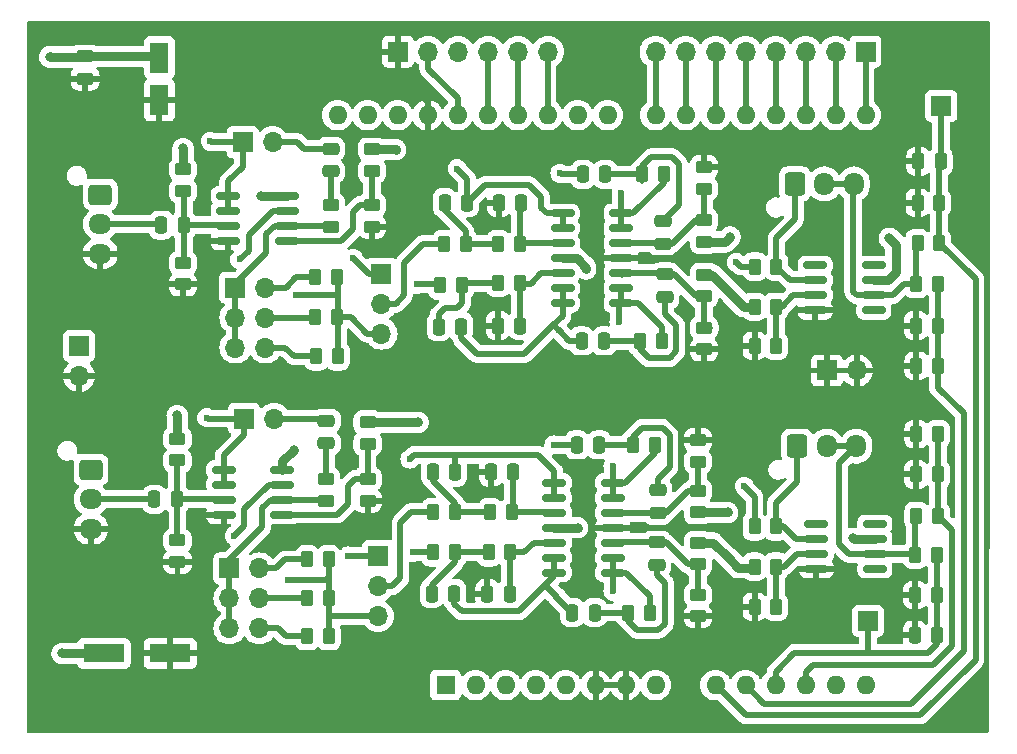
<source format=gbr>
%TF.GenerationSoftware,KiCad,Pcbnew,8.0.4*%
%TF.CreationDate,2024-11-27T12:35:37+01:00*%
%TF.ProjectId,Filtre_V2_FPGA_SMD-SMH_LD,46696c74-7265-45f5-9632-5f465047415f,rev?*%
%TF.SameCoordinates,Original*%
%TF.FileFunction,Copper,L1,Top*%
%TF.FilePolarity,Positive*%
%FSLAX46Y46*%
G04 Gerber Fmt 4.6, Leading zero omitted, Abs format (unit mm)*
G04 Created by KiCad (PCBNEW 8.0.4) date 2024-11-27 12:35:37*
%MOMM*%
%LPD*%
G01*
G04 APERTURE LIST*
G04 Aperture macros list*
%AMRoundRect*
0 Rectangle with rounded corners*
0 $1 Rounding radius*
0 $2 $3 $4 $5 $6 $7 $8 $9 X,Y pos of 4 corners*
0 Add a 4 corners polygon primitive as box body*
4,1,4,$2,$3,$4,$5,$6,$7,$8,$9,$2,$3,0*
0 Add four circle primitives for the rounded corners*
1,1,$1+$1,$2,$3*
1,1,$1+$1,$4,$5*
1,1,$1+$1,$6,$7*
1,1,$1+$1,$8,$9*
0 Add four rect primitives between the rounded corners*
20,1,$1+$1,$2,$3,$4,$5,0*
20,1,$1+$1,$4,$5,$6,$7,0*
20,1,$1+$1,$6,$7,$8,$9,0*
20,1,$1+$1,$8,$9,$2,$3,0*%
G04 Aperture macros list end*
%TA.AperFunction,SMDPad,CuDef*%
%ADD10RoundRect,0.250000X-0.475000X0.250000X-0.475000X-0.250000X0.475000X-0.250000X0.475000X0.250000X0*%
%TD*%
%TA.AperFunction,SMDPad,CuDef*%
%ADD11RoundRect,0.250000X-0.250000X-0.475000X0.250000X-0.475000X0.250000X0.475000X-0.250000X0.475000X0*%
%TD*%
%TA.AperFunction,SMDPad,CuDef*%
%ADD12RoundRect,0.250000X-0.450000X0.262500X-0.450000X-0.262500X0.450000X-0.262500X0.450000X0.262500X0*%
%TD*%
%TA.AperFunction,SMDPad,CuDef*%
%ADD13RoundRect,0.250000X-0.262500X-0.450000X0.262500X-0.450000X0.262500X0.450000X-0.262500X0.450000X0*%
%TD*%
%TA.AperFunction,ComponentPad*%
%ADD14RoundRect,0.250000X-0.725000X0.600000X-0.725000X-0.600000X0.725000X-0.600000X0.725000X0.600000X0*%
%TD*%
%TA.AperFunction,ComponentPad*%
%ADD15O,1.950000X1.700000*%
%TD*%
%TA.AperFunction,SMDPad,CuDef*%
%ADD16RoundRect,0.250000X0.450000X-0.262500X0.450000X0.262500X-0.450000X0.262500X-0.450000X-0.262500X0*%
%TD*%
%TA.AperFunction,SMDPad,CuDef*%
%ADD17R,3.500000X1.600000*%
%TD*%
%TA.AperFunction,ComponentPad*%
%ADD18R,1.700000X1.700000*%
%TD*%
%TA.AperFunction,ComponentPad*%
%ADD19O,1.700000X1.700000*%
%TD*%
%TA.AperFunction,SMDPad,CuDef*%
%ADD20RoundRect,0.150000X-0.825000X-0.150000X0.825000X-0.150000X0.825000X0.150000X-0.825000X0.150000X0*%
%TD*%
%TA.AperFunction,SMDPad,CuDef*%
%ADD21RoundRect,0.250000X0.262500X0.450000X-0.262500X0.450000X-0.262500X-0.450000X0.262500X-0.450000X0*%
%TD*%
%TA.AperFunction,SMDPad,CuDef*%
%ADD22R,1.600000X2.600000*%
%TD*%
%TA.AperFunction,ComponentPad*%
%ADD23RoundRect,0.250000X-0.600000X-0.725000X0.600000X-0.725000X0.600000X0.725000X-0.600000X0.725000X0*%
%TD*%
%TA.AperFunction,ComponentPad*%
%ADD24O,1.700000X1.950000*%
%TD*%
%TA.AperFunction,SMDPad,CuDef*%
%ADD25RoundRect,0.250000X0.475000X-0.250000X0.475000X0.250000X-0.475000X0.250000X-0.475000X-0.250000X0*%
%TD*%
%TA.AperFunction,ComponentPad*%
%ADD26R,1.600000X1.600000*%
%TD*%
%TA.AperFunction,ComponentPad*%
%ADD27O,1.600000X1.600000*%
%TD*%
%TA.AperFunction,ViaPad*%
%ADD28C,0.600000*%
%TD*%
%TA.AperFunction,ViaPad*%
%ADD29C,0.800000*%
%TD*%
%TA.AperFunction,Conductor*%
%ADD30C,0.500000*%
%TD*%
%TA.AperFunction,Conductor*%
%ADD31C,0.800000*%
%TD*%
G04 APERTURE END LIST*
D10*
%TO.P,C25,1*%
%TO.N,Net-(C24-Pad2)*%
X155200000Y-103050000D03*
%TO.P,C25,2*%
%TO.N,Net-(U5D-+)*%
X155200000Y-104950000D03*
%TD*%
D11*
%TO.P,C27,1*%
%TO.N,GND*%
X176950000Y-115300000D03*
%TO.P,C27,2*%
%TO.N,/VacdcCh2*%
X178850000Y-115300000D03*
%TD*%
%TO.P,C14,1*%
%TO.N,GND*%
X177050000Y-89100000D03*
%TO.P,C14,2*%
%TO.N,/VdcCh1*%
X178950000Y-89100000D03*
%TD*%
D12*
%TO.P,R1,1*%
%TO.N,+5V*%
X115000000Y-75875000D03*
%TO.P,R1,2*%
%TO.N,Net-(U1A-+)*%
X115000000Y-77700000D03*
%TD*%
D11*
%TO.P,C8,1*%
%TO.N,GND*%
X141650000Y-89100000D03*
%TO.P,C8,2*%
%TO.N,Net-(U2B-+)*%
X143550000Y-89100000D03*
%TD*%
D13*
%TO.P,R21,1*%
%TO.N,Net-(J6-Pin_4)*%
X126187500Y-85000000D03*
%TO.P,R21,2*%
%TO.N,/VD1*%
X128012500Y-85000000D03*
%TD*%
D14*
%TO.P,J1,1,Pin_1*%
%TO.N,+5V*%
X108000000Y-78000000D03*
D15*
%TO.P,J1,2,Pin_2*%
%TO.N,Net-(J1-Pin_2)*%
X108000000Y-80500000D03*
%TO.P,J1,3,Pin_3*%
%TO.N,GND*%
X108000000Y-83000000D03*
%TD*%
D13*
%TO.P,R38,1*%
%TO.N,Net-(C22-Pad2)*%
X152687500Y-113400000D03*
%TO.P,R38,2*%
%TO.N,Net-(U5C--)*%
X154512500Y-113400000D03*
%TD*%
D12*
%TO.P,R29,1*%
%TO.N,Net-(U4A-+)*%
X114525000Y-107287500D03*
%TO.P,R29,2*%
%TO.N,GND*%
X114525000Y-109112500D03*
%TD*%
D13*
%TO.P,R33,1*%
%TO.N,Net-(C17-Pad1)*%
X140887500Y-108300000D03*
%TO.P,R33,2*%
%TO.N,Net-(U5B-+)*%
X142712500Y-108300000D03*
%TD*%
D11*
%TO.P,C22,1*%
%TO.N,/VB*%
X147950000Y-113400000D03*
%TO.P,C22,2*%
%TO.N,Net-(C22-Pad2)*%
X149850000Y-113400000D03*
%TD*%
D16*
%TO.P,R14,1*%
%TO.N,Net-(U2C-+)*%
X159100000Y-86612500D03*
%TO.P,R14,2*%
%TO.N,+5V*%
X159100000Y-84787500D03*
%TD*%
D12*
%TO.P,R45,1*%
%TO.N,GND*%
X158600000Y-98787500D03*
%TO.P,R45,2*%
%TO.N,Net-(U5D-+)*%
X158600000Y-100612500D03*
%TD*%
D13*
%TO.P,R24,1*%
%TO.N,GND*%
X177187500Y-78700000D03*
%TO.P,R24,2*%
%TO.N,/VacdcCh1*%
X179012500Y-78700000D03*
%TD*%
D17*
%TO.P,C1,1*%
%TO.N,+5V*%
X108300000Y-116850000D03*
%TO.P,C1,2*%
%TO.N,GND*%
X113900000Y-116850000D03*
%TD*%
D16*
%TO.P,R39,1*%
%TO.N,Net-(U5C-+)*%
X158600000Y-109312500D03*
%TO.P,R39,2*%
%TO.N,+5V*%
X158600000Y-107487500D03*
%TD*%
D18*
%TO.P,J11,1,Pin_1*%
%TO.N,Net-(A1-D0{slash}RX)*%
X172780000Y-65900000D03*
D19*
%TO.P,J11,2,Pin_2*%
%TO.N,Net-(A1-D1{slash}TX)*%
X170240000Y-65900000D03*
%TO.P,J11,3,Pin_3*%
%TO.N,Net-(A1-D2)*%
X167700000Y-65900000D03*
%TO.P,J11,4,Pin_4*%
%TO.N,Net-(A1-D3)*%
X165160000Y-65900000D03*
%TO.P,J11,5,Pin_5*%
%TO.N,Net-(A1-D4)*%
X162620000Y-65900000D03*
%TO.P,J11,6,Pin_6*%
%TO.N,Net-(A1-D5)*%
X160080000Y-65900000D03*
%TO.P,J11,7,Pin_7*%
%TO.N,Net-(A1-D6)*%
X157540000Y-65900000D03*
%TO.P,J11,8,Pin_8*%
%TO.N,Net-(A1-D7)*%
X155000000Y-65900000D03*
%TD*%
D11*
%TO.P,C12,1*%
%TO.N,Net-(U2C--)*%
X148850000Y-76300000D03*
%TO.P,C12,2*%
%TO.N,Net-(C12-Pad2)*%
X150750000Y-76300000D03*
%TD*%
D13*
%TO.P,R47,1*%
%TO.N,/VD*%
X176987500Y-108500000D03*
%TO.P,R47,2*%
%TO.N,/VacdcCh2*%
X178812500Y-108500000D03*
%TD*%
D16*
%TO.P,R44,1*%
%TO.N,GND*%
X158600000Y-113712500D03*
%TO.P,R44,2*%
%TO.N,Net-(U5C-+)*%
X158600000Y-111887500D03*
%TD*%
D12*
%TO.P,R42,1*%
%TO.N,Net-(C21-Pad2)*%
X127075000Y-102087500D03*
%TO.P,R42,2*%
%TO.N,Net-(J14-Pin_1)*%
X127075000Y-103912500D03*
%TD*%
%TO.P,R15,1*%
%TO.N,Net-(U2D-+)*%
X159100000Y-80187500D03*
%TO.P,R15,2*%
%TO.N,+5V*%
X159100000Y-82012500D03*
%TD*%
D13*
%TO.P,R22,1*%
%TO.N,Net-(J6-Pin_5)*%
X126187500Y-88400000D03*
%TO.P,R22,2*%
%TO.N,/VD1*%
X128012500Y-88400000D03*
%TD*%
D20*
%TO.P,U3,1,NC*%
%TO.N,unconnected-(U3-NC-Pad1)*%
X168525000Y-83995000D03*
%TO.P,U3,2,-*%
%TO.N,Net-(U3--)*%
X168525000Y-85265000D03*
%TO.P,U3,3,+*%
%TO.N,Net-(U3-+)*%
X168525000Y-86535000D03*
%TO.P,U3,4,V-*%
%TO.N,GND*%
X168525000Y-87805000D03*
%TO.P,U3,5,NC*%
%TO.N,unconnected-(U3-NC-Pad5)*%
X173475000Y-87805000D03*
%TO.P,U3,6*%
%TO.N,/V4*%
X173475000Y-86535000D03*
%TO.P,U3,7,V+*%
%TO.N,+5V*%
X173475000Y-85265000D03*
%TO.P,U3,8,NC*%
%TO.N,unconnected-(U3-NC-Pad8)*%
X173475000Y-83995000D03*
%TD*%
D18*
%TO.P,J8,1,Pin_1*%
%TO.N,/VacdcCh2*%
X173000000Y-114100000D03*
%TD*%
D13*
%TO.P,R31,1*%
%TO.N,Net-(C16-Pad1)*%
X140987500Y-104900000D03*
%TO.P,R31,2*%
%TO.N,Net-(U5A-+)*%
X142812500Y-104900000D03*
%TD*%
D18*
%TO.P,J13,1,Pin_1*%
%TO.N,/VA*%
X120175000Y-96975000D03*
D19*
%TO.P,J13,2,Pin_2*%
%TO.N,Net-(J13-Pin_2)*%
X122715000Y-96975000D03*
%TD*%
D11*
%TO.P,C17,1*%
%TO.N,Net-(C17-Pad1)*%
X136050000Y-111800000D03*
%TO.P,C17,2*%
%TO.N,/VB*%
X137950000Y-111800000D03*
%TD*%
%TO.P,C15,1*%
%TO.N,GND*%
X177250000Y-75200000D03*
%TO.P,C15,2*%
%TO.N,/VacdcCh1*%
X179150000Y-75200000D03*
%TD*%
D13*
%TO.P,R10,1*%
%TO.N,Net-(C12-Pad2)*%
X153887500Y-76300000D03*
%TO.P,R10,2*%
%TO.N,/V3*%
X155712500Y-76300000D03*
%TD*%
%TO.P,R4,1*%
%TO.N,GND*%
X163387500Y-90800000D03*
%TO.P,R4,2*%
%TO.N,Net-(U3-+)*%
X165212500Y-90800000D03*
%TD*%
D11*
%TO.P,C19,1*%
%TO.N,GND*%
X141050000Y-101500000D03*
%TO.P,C19,2*%
%TO.N,Net-(U5A-+)*%
X142950000Y-101500000D03*
%TD*%
D12*
%TO.P,R12,1*%
%TO.N,+5V*%
X131000000Y-74187500D03*
%TO.P,R12,2*%
%TO.N,Net-(U1B-+)*%
X131000000Y-76012500D03*
%TD*%
D20*
%TO.P,U5,1*%
%TO.N,Net-(U5A--)*%
X146425000Y-102390000D03*
%TO.P,U5,2,-*%
X146425000Y-103660000D03*
%TO.P,U5,3,+*%
%TO.N,Net-(U5A-+)*%
X146425000Y-104930000D03*
%TO.P,U5,4,V+*%
%TO.N,+5V*%
X146425000Y-106200000D03*
%TO.P,U5,5,+*%
%TO.N,Net-(U5B-+)*%
X146425000Y-107470000D03*
%TO.P,U5,6,-*%
%TO.N,/VB*%
X146425000Y-108740000D03*
%TO.P,U5,7*%
X146425000Y-110010000D03*
%TO.P,U5,8*%
%TO.N,Net-(U5C--)*%
X151375000Y-110010000D03*
%TO.P,U5,9,-*%
X151375000Y-108740000D03*
%TO.P,U5,10,+*%
%TO.N,Net-(U5C-+)*%
X151375000Y-107470000D03*
%TO.P,U5,11,V-*%
%TO.N,GND*%
X151375000Y-106200000D03*
%TO.P,U5,12,+*%
%TO.N,Net-(U5D-+)*%
X151375000Y-104930000D03*
%TO.P,U5,13,-*%
%TO.N,/VC*%
X151375000Y-103660000D03*
%TO.P,U5,14*%
X151375000Y-102390000D03*
%TD*%
D13*
%TO.P,R43,1*%
%TO.N,GND*%
X177087500Y-98300000D03*
%TO.P,R43,2*%
%TO.N,/VdcCh2*%
X178912500Y-98300000D03*
%TD*%
D11*
%TO.P,C6,1*%
%TO.N,Net-(J1-Pin_2)*%
X113150000Y-80587500D03*
%TO.P,C6,2*%
%TO.N,Net-(U1A-+)*%
X115050000Y-80587500D03*
%TD*%
D13*
%TO.P,R23,1*%
%TO.N,/V4*%
X177187500Y-82100000D03*
%TO.P,R23,2*%
%TO.N,/VacdcCh1*%
X179012500Y-82100000D03*
%TD*%
%TO.P,R13,1*%
%TO.N,Net-(C10-Pad2)*%
X153687500Y-90400000D03*
%TO.P,R13,2*%
%TO.N,Net-(U2C--)*%
X155512500Y-90400000D03*
%TD*%
D12*
%TO.P,R19,1*%
%TO.N,GND*%
X159100000Y-75687500D03*
%TO.P,R19,2*%
%TO.N,Net-(U2D-+)*%
X159100000Y-77512500D03*
%TD*%
D18*
%TO.P,J14,1,Pin_1*%
%TO.N,Net-(J14-Pin_1)*%
X118925000Y-109660000D03*
D19*
%TO.P,J14,2,Pin_2*%
X118925000Y-112200000D03*
%TO.P,J14,3,Pin_3*%
X118925000Y-114740000D03*
%TO.P,J14,4,Pin_4*%
%TO.N,Net-(J14-Pin_4)*%
X121465000Y-109660000D03*
%TO.P,J14,5,Pin_5*%
%TO.N,Net-(J14-Pin_5)*%
X121465000Y-112200000D03*
%TO.P,J14,6,Pin_6*%
%TO.N,Net-(J14-Pin_6)*%
X121465000Y-114740000D03*
%TD*%
D11*
%TO.P,C24,1*%
%TO.N,Net-(U5C--)*%
X148350000Y-99200000D03*
%TO.P,C24,2*%
%TO.N,Net-(C24-Pad2)*%
X150250000Y-99200000D03*
%TD*%
D21*
%TO.P,R2,1*%
%TO.N,Net-(U3-+)*%
X165212500Y-87500000D03*
%TO.P,R2,2*%
%TO.N,+5V*%
X163387500Y-87500000D03*
%TD*%
D13*
%TO.P,R8,1*%
%TO.N,Net-(C5-Pad1)*%
X141687500Y-85500000D03*
%TO.P,R8,2*%
%TO.N,Net-(U2B-+)*%
X143512500Y-85500000D03*
%TD*%
D12*
%TO.P,R3,1*%
%TO.N,Net-(U1A-+)*%
X115000000Y-83787500D03*
%TO.P,R3,2*%
%TO.N,GND*%
X115000000Y-85612500D03*
%TD*%
D22*
%TO.P,C2,1*%
%TO.N,+5V*%
X113000000Y-66400000D03*
%TO.P,C2,2*%
%TO.N,GND*%
X113000000Y-70000000D03*
%TD*%
D11*
%TO.P,C20,1*%
%TO.N,GND*%
X140750000Y-111800000D03*
%TO.P,C20,2*%
%TO.N,Net-(U5B-+)*%
X142650000Y-111800000D03*
%TD*%
D13*
%TO.P,R32,1*%
%TO.N,Net-(U5A--)*%
X136187500Y-108300000D03*
%TO.P,R32,2*%
%TO.N,Net-(C17-Pad1)*%
X138012500Y-108300000D03*
%TD*%
D18*
%TO.P,J10,1,Pin_1*%
%TO.N,/VA*%
X131500000Y-108620000D03*
D19*
%TO.P,J10,2,Pin_2*%
%TO.N,Net-(J10-Pin_2)*%
X131500000Y-111160000D03*
%TO.P,J10,3,Pin_3*%
%TO.N,/VD2*%
X131500000Y-113700000D03*
%TD*%
D23*
%TO.P,RV1,1,1*%
%TO.N,Net-(U3--)*%
X166800000Y-77100000D03*
D24*
%TO.P,RV1,2,2*%
%TO.N,/V4*%
X169300000Y-77100000D03*
%TO.P,RV1,3,3*%
X171800000Y-77100000D03*
%TD*%
D12*
%TO.P,R37,1*%
%TO.N,+5V*%
X130625000Y-97287500D03*
%TO.P,R37,2*%
%TO.N,Net-(U4B-+)*%
X130625000Y-99112500D03*
%TD*%
D10*
%TO.P,C9,1*%
%TO.N,Net-(J5-Pin_2)*%
X127500000Y-74150000D03*
%TO.P,C9,2*%
%TO.N,Net-(C9-Pad2)*%
X127500000Y-76050000D03*
%TD*%
D13*
%TO.P,R5,1*%
%TO.N,Net-(J3-Pin_2)*%
X137087500Y-82200000D03*
%TO.P,R5,2*%
%TO.N,Net-(C4-Pad1)*%
X138912500Y-82200000D03*
%TD*%
D18*
%TO.P,J5,1,Pin_1*%
%TO.N,/V1*%
X120050000Y-73575000D03*
D19*
%TO.P,J5,2,Pin_2*%
%TO.N,Net-(J5-Pin_2)*%
X122590000Y-73575000D03*
%TD*%
D13*
%TO.P,R34,1*%
%TO.N,/VC*%
X163387500Y-106100000D03*
%TO.P,R34,2*%
%TO.N,Net-(U6--)*%
X165212500Y-106100000D03*
%TD*%
D25*
%TO.P,C11,1*%
%TO.N,Net-(C10-Pad2)*%
X155800000Y-86650000D03*
%TO.P,C11,2*%
%TO.N,Net-(U2C-+)*%
X155800000Y-84750000D03*
%TD*%
D18*
%TO.P,J6,1,Pin_1*%
%TO.N,Net-(J6-Pin_1)*%
X119425000Y-85875000D03*
D19*
%TO.P,J6,2,Pin_2*%
X119425000Y-88415000D03*
%TO.P,J6,3,Pin_3*%
X119425000Y-90955000D03*
%TO.P,J6,4,Pin_4*%
%TO.N,Net-(J6-Pin_4)*%
X121965000Y-85875000D03*
%TO.P,J6,5,Pin_5*%
%TO.N,Net-(J6-Pin_5)*%
X121965000Y-88415000D03*
%TO.P,J6,6,Pin_6*%
%TO.N,Net-(J6-Pin_6)*%
X121965000Y-90955000D03*
%TD*%
D18*
%TO.P,J3,1,Pin_1*%
%TO.N,/V1*%
X131800000Y-84700000D03*
D19*
%TO.P,J3,2,Pin_2*%
%TO.N,Net-(J3-Pin_2)*%
X131800000Y-87240000D03*
%TO.P,J3,3,Pin_3*%
%TO.N,/VD1*%
X131800000Y-89780000D03*
%TD*%
D11*
%TO.P,C18,1*%
%TO.N,Net-(J9-Pin_2)*%
X112575000Y-103800000D03*
%TO.P,C18,2*%
%TO.N,Net-(U4A-+)*%
X114475000Y-103800000D03*
%TD*%
D18*
%TO.P,J2,1,Pin_1*%
%TO.N,+5V*%
X106200000Y-90825000D03*
D19*
%TO.P,J2,2,Pin_2*%
%TO.N,GND*%
X106200000Y-93365000D03*
%TD*%
D13*
%TO.P,R20,1*%
%TO.N,GND*%
X177087500Y-92500000D03*
%TO.P,R20,2*%
%TO.N,/VdcCh1*%
X178912500Y-92500000D03*
%TD*%
D18*
%TO.P,J7,1,Pin_1*%
%TO.N,/VacdcCh1*%
X179200000Y-70500000D03*
%TD*%
D16*
%TO.P,R18,1*%
%TO.N,GND*%
X159100000Y-91112500D03*
%TO.P,R18,2*%
%TO.N,Net-(U2C-+)*%
X159100000Y-89287500D03*
%TD*%
D10*
%TO.P,C3,1*%
%TO.N,+5V*%
X106700000Y-66300000D03*
%TO.P,C3,2*%
%TO.N,GND*%
X106700000Y-68200000D03*
%TD*%
D11*
%TO.P,C5,1*%
%TO.N,Net-(C5-Pad1)*%
X136650000Y-89200000D03*
%TO.P,C5,2*%
%TO.N,/V2*%
X138550000Y-89200000D03*
%TD*%
D13*
%TO.P,R46,1*%
%TO.N,Net-(J14-Pin_4)*%
X125512500Y-108900000D03*
%TO.P,R46,2*%
%TO.N,/VD2*%
X127337500Y-108900000D03*
%TD*%
D18*
%TO.P,J12,1,Pin_1*%
%TO.N,GND*%
X133200000Y-65900000D03*
D19*
%TO.P,J12,2,Pin_2*%
%TO.N,Net-(A1-D13)*%
X135740000Y-65900000D03*
%TO.P,J12,3,Pin_3*%
%TO.N,unconnected-(J12-Pin_3-Pad3)*%
X138280000Y-65900000D03*
%TO.P,J12,4,Pin_4*%
%TO.N,Net-(A1-D12)*%
X140820000Y-65900000D03*
%TO.P,J12,5,Pin_5*%
%TO.N,Net-(A1-D11)*%
X143360000Y-65900000D03*
%TO.P,J12,6,Pin_6*%
%TO.N,Net-(A1-D10)*%
X145900000Y-65900000D03*
%TD*%
D12*
%TO.P,R16,1*%
%TO.N,Net-(C9-Pad2)*%
X127500000Y-78887500D03*
%TO.P,R16,2*%
%TO.N,Net-(J6-Pin_1)*%
X127500000Y-80712500D03*
%TD*%
D10*
%TO.P,C21,1*%
%TO.N,Net-(J13-Pin_2)*%
X127125000Y-97150000D03*
%TO.P,C21,2*%
%TO.N,Net-(C21-Pad2)*%
X127125000Y-99050000D03*
%TD*%
D13*
%TO.P,R6,1*%
%TO.N,Net-(C4-Pad1)*%
X141687500Y-82200000D03*
%TO.P,R6,2*%
%TO.N,Net-(U2A-+)*%
X143512500Y-82200000D03*
%TD*%
D11*
%TO.P,C16,1*%
%TO.N,Net-(C16-Pad1)*%
X136150000Y-101500000D03*
%TO.P,C16,2*%
%TO.N,Net-(U5A--)*%
X138050000Y-101500000D03*
%TD*%
D13*
%TO.P,R28,1*%
%TO.N,GND*%
X163387500Y-112900000D03*
%TO.P,R28,2*%
%TO.N,Net-(U6-+)*%
X165212500Y-112900000D03*
%TD*%
D12*
%TO.P,R40,1*%
%TO.N,Net-(U5D-+)*%
X158600000Y-103087500D03*
%TO.P,R40,2*%
%TO.N,+5V*%
X158600000Y-104912500D03*
%TD*%
D10*
%TO.P,C13,1*%
%TO.N,Net-(C12-Pad2)*%
X155600000Y-80250000D03*
%TO.P,C13,2*%
%TO.N,Net-(U2D-+)*%
X155600000Y-82150000D03*
%TD*%
D13*
%TO.P,R17,1*%
%TO.N,/V4*%
X177087500Y-85600000D03*
%TO.P,R17,2*%
%TO.N,/VdcCh1*%
X178912500Y-85600000D03*
%TD*%
D23*
%TO.P,RV2,1,1*%
%TO.N,Net-(U6--)*%
X167000000Y-99300000D03*
D24*
%TO.P,RV2,2,2*%
%TO.N,/VD*%
X169500000Y-99300000D03*
%TO.P,RV2,3,3*%
X172000000Y-99300000D03*
%TD*%
D13*
%TO.P,R30,1*%
%TO.N,Net-(J10-Pin_2)*%
X136187500Y-104900000D03*
%TO.P,R30,2*%
%TO.N,Net-(C16-Pad1)*%
X138012500Y-104900000D03*
%TD*%
%TO.P,R41,1*%
%TO.N,/VD*%
X177087500Y-105200000D03*
%TO.P,R41,2*%
%TO.N,/VdcCh2*%
X178912500Y-105200000D03*
%TD*%
D20*
%TO.P,U6,1,NC*%
%TO.N,unconnected-(U6-NC-Pad1)*%
X168625000Y-105895000D03*
%TO.P,U6,2,-*%
%TO.N,Net-(U6--)*%
X168625000Y-107165000D03*
%TO.P,U6,3,+*%
%TO.N,Net-(U6-+)*%
X168625000Y-108435000D03*
%TO.P,U6,4,V-*%
%TO.N,GND*%
X168625000Y-109705000D03*
%TO.P,U6,5,NC*%
%TO.N,unconnected-(U6-NC-Pad5)*%
X173575000Y-109705000D03*
%TO.P,U6,6*%
%TO.N,/VD*%
X173575000Y-108435000D03*
%TO.P,U6,7,V+*%
%TO.N,+5V*%
X173575000Y-107165000D03*
%TO.P,U6,8,NC*%
%TO.N,unconnected-(U6-NC-Pad8)*%
X173575000Y-105895000D03*
%TD*%
D18*
%TO.P,J4,1,Pin_1*%
%TO.N,GND*%
X169525000Y-92900000D03*
D19*
%TO.P,J4,2,Pin_2*%
X172065000Y-92900000D03*
%TD*%
D13*
%TO.P,R25,1*%
%TO.N,Net-(J6-Pin_6)*%
X126287500Y-91700000D03*
%TO.P,R25,2*%
%TO.N,/VD1*%
X128112500Y-91700000D03*
%TD*%
D12*
%TO.P,R27,1*%
%TO.N,+5V*%
X114525000Y-98687500D03*
%TO.P,R27,2*%
%TO.N,Net-(U4A-+)*%
X114525000Y-100512500D03*
%TD*%
D11*
%TO.P,C10,1*%
%TO.N,/V2*%
X148750000Y-90400000D03*
%TO.P,C10,2*%
%TO.N,Net-(C10-Pad2)*%
X150650000Y-90400000D03*
%TD*%
D13*
%TO.P,R35,1*%
%TO.N,Net-(C24-Pad2)*%
X153100000Y-99200000D03*
%TO.P,R35,2*%
%TO.N,/VC*%
X154925000Y-99200000D03*
%TD*%
D16*
%TO.P,R11,1*%
%TO.N,GND*%
X131000000Y-80712500D03*
%TO.P,R11,2*%
%TO.N,Net-(U1B-+)*%
X131000000Y-78887500D03*
%TD*%
D11*
%TO.P,C26,1*%
%TO.N,GND*%
X177050000Y-101700000D03*
%TO.P,C26,2*%
%TO.N,/VdcCh2*%
X178950000Y-101700000D03*
%TD*%
D25*
%TO.P,C23,1*%
%TO.N,Net-(C22-Pad2)*%
X155100000Y-109350000D03*
%TO.P,C23,2*%
%TO.N,Net-(U5C-+)*%
X155100000Y-107450000D03*
%TD*%
D20*
%TO.P,U2,1*%
%TO.N,Net-(U2A--)*%
X147125000Y-79590000D03*
%TO.P,U2,2,-*%
X147125000Y-80860000D03*
%TO.P,U2,3,+*%
%TO.N,Net-(U2A-+)*%
X147125000Y-82130000D03*
%TO.P,U2,4,V+*%
%TO.N,+5V*%
X147125000Y-83400000D03*
%TO.P,U2,5,+*%
%TO.N,Net-(U2B-+)*%
X147125000Y-84670000D03*
%TO.P,U2,6,-*%
%TO.N,/V2*%
X147125000Y-85940000D03*
%TO.P,U2,7*%
X147125000Y-87210000D03*
%TO.P,U2,8*%
%TO.N,Net-(U2C--)*%
X152075000Y-87210000D03*
%TO.P,U2,9,-*%
X152075000Y-85940000D03*
%TO.P,U2,10,+*%
%TO.N,Net-(U2C-+)*%
X152075000Y-84670000D03*
%TO.P,U2,11,V-*%
%TO.N,GND*%
X152075000Y-83400000D03*
%TO.P,U2,12,+*%
%TO.N,Net-(U2D-+)*%
X152075000Y-82130000D03*
%TO.P,U2,13,-*%
%TO.N,/V3*%
X152075000Y-80860000D03*
%TO.P,U2,14*%
X152075000Y-79590000D03*
%TD*%
D13*
%TO.P,R48,1*%
%TO.N,GND*%
X176987500Y-111900000D03*
%TO.P,R48,2*%
%TO.N,/VacdcCh2*%
X178812500Y-111900000D03*
%TD*%
D20*
%TO.P,U4,1*%
%TO.N,/VA*%
X118450000Y-101295000D03*
%TO.P,U4,2,-*%
X118450000Y-102565000D03*
%TO.P,U4,3,+*%
%TO.N,Net-(U4A-+)*%
X118450000Y-103835000D03*
%TO.P,U4,4,V-*%
%TO.N,GND*%
X118450000Y-105105000D03*
%TO.P,U4,5,+*%
%TO.N,Net-(U4B-+)*%
X123400000Y-105105000D03*
%TO.P,U4,6,-*%
%TO.N,Net-(J14-Pin_1)*%
X123400000Y-103835000D03*
%TO.P,U4,7*%
%TO.N,/VD2*%
X123400000Y-102565000D03*
%TO.P,U4,8,V+*%
%TO.N,+5V*%
X123400000Y-101295000D03*
%TD*%
D11*
%TO.P,C4,1*%
%TO.N,Net-(C4-Pad1)*%
X137150000Y-78700000D03*
%TO.P,C4,2*%
%TO.N,Net-(U2A--)*%
X139050000Y-78700000D03*
%TD*%
D13*
%TO.P,R7,1*%
%TO.N,Net-(U2A--)*%
X136787500Y-85700000D03*
%TO.P,R7,2*%
%TO.N,Net-(C5-Pad1)*%
X138612500Y-85700000D03*
%TD*%
D14*
%TO.P,J9,1,Pin_1*%
%TO.N,+5V*%
X107200000Y-101300000D03*
D15*
%TO.P,J9,2,Pin_2*%
%TO.N,Net-(J9-Pin_2)*%
X107200000Y-103800000D03*
%TO.P,J9,3,Pin_3*%
%TO.N,GND*%
X107200000Y-106300000D03*
%TD*%
D16*
%TO.P,R36,1*%
%TO.N,GND*%
X130625000Y-103912500D03*
%TO.P,R36,2*%
%TO.N,Net-(U4B-+)*%
X130625000Y-102087500D03*
%TD*%
D13*
%TO.P,R9,1*%
%TO.N,/V3*%
X163412500Y-84105000D03*
%TO.P,R9,2*%
%TO.N,Net-(U3--)*%
X165237500Y-84105000D03*
%TD*%
D20*
%TO.P,U1,1*%
%TO.N,/V1*%
X118825000Y-78095000D03*
%TO.P,U1,2,-*%
X118825000Y-79365000D03*
%TO.P,U1,3,+*%
%TO.N,Net-(U1A-+)*%
X118825000Y-80635000D03*
%TO.P,U1,4,V-*%
%TO.N,GND*%
X118825000Y-81905000D03*
%TO.P,U1,5,+*%
%TO.N,Net-(U1B-+)*%
X123775000Y-81905000D03*
%TO.P,U1,6,-*%
%TO.N,Net-(J6-Pin_1)*%
X123775000Y-80635000D03*
%TO.P,U1,7*%
%TO.N,/VD1*%
X123775000Y-79365000D03*
%TO.P,U1,8,V+*%
%TO.N,+5V*%
X123775000Y-78095000D03*
%TD*%
D21*
%TO.P,R26,1*%
%TO.N,Net-(U6-+)*%
X165212500Y-109500000D03*
%TO.P,R26,2*%
%TO.N,+5V*%
X163387500Y-109500000D03*
%TD*%
D13*
%TO.P,R49,1*%
%TO.N,Net-(J14-Pin_5)*%
X125512500Y-112200000D03*
%TO.P,R49,2*%
%TO.N,/VD2*%
X127337500Y-112200000D03*
%TD*%
%TO.P,R50,1*%
%TO.N,Net-(J14-Pin_6)*%
X125512500Y-115400000D03*
%TO.P,R50,2*%
%TO.N,/VD2*%
X127337500Y-115400000D03*
%TD*%
D11*
%TO.P,C7,1*%
%TO.N,GND*%
X141750000Y-78700000D03*
%TO.P,C7,2*%
%TO.N,Net-(U2A-+)*%
X143650000Y-78700000D03*
%TD*%
D26*
%TO.P,A1,1,NC*%
%TO.N,unconnected-(A1-NC-Pad1)*%
X137225000Y-119530000D03*
D27*
%TO.P,A1,2,IOREF*%
%TO.N,unconnected-(A1-IOREF-Pad2)*%
X139765000Y-119530000D03*
%TO.P,A1,3,~{RESET}*%
%TO.N,unconnected-(A1-~{RESET}-Pad3)*%
X142305000Y-119530000D03*
%TO.P,A1,4,3V3*%
%TO.N,unconnected-(A1-3V3-Pad4)*%
X144845000Y-119530000D03*
%TO.P,A1,5,+5V*%
%TO.N,+5V*%
X147385000Y-119530000D03*
%TO.P,A1,6,GND*%
%TO.N,GND*%
X149925000Y-119530000D03*
%TO.P,A1,7,GND*%
X152465000Y-119530000D03*
%TO.P,A1,8,VIN*%
%TO.N,unconnected-(A1-VIN-Pad8)*%
X155005000Y-119530000D03*
%TO.P,A1,9,A0*%
%TO.N,/VacdcCh1*%
X160085000Y-119530000D03*
%TO.P,A1,10,A1*%
%TO.N,/VdcCh1*%
X162625000Y-119530000D03*
%TO.P,A1,11,A2*%
%TO.N,/VacdcCh2*%
X165165000Y-119530000D03*
%TO.P,A1,12,A3*%
%TO.N,/VdcCh2*%
X167705000Y-119530000D03*
%TO.P,A1,13,SDA/A4*%
%TO.N,unconnected-(A1-SDA{slash}A4-Pad13)*%
X170245000Y-119530000D03*
%TO.P,A1,14,SCL/A5*%
%TO.N,unconnected-(A1-SCL{slash}A5-Pad14)*%
X172785000Y-119530000D03*
%TO.P,A1,15,D0/RX*%
%TO.N,Net-(A1-D0{slash}RX)*%
X172785000Y-71270000D03*
%TO.P,A1,16,D1/TX*%
%TO.N,Net-(A1-D1{slash}TX)*%
X170245000Y-71270000D03*
%TO.P,A1,17,D2*%
%TO.N,Net-(A1-D2)*%
X167705000Y-71270000D03*
%TO.P,A1,18,D3*%
%TO.N,Net-(A1-D3)*%
X165165000Y-71270000D03*
%TO.P,A1,19,D4*%
%TO.N,Net-(A1-D4)*%
X162625000Y-71270000D03*
%TO.P,A1,20,D5*%
%TO.N,Net-(A1-D5)*%
X160085000Y-71270000D03*
%TO.P,A1,21,D6*%
%TO.N,Net-(A1-D6)*%
X157545000Y-71270000D03*
%TO.P,A1,22,D7*%
%TO.N,Net-(A1-D7)*%
X155005000Y-71270000D03*
%TO.P,A1,23,D8*%
%TO.N,unconnected-(A1-D8-Pad23)*%
X150945000Y-71270000D03*
%TO.P,A1,24,D9*%
%TO.N,unconnected-(A1-D9-Pad24)*%
X148405000Y-71270000D03*
%TO.P,A1,25,D10*%
%TO.N,Net-(A1-D10)*%
X145865000Y-71270000D03*
%TO.P,A1,26,D11*%
%TO.N,Net-(A1-D11)*%
X143325000Y-71270000D03*
%TO.P,A1,27,D12*%
%TO.N,Net-(A1-D12)*%
X140785000Y-71270000D03*
%TO.P,A1,28,D13*%
%TO.N,Net-(A1-D13)*%
X138245000Y-71270000D03*
%TO.P,A1,29,GND*%
%TO.N,GND*%
X135705000Y-71270000D03*
%TO.P,A1,30,AREF*%
%TO.N,unconnected-(A1-AREF-Pad30)*%
X133165000Y-71270000D03*
%TO.P,A1,31,SDA/A4*%
%TO.N,unconnected-(A1-SDA{slash}A4-Pad31)*%
X130625000Y-71270000D03*
%TO.P,A1,32,SCL/A5*%
%TO.N,unconnected-(A1-SCL{slash}A5-Pad32)*%
X128085000Y-71270000D03*
%TD*%
D28*
%TO.N,GND*%
X140200000Y-80400000D03*
X139500000Y-103000000D03*
X139400000Y-110200000D03*
X140100000Y-87400000D03*
D29*
%TO.N,+5V*%
X133000000Y-74200000D03*
X114500000Y-96700000D03*
X148400000Y-106200000D03*
X161100000Y-108700000D03*
X134900000Y-97300000D03*
X161299996Y-86299996D03*
X174800000Y-81700000D03*
X161313173Y-81586827D03*
X115000000Y-74100000D03*
X161099974Y-104912500D03*
X149100000Y-84300000D03*
X121600000Y-78100000D03*
X104749997Y-116849997D03*
X103700000Y-66350000D03*
X171700000Y-107100000D03*
X124400000Y-99600000D03*
D28*
%TO.N,Net-(U2A--)*%
X134800000Y-85600000D03*
X138200000Y-75800000D03*
%TO.N,/V2*%
X146800000Y-89500000D03*
%TO.N,Net-(U2C--)*%
X146900000Y-76200000D03*
X151900000Y-88800000D03*
%TO.N,Net-(U5A--)*%
X134500000Y-108300000D03*
X134200000Y-100400000D03*
%TO.N,/VB*%
X146600000Y-112000000D03*
%TO.N,Net-(U5C--)*%
X146400000Y-99200000D03*
X151400000Y-111600000D03*
%TO.N,/VD1*%
X119800000Y-83500000D03*
X124600000Y-86500000D03*
%TO.N,/V1*%
X129400000Y-83400000D03*
X117300000Y-73500000D03*
%TO.N,/VA*%
X117000000Y-96900000D03*
X129000000Y-108600000D03*
%TO.N,/VD2*%
X119325000Y-106900000D03*
X123925000Y-110600000D03*
%TO.N,/V3*%
X161850000Y-83750000D03*
X152100000Y-77900000D03*
%TO.N,/VC*%
X151400000Y-101000000D03*
X162500001Y-102700001D03*
%TD*%
D30*
%TO.N,Net-(A1-D5)*%
X160085000Y-65905000D02*
X160080000Y-65900000D01*
X160085000Y-71270000D02*
X160085000Y-65905000D01*
%TO.N,Net-(A1-D7)*%
X155005000Y-71270000D02*
X155005000Y-65905000D01*
X155005000Y-65905000D02*
X155000000Y-65900000D01*
%TO.N,GND*%
X135705000Y-70205000D02*
X133200000Y-67700000D01*
X141687500Y-78837500D02*
X141650000Y-78800000D01*
X135705000Y-71270000D02*
X135705000Y-70205000D01*
X133200000Y-67700000D02*
X133200000Y-65900000D01*
%TO.N,/VacdcCh1*%
X177400000Y-122100000D02*
X162655000Y-122100000D01*
X179150000Y-70550000D02*
X179200000Y-70500000D01*
X179150000Y-75200000D02*
X179150000Y-70550000D01*
X162655000Y-122100000D02*
X160085000Y-119530000D01*
X179012500Y-82100000D02*
X182100001Y-85187501D01*
X182100001Y-117399999D02*
X177400000Y-122100000D01*
X179012500Y-82100000D02*
X179012500Y-75337500D01*
X182100001Y-85187501D02*
X182100001Y-117399999D01*
X179012500Y-75337500D02*
X179150000Y-75200000D01*
%TO.N,Net-(A1-D4)*%
X162625000Y-71270000D02*
X162625000Y-65905000D01*
X162625000Y-65905000D02*
X162620000Y-65900000D01*
%TO.N,/VdcCh2*%
X178912500Y-98300000D02*
X178912500Y-105200000D01*
X178496142Y-117800000D02*
X168300000Y-117800000D01*
X168300000Y-117800000D02*
X167705000Y-118395000D01*
X167705000Y-118395000D02*
X167705000Y-119530000D01*
X180100000Y-116196142D02*
X178496142Y-117800000D01*
X178912500Y-105200000D02*
X180100000Y-106387500D01*
X180100000Y-106387500D02*
X180100000Y-116196142D01*
%TO.N,Net-(A1-D13)*%
X138245000Y-69845000D02*
X135740000Y-67340000D01*
X135740000Y-67340000D02*
X135740000Y-65900000D01*
X138245000Y-71270000D02*
X138245000Y-69845000D01*
%TO.N,/VacdcCh2*%
X178850000Y-115300000D02*
X178850000Y-116025000D01*
X178812500Y-108500000D02*
X178812500Y-115262500D01*
X178850000Y-116025000D02*
X178075000Y-116800000D01*
X166763630Y-116800000D02*
X165165000Y-118398630D01*
X173000000Y-116800000D02*
X166763630Y-116800000D01*
X165165000Y-118398630D02*
X165165000Y-119530000D01*
X178075000Y-116800000D02*
X173000000Y-116800000D01*
X178812500Y-115262500D02*
X178850000Y-115300000D01*
X173000000Y-114100000D02*
X173000000Y-116800000D01*
%TO.N,Net-(A1-D10)*%
X145865000Y-65935000D02*
X145900000Y-65900000D01*
X145865000Y-71270000D02*
X145865000Y-65935000D01*
%TO.N,Net-(A1-D2)*%
X167705000Y-65905000D02*
X167700000Y-65900000D01*
X167705000Y-71270000D02*
X167705000Y-65905000D01*
%TO.N,Net-(A1-D3)*%
X165165000Y-65905000D02*
X165160000Y-65900000D01*
X165165000Y-71270000D02*
X165165000Y-65905000D01*
%TO.N,Net-(A1-D0{slash}RX)*%
X172785000Y-71270000D02*
X172785000Y-65905000D01*
X172785000Y-65905000D02*
X172780000Y-65900000D01*
%TO.N,/VdcCh1*%
X178912500Y-94341358D02*
X181100001Y-96528859D01*
X181100001Y-116610355D02*
X176610356Y-121100000D01*
X181100001Y-96528859D02*
X181100001Y-116610355D01*
X178912500Y-92500000D02*
X178912500Y-85600000D01*
X176610356Y-121100000D02*
X164195000Y-121100000D01*
X178912500Y-92500000D02*
X178912500Y-94341358D01*
X164195000Y-121100000D02*
X162625000Y-119530000D01*
%TO.N,Net-(A1-D12)*%
X140785000Y-71270000D02*
X140785000Y-65935000D01*
X140785000Y-65935000D02*
X140820000Y-65900000D01*
D31*
%TO.N,+5V*%
X161100000Y-108700000D02*
X162000000Y-109600000D01*
X149100000Y-84180920D02*
X149100000Y-84300000D01*
X132987500Y-74187500D02*
X133000000Y-74200000D01*
X175350000Y-84584080D02*
X175350000Y-82250000D01*
X123400000Y-101295000D02*
X123400000Y-100600000D01*
X115000000Y-75875000D02*
X115000000Y-74100000D01*
X162000000Y-109600000D02*
X163287500Y-109600000D01*
X130625000Y-97287500D02*
X134887500Y-97287500D01*
X162500000Y-87500000D02*
X161299996Y-86299996D01*
X147125000Y-83400000D02*
X148319080Y-83400000D01*
X121605000Y-78095000D02*
X121600000Y-78100000D01*
X159787500Y-84787500D02*
X161299996Y-86299996D01*
X163387500Y-87500000D02*
X162500000Y-87500000D01*
X131000000Y-74187500D02*
X132987500Y-74187500D01*
X159100000Y-82012500D02*
X160887500Y-82012500D01*
X134887500Y-97287500D02*
X134900000Y-97300000D01*
X159100000Y-84787500D02*
X159787500Y-84787500D01*
X173575000Y-107165000D02*
X171765000Y-107165000D01*
X112900000Y-66300000D02*
X113000000Y-66400000D01*
X160887500Y-82012500D02*
X161313173Y-81586827D01*
X146425000Y-106200000D02*
X148400000Y-106200000D01*
X106650000Y-66350000D02*
X106700000Y-66300000D01*
X158600000Y-104912500D02*
X161099974Y-104912500D01*
X114525000Y-98687500D02*
X114525000Y-96725000D01*
X148319080Y-83400000D02*
X149100000Y-84180920D01*
X175350000Y-82250000D02*
X174800000Y-81700000D01*
X158600000Y-107487500D02*
X159887500Y-107487500D01*
X106700000Y-66300000D02*
X112900000Y-66300000D01*
X171765000Y-107165000D02*
X171700000Y-107100000D01*
X174669080Y-85265000D02*
X175350000Y-84584080D01*
X123400000Y-100600000D02*
X124400000Y-99600000D01*
X159887500Y-107487500D02*
X161100000Y-108700000D01*
X103750000Y-66300000D02*
X103700000Y-66350000D01*
X123775000Y-78095000D02*
X121605000Y-78095000D01*
X114525000Y-96725000D02*
X114500000Y-96700000D01*
X104750000Y-116850000D02*
X104749997Y-116849997D01*
X173475000Y-85265000D02*
X174669080Y-85265000D01*
X103700000Y-66350000D02*
X106650000Y-66350000D01*
X163287500Y-109600000D02*
X163387500Y-109500000D01*
X108300000Y-116850000D02*
X104750000Y-116850000D01*
D30*
%TO.N,Net-(A1-D1{slash}TX)*%
X170245000Y-65905000D02*
X170240000Y-65900000D01*
X170245000Y-71270000D02*
X170245000Y-65905000D01*
%TO.N,Net-(A1-D6)*%
X157545000Y-71270000D02*
X157545000Y-65905000D01*
X157545000Y-65905000D02*
X157540000Y-65900000D01*
%TO.N,Net-(A1-D11)*%
X143325000Y-65935000D02*
X143360000Y-65900000D01*
X143325000Y-71270000D02*
X143325000Y-65935000D01*
%TO.N,Net-(U2A--)*%
X134800000Y-85600000D02*
X136687500Y-85600000D01*
X139050000Y-76650000D02*
X138200000Y-75800000D01*
X147125000Y-80860000D02*
X147125000Y-79590000D01*
X144321142Y-77225000D02*
X145300000Y-78203858D01*
X136687500Y-85600000D02*
X136787500Y-85700000D01*
X139050000Y-78700000D02*
X140525000Y-77225000D01*
X139050000Y-78700000D02*
X139050000Y-76650000D01*
X145790000Y-79590000D02*
X147125000Y-79590000D01*
X145300000Y-78203858D02*
X145300000Y-79100000D01*
X140525000Y-77225000D02*
X144321142Y-77225000D01*
X145300000Y-79100000D02*
X145790000Y-79590000D01*
%TO.N,Net-(C4-Pad1)*%
X138912500Y-82200000D02*
X141687500Y-82200000D01*
X137150000Y-79350000D02*
X138912500Y-81112500D01*
X137150000Y-78700000D02*
X137150000Y-79350000D01*
X138912500Y-81112500D02*
X138912500Y-82200000D01*
%TO.N,Net-(C5-Pad1)*%
X136650000Y-88150000D02*
X137200000Y-87600000D01*
X136650000Y-89200000D02*
X136650000Y-88150000D01*
X138812500Y-85500000D02*
X138612500Y-85700000D01*
X138612500Y-87187500D02*
X138612500Y-85700000D01*
X137200000Y-87600000D02*
X138200000Y-87600000D01*
X141687500Y-85500000D02*
X138812500Y-85500000D01*
X138200000Y-87600000D02*
X138612500Y-87187500D01*
%TO.N,/V2*%
X146350000Y-89050000D02*
X147125000Y-88275000D01*
X138550000Y-90150000D02*
X139900000Y-91500000D01*
X143900000Y-91500000D02*
X146350000Y-89050000D01*
X147125000Y-88275000D02*
X147125000Y-85940000D01*
X138550000Y-89200000D02*
X138550000Y-90150000D01*
X139900000Y-91500000D02*
X143900000Y-91500000D01*
X148750000Y-90400000D02*
X147700000Y-90400000D01*
X147700000Y-90400000D02*
X146800000Y-89500000D01*
X146350000Y-89050000D02*
X146800000Y-89500000D01*
%TO.N,Net-(J1-Pin_2)*%
X108000000Y-80500000D02*
X108150000Y-80500000D01*
X108000000Y-80500000D02*
X113062500Y-80500000D01*
X108150000Y-80500000D02*
X108150000Y-80587500D01*
X113062500Y-80500000D02*
X113150000Y-80587500D01*
%TO.N,Net-(U1A-+)*%
X115050000Y-80587500D02*
X115050000Y-77750000D01*
X118177500Y-80687500D02*
X118225000Y-80735000D01*
X115050000Y-83737500D02*
X115000000Y-83787500D01*
X115050000Y-80587500D02*
X118677500Y-80587500D01*
X115050000Y-80587500D02*
X115050000Y-83737500D01*
X115050000Y-77750000D02*
X115000000Y-77700000D01*
%TO.N,Net-(U2A-+)*%
X143512500Y-82200000D02*
X143512500Y-78837500D01*
X143582500Y-82130000D02*
X143512500Y-82200000D01*
X143512500Y-78837500D02*
X143650000Y-78700000D01*
X147125000Y-82130000D02*
X143582500Y-82130000D01*
%TO.N,Net-(U2B-+)*%
X144462500Y-85537500D02*
X145330000Y-84670000D01*
X143550000Y-85537500D02*
X143512500Y-85500000D01*
X143550000Y-88900000D02*
X143550000Y-85537500D01*
X145330000Y-84670000D02*
X147125000Y-84670000D01*
X143550000Y-85537500D02*
X144462500Y-85537500D01*
%TO.N,Net-(C9-Pad2)*%
X127500000Y-76050000D02*
X127500000Y-78887500D01*
%TO.N,Net-(J5-Pin_2)*%
X124675000Y-73575000D02*
X125250000Y-74150000D01*
X125250000Y-74150000D02*
X127500000Y-74150000D01*
X122590000Y-73575000D02*
X124675000Y-73575000D01*
%TO.N,Net-(C10-Pad2)*%
X153687500Y-91100000D02*
X153687500Y-90400000D01*
X156775000Y-89075000D02*
X156775000Y-91271142D01*
X150650000Y-90400000D02*
X153687500Y-90400000D01*
X154437500Y-91850000D02*
X153687500Y-91100000D01*
X156775000Y-91271142D02*
X156196142Y-91850000D01*
X156196142Y-91850000D02*
X154437500Y-91850000D01*
X155800000Y-86650000D02*
X155800000Y-88100000D01*
X155800000Y-88100000D02*
X156775000Y-89075000D01*
%TO.N,Net-(U2C-+)*%
X159100000Y-86612500D02*
X159100000Y-89287500D01*
X159100000Y-89287500D02*
X159612500Y-89287500D01*
X152075000Y-84670000D02*
X155720000Y-84670000D01*
X152192500Y-84787500D02*
X152075000Y-84670000D01*
X156525000Y-84750000D02*
X158387500Y-86612500D01*
X155800000Y-84750000D02*
X156525000Y-84750000D01*
X155720000Y-84670000D02*
X155800000Y-84750000D01*
X158387500Y-86612500D02*
X159100000Y-86612500D01*
%TO.N,Net-(U2C--)*%
X148850000Y-76300000D02*
X147000000Y-76300000D01*
X151900000Y-87385000D02*
X152075000Y-87210000D01*
X152075000Y-87210000D02*
X153495786Y-87210000D01*
X153495786Y-87210000D02*
X155512500Y-89226714D01*
X152075000Y-87210000D02*
X152075000Y-85940000D01*
X155512500Y-89226714D02*
X155512500Y-90400000D01*
X151900000Y-88800000D02*
X151900000Y-87385000D01*
X147000000Y-76300000D02*
X146900000Y-76200000D01*
%TO.N,Net-(C12-Pad2)*%
X153887500Y-75600000D02*
X153887500Y-76300000D01*
X156396142Y-74850000D02*
X154637500Y-74850000D01*
X154637500Y-74850000D02*
X153887500Y-75600000D01*
X156975000Y-75428858D02*
X156396142Y-74850000D01*
X153887500Y-76300000D02*
X153887500Y-76887500D01*
X150750000Y-76300000D02*
X153887500Y-76300000D01*
X156975000Y-78875000D02*
X156975000Y-75428858D01*
X155600000Y-80250000D02*
X156975000Y-78875000D01*
%TO.N,Net-(U2D-+)*%
X152075000Y-82130000D02*
X155580000Y-82130000D01*
X158400000Y-80187500D02*
X159100000Y-80187500D01*
X156437500Y-82150000D02*
X158400000Y-80187500D01*
X159100000Y-80187500D02*
X159100000Y-77512500D01*
X155580000Y-82130000D02*
X155600000Y-82150000D01*
X155600000Y-82150000D02*
X156437500Y-82150000D01*
%TO.N,Net-(U5A--)*%
X138050000Y-100075000D02*
X138000000Y-100025000D01*
X138000000Y-100025000D02*
X145025000Y-100025000D01*
X138000000Y-100025000D02*
X134575000Y-100025000D01*
X145025000Y-100025000D02*
X146425000Y-101425000D01*
X134500000Y-108300000D02*
X136187500Y-108300000D01*
X146425000Y-101425000D02*
X146425000Y-103660000D01*
X134575000Y-100025000D02*
X134200000Y-100400000D01*
X138050000Y-101500000D02*
X138050000Y-100075000D01*
%TO.N,Net-(C16-Pad1)*%
X136150000Y-101500000D02*
X136150000Y-102225000D01*
X138012500Y-104087500D02*
X138012500Y-104900000D01*
X136150000Y-102225000D02*
X138012500Y-104087500D01*
X138012500Y-104900000D02*
X140987500Y-104900000D01*
%TO.N,Net-(C17-Pad1)*%
X138012500Y-109112500D02*
X138012500Y-108300000D01*
X136050000Y-111800000D02*
X136050000Y-111075000D01*
X140887500Y-108300000D02*
X138012500Y-108300000D01*
X136050000Y-111075000D02*
X138012500Y-109112500D01*
%TO.N,/VB*%
X146600000Y-112050000D02*
X146600000Y-112000000D01*
X146425000Y-110010000D02*
X146425000Y-110309999D01*
X146425000Y-108740000D02*
X146425000Y-110010000D01*
X146425000Y-110309999D02*
X144667499Y-112067499D01*
X143434999Y-113300000D02*
X138600000Y-113300000D01*
X137950000Y-112650000D02*
X137950000Y-111800000D01*
X138600000Y-113300000D02*
X137950000Y-112650000D01*
X145642499Y-111092499D02*
X144667499Y-112067499D01*
X146600000Y-112000000D02*
X146550000Y-112000000D01*
X147950000Y-113400000D02*
X146600000Y-112050000D01*
X144667499Y-112067499D02*
X143434999Y-113300000D01*
X146550000Y-112000000D02*
X145642499Y-111092499D01*
%TO.N,Net-(U4A-+)*%
X114475000Y-103800000D02*
X114475000Y-100562500D01*
X114475000Y-100562500D02*
X114525000Y-100512500D01*
X114525000Y-107287500D02*
X114525000Y-103850000D01*
X114525000Y-103850000D02*
X114475000Y-103800000D01*
X118415000Y-103800000D02*
X118450000Y-103835000D01*
X114475000Y-103800000D02*
X118415000Y-103800000D01*
%TO.N,Net-(J9-Pin_2)*%
X107200000Y-103800000D02*
X112575000Y-103800000D01*
%TO.N,Net-(U5A-+)*%
X142812500Y-104900000D02*
X146395000Y-104900000D01*
X142950000Y-104762500D02*
X142812500Y-104900000D01*
X146395000Y-104900000D02*
X146425000Y-104930000D01*
X142950000Y-101500000D02*
X142950000Y-104762500D01*
%TO.N,Net-(U5B-+)*%
X142712500Y-108300000D02*
X143900000Y-108300000D01*
X142650000Y-108362500D02*
X142712500Y-108300000D01*
X143900000Y-108300000D02*
X144730000Y-107470000D01*
X142650000Y-111800000D02*
X142650000Y-108362500D01*
X144730000Y-107470000D02*
X146425000Y-107470000D01*
%TO.N,Net-(J13-Pin_2)*%
X126950000Y-96975000D02*
X127125000Y-97150000D01*
X122715000Y-96975000D02*
X126950000Y-96975000D01*
%TO.N,Net-(C21-Pad2)*%
X127125000Y-99050000D02*
X127125000Y-102037500D01*
X127125000Y-102037500D02*
X127075000Y-102087500D01*
%TO.N,Net-(C22-Pad2)*%
X152687500Y-113400000D02*
X149850000Y-113400000D01*
X155250000Y-114850000D02*
X155775000Y-114325000D01*
X155775000Y-110875000D02*
X155100000Y-110200000D01*
X152687500Y-114100000D02*
X153437500Y-114850000D01*
X153437500Y-114850000D02*
X155250000Y-114850000D01*
X155100000Y-110200000D02*
X155100000Y-109350000D01*
X155775000Y-114325000D02*
X155775000Y-110875000D01*
X152687500Y-113400000D02*
X152687500Y-114100000D01*
%TO.N,Net-(U5C-+)*%
X151395000Y-107450000D02*
X151375000Y-107470000D01*
X158600000Y-109312500D02*
X157712500Y-109312500D01*
X157712500Y-109312500D02*
X155850000Y-107450000D01*
X155850000Y-107450000D02*
X155100000Y-107450000D01*
X155100000Y-107450000D02*
X151395000Y-107450000D01*
X158600000Y-111887500D02*
X158600000Y-109312500D01*
%TO.N,Net-(U5C--)*%
X151375000Y-110010000D02*
X152510000Y-110010000D01*
X154512500Y-112012500D02*
X154512500Y-113400000D01*
X151375000Y-110010000D02*
X151375000Y-111575000D01*
X146400000Y-99200000D02*
X148350000Y-99200000D01*
X151375000Y-110010000D02*
X151375000Y-108740000D01*
X151375000Y-111575000D02*
X151400000Y-111600000D01*
X152510000Y-110010000D02*
X154512500Y-112012500D01*
%TO.N,Net-(C24-Pad2)*%
X153100000Y-99200000D02*
X153100000Y-98500000D01*
X155608642Y-97750000D02*
X156187500Y-98328858D01*
X156187500Y-101112500D02*
X155200000Y-102100000D01*
X153100000Y-98500000D02*
X153850000Y-97750000D01*
X150250000Y-99200000D02*
X153100000Y-99200000D01*
X153850000Y-97750000D02*
X155608642Y-97750000D01*
X155200000Y-102100000D02*
X155200000Y-103050000D01*
X156187500Y-98328858D02*
X156187500Y-101112500D01*
%TO.N,Net-(U5D-+)*%
X155925000Y-104950000D02*
X157787500Y-103087500D01*
X158600000Y-100612500D02*
X158600000Y-103087500D01*
X151395000Y-104950000D02*
X151375000Y-104930000D01*
X155200000Y-104950000D02*
X155925000Y-104950000D01*
X157787500Y-103087500D02*
X158600000Y-103087500D01*
X155200000Y-104950000D02*
X151395000Y-104950000D01*
%TO.N,Net-(J3-Pin_2)*%
X131800000Y-87240000D02*
X133002081Y-87240000D01*
X133700000Y-83800000D02*
X135300000Y-82200000D01*
X133002081Y-87240000D02*
X133700000Y-86542081D01*
X133700000Y-86542081D02*
X133700000Y-83800000D01*
X135300000Y-82200000D02*
X137087500Y-82200000D01*
%TO.N,/VD1*%
X129200000Y-88400000D02*
X128012500Y-88400000D01*
X131800000Y-89780000D02*
X130580000Y-89780000D01*
X128112500Y-85100000D02*
X128012500Y-85000000D01*
X120550000Y-81450000D02*
X122635000Y-79365000D01*
X128112500Y-91700000D02*
X128112500Y-86500000D01*
X128112500Y-86500000D02*
X124600000Y-86500000D01*
X120550000Y-82750000D02*
X120550000Y-81450000D01*
X130580000Y-89780000D02*
X129200000Y-88400000D01*
X119800000Y-83500000D02*
X120550000Y-82750000D01*
X122635000Y-79365000D02*
X123775000Y-79365000D01*
X128112500Y-86500000D02*
X128112500Y-85100000D01*
%TO.N,/V1*%
X120050000Y-75650000D02*
X120050000Y-73575000D01*
X117375000Y-73575000D02*
X117300000Y-73500000D01*
X120050000Y-73575000D02*
X117375000Y-73575000D01*
X118825000Y-79365000D02*
X118825000Y-78095000D01*
X118825000Y-76875000D02*
X120050000Y-75650000D01*
X118825000Y-78095000D02*
X118825000Y-76875000D01*
X130700000Y-84700000D02*
X129400000Y-83400000D01*
X131800000Y-84700000D02*
X130700000Y-84700000D01*
%TO.N,Net-(J6-Pin_4)*%
X123725000Y-85875000D02*
X124600000Y-85000000D01*
X121965000Y-85875000D02*
X123725000Y-85875000D01*
X124600000Y-85000000D02*
X126187500Y-85000000D01*
%TO.N,Net-(J6-Pin_1)*%
X127422500Y-80635000D02*
X127500000Y-80712500D01*
X119425000Y-85875000D02*
X119425000Y-85575000D01*
X119425000Y-85575000D02*
X122050000Y-82950000D01*
X122779214Y-80635000D02*
X123775000Y-80635000D01*
X122050000Y-82950000D02*
X122050000Y-81364214D01*
X119425000Y-85875000D02*
X119425000Y-90955000D01*
X122050000Y-81364214D02*
X122779214Y-80635000D01*
X123775000Y-80635000D02*
X127422500Y-80635000D01*
%TO.N,Net-(J6-Pin_6)*%
X121965000Y-90955000D02*
X123655000Y-90955000D01*
X124400000Y-91700000D02*
X126287500Y-91700000D01*
X123655000Y-90955000D02*
X124400000Y-91700000D01*
%TO.N,Net-(J6-Pin_5)*%
X121965000Y-88415000D02*
X126172500Y-88415000D01*
X126172500Y-88415000D02*
X126187500Y-88400000D01*
%TO.N,Net-(J10-Pin_2)*%
X133400000Y-110462081D02*
X133400000Y-105800000D01*
X132702081Y-111160000D02*
X133400000Y-110462081D01*
X134300000Y-104900000D02*
X136187500Y-104900000D01*
X131500000Y-111160000D02*
X132702081Y-111160000D01*
X133400000Y-105800000D02*
X134300000Y-104900000D01*
%TO.N,/VA*%
X118450000Y-101295000D02*
X118450000Y-100075000D01*
X120175000Y-96975000D02*
X117075000Y-96975000D01*
X117075000Y-96975000D02*
X117000000Y-96900000D01*
X120175000Y-98350000D02*
X120175000Y-96975000D01*
X118450000Y-102565000D02*
X118450000Y-101295000D01*
X129000000Y-108600000D02*
X131480000Y-108600000D01*
X118450000Y-100075000D02*
X120175000Y-98350000D01*
X131480000Y-108600000D02*
X131500000Y-108620000D01*
%TO.N,/VD2*%
X122273838Y-102565000D02*
X120175000Y-104663838D01*
X127337500Y-113700000D02*
X127337500Y-110400000D01*
X120175000Y-104663838D02*
X120175000Y-106050000D01*
X120175000Y-106050000D02*
X119325000Y-106900000D01*
X123925000Y-110600000D02*
X127137500Y-110600000D01*
X127137500Y-110600000D02*
X127337500Y-110400000D01*
X123400000Y-102565000D02*
X122273838Y-102565000D01*
X127337500Y-115400000D02*
X127337500Y-113700000D01*
X131500000Y-113700000D02*
X127337500Y-113700000D01*
X127337500Y-110400000D02*
X127337500Y-108900000D01*
%TO.N,Net-(J14-Pin_5)*%
X121465000Y-112200000D02*
X125512500Y-112200000D01*
%TO.N,Net-(J14-Pin_6)*%
X121465000Y-114740000D02*
X123065000Y-114740000D01*
X123725000Y-115400000D02*
X125512500Y-115400000D01*
X123065000Y-114740000D02*
X123725000Y-115400000D01*
%TO.N,Net-(J14-Pin_1)*%
X121675000Y-106180000D02*
X121675000Y-104578052D01*
X123400000Y-103835000D02*
X126997500Y-103835000D01*
X121675000Y-104578052D02*
X122418052Y-103835000D01*
X118925000Y-109660000D02*
X118925000Y-108930000D01*
X118925000Y-114740000D02*
X118925000Y-109660000D01*
X122418052Y-103835000D02*
X123400000Y-103835000D01*
X126997500Y-103835000D02*
X127075000Y-103912500D01*
X118925000Y-108930000D02*
X121675000Y-106180000D01*
%TO.N,Net-(J14-Pin_4)*%
X123625000Y-108900000D02*
X125512500Y-108900000D01*
X122865000Y-109660000D02*
X123625000Y-108900000D01*
X121465000Y-109660000D02*
X122865000Y-109660000D01*
%TO.N,Net-(U3-+)*%
X165700000Y-87500000D02*
X166665000Y-86535000D01*
X165212500Y-87500000D02*
X165700000Y-87500000D01*
X166665000Y-86535000D02*
X168525000Y-86535000D01*
X165212500Y-87500000D02*
X165212500Y-90800000D01*
%TO.N,/V3*%
X152075000Y-79590000D02*
X152075000Y-77925000D01*
X153122500Y-79590000D02*
X152075000Y-79590000D01*
X155712500Y-77000000D02*
X153122500Y-79590000D01*
X162205000Y-84105000D02*
X161850000Y-83750000D01*
X152075000Y-79590000D02*
X152075000Y-80860000D01*
X163412500Y-84105000D02*
X162205000Y-84105000D01*
X155712500Y-76300000D02*
X155712500Y-77000000D01*
X152075000Y-77925000D02*
X152100000Y-77900000D01*
%TO.N,Net-(U3--)*%
X165237500Y-84105000D02*
X166397500Y-85265000D01*
X166397500Y-85265000D02*
X168525000Y-85265000D01*
X165237500Y-81662500D02*
X166800000Y-80100000D01*
X166800000Y-80100000D02*
X166800000Y-77100000D01*
X165237500Y-84105000D02*
X165237500Y-81662500D01*
%TO.N,Net-(U1B-+)*%
X129400000Y-80946142D02*
X128371142Y-81975000D01*
X131000000Y-78887500D02*
X131000000Y-76012500D01*
X130012500Y-78887500D02*
X129400000Y-79500000D01*
X128371142Y-81975000D02*
X123845000Y-81975000D01*
X129400000Y-79500000D02*
X129400000Y-80946142D01*
X131000000Y-78887500D02*
X130012500Y-78887500D01*
X123845000Y-81975000D02*
X123775000Y-81905000D01*
%TO.N,/V4*%
X171750000Y-77150000D02*
X171750000Y-86220000D01*
X171800000Y-77100000D02*
X171750000Y-77150000D01*
X177087500Y-82200000D02*
X177187500Y-82100000D01*
X173475000Y-86535000D02*
X175065000Y-86535000D01*
X175065000Y-86535000D02*
X176000000Y-85600000D01*
X169300000Y-77100000D02*
X171800000Y-77100000D01*
X172065000Y-86535000D02*
X173475000Y-86535000D01*
X176000000Y-85600000D02*
X177087500Y-85600000D01*
X171750000Y-86220000D02*
X172065000Y-86535000D01*
X177087500Y-85600000D02*
X177087500Y-82200000D01*
%TO.N,Net-(U6-+)*%
X165212500Y-112900000D02*
X165212500Y-109500000D01*
X165900000Y-109500000D02*
X166965000Y-108435000D01*
X166965000Y-108435000D02*
X168625000Y-108435000D01*
X165212500Y-109500000D02*
X165900000Y-109500000D01*
%TO.N,Net-(U6--)*%
X165212500Y-106100000D02*
X165212500Y-104087500D01*
X167000000Y-102300000D02*
X167000000Y-99300000D01*
X165212500Y-104087500D02*
X167000000Y-102300000D01*
X165212500Y-106100000D02*
X165800000Y-106100000D01*
X165800000Y-106100000D02*
X166865000Y-107165000D01*
X166865000Y-107165000D02*
X168625000Y-107165000D01*
%TO.N,/VC*%
X154925000Y-99900000D02*
X154925000Y-99200000D01*
X151375000Y-102390000D02*
X152435000Y-102390000D01*
X151375000Y-102390000D02*
X151375000Y-103660000D01*
X151400000Y-102365000D02*
X151375000Y-102390000D01*
X163387500Y-103587500D02*
X162500001Y-102700001D01*
X152435000Y-102390000D02*
X154925000Y-99900000D01*
X163387500Y-106100000D02*
X163387500Y-103587500D01*
X151400000Y-101000000D02*
X151400000Y-102365000D01*
%TO.N,Net-(U4B-+)*%
X128021142Y-105100000D02*
X128925000Y-104196142D01*
X123405000Y-105100000D02*
X128021142Y-105100000D01*
X130625000Y-102087500D02*
X130625000Y-99112500D01*
X128925000Y-104196142D02*
X128925000Y-102700000D01*
X129537500Y-102087500D02*
X130625000Y-102087500D01*
X128925000Y-102700000D02*
X129537500Y-102087500D01*
X123400000Y-105105000D02*
X123405000Y-105100000D01*
%TO.N,/VD*%
X173575000Y-108435000D02*
X176922500Y-108435000D01*
X171408654Y-108435000D02*
X173575000Y-108435000D01*
X169500000Y-99300000D02*
X172000000Y-99300000D01*
X172000000Y-99300000D02*
X170550000Y-100750000D01*
X170550000Y-100750000D02*
X170550000Y-107576346D01*
X170550000Y-107576346D02*
X171408654Y-108435000D01*
X176987500Y-108500000D02*
X176987500Y-105300000D01*
X176987500Y-105300000D02*
X177087500Y-105200000D01*
X176922500Y-108435000D02*
X176987500Y-108500000D01*
%TD*%
%TA.AperFunction,Conductor*%
%TO.N,GND*%
G36*
X139926401Y-109070185D02*
G01*
X139964899Y-109109401D01*
X140032288Y-109218656D01*
X140156344Y-109342712D01*
X140305666Y-109434814D01*
X140472203Y-109489999D01*
X140574991Y-109500500D01*
X141200008Y-109500499D01*
X141200016Y-109500498D01*
X141200019Y-109500498D01*
X141256302Y-109494748D01*
X141302797Y-109489999D01*
X141469334Y-109434814D01*
X141618656Y-109342712D01*
X141687819Y-109273549D01*
X141749142Y-109240064D01*
X141818834Y-109245048D01*
X141874767Y-109286920D01*
X141899184Y-109352384D01*
X141899500Y-109361230D01*
X141899500Y-110712770D01*
X141879815Y-110779809D01*
X141863181Y-110800451D01*
X141807288Y-110856343D01*
X141807283Y-110856349D01*
X141805241Y-110859661D01*
X141803247Y-110861453D01*
X141802807Y-110862011D01*
X141802711Y-110861935D01*
X141753291Y-110906383D01*
X141684328Y-110917602D01*
X141620247Y-110889755D01*
X141594168Y-110859656D01*
X141592319Y-110856659D01*
X141592316Y-110856655D01*
X141468345Y-110732684D01*
X141319124Y-110640643D01*
X141319119Y-110640641D01*
X141152697Y-110585494D01*
X141152690Y-110585493D01*
X141049986Y-110575000D01*
X141000000Y-110575000D01*
X141000000Y-111926000D01*
X140980315Y-111993039D01*
X140927511Y-112038794D01*
X140876000Y-112050000D01*
X139750001Y-112050000D01*
X139750001Y-112324989D01*
X139758982Y-112412899D01*
X139746212Y-112481592D01*
X139698331Y-112532476D01*
X139635624Y-112549500D01*
X139064879Y-112549500D01*
X138997840Y-112529815D01*
X138952085Y-112477011D01*
X138941521Y-112412897D01*
X138950500Y-112325009D01*
X138950499Y-111275013D01*
X139750000Y-111275013D01*
X139750000Y-111550000D01*
X140500000Y-111550000D01*
X140500000Y-110575000D01*
X140499999Y-110574999D01*
X140450029Y-110575000D01*
X140450011Y-110575001D01*
X140347302Y-110585494D01*
X140180880Y-110640641D01*
X140180875Y-110640643D01*
X140031654Y-110732684D01*
X139907684Y-110856654D01*
X139815643Y-111005875D01*
X139815641Y-111005880D01*
X139760494Y-111172302D01*
X139760493Y-111172309D01*
X139750000Y-111275013D01*
X138950499Y-111275013D01*
X138950499Y-111274992D01*
X138950419Y-111274212D01*
X138939999Y-111172203D01*
X138939998Y-111172200D01*
X138916823Y-111102262D01*
X138884814Y-111005666D01*
X138792712Y-110856344D01*
X138668656Y-110732288D01*
X138575888Y-110675069D01*
X138519336Y-110640187D01*
X138519331Y-110640185D01*
X138494081Y-110631818D01*
X138352797Y-110585001D01*
X138352795Y-110585000D01*
X138250016Y-110574500D01*
X137911227Y-110574500D01*
X137844188Y-110554815D01*
X137798433Y-110502011D01*
X137788489Y-110432853D01*
X137817514Y-110369297D01*
X137823529Y-110362836D01*
X138595451Y-109590916D01*
X138635095Y-109531584D01*
X138677584Y-109467995D01*
X138710226Y-109389187D01*
X138740231Y-109349503D01*
X138738548Y-109347820D01*
X138768585Y-109317783D01*
X138867712Y-109218656D01*
X138935099Y-109109402D01*
X138987047Y-109062679D01*
X139040638Y-109050500D01*
X139859362Y-109050500D01*
X139926401Y-109070185D01*
G37*
%TD.AperFunction*%
%TA.AperFunction,Conductor*%
G36*
X140000109Y-100795185D02*
G01*
X140045864Y-100847989D01*
X140056428Y-100912103D01*
X140050000Y-100975013D01*
X140050000Y-101250000D01*
X141176000Y-101250000D01*
X141243039Y-101269685D01*
X141288794Y-101322489D01*
X141300000Y-101374000D01*
X141300000Y-102724999D01*
X141349972Y-102724999D01*
X141349986Y-102724998D01*
X141452697Y-102714505D01*
X141619119Y-102659358D01*
X141619124Y-102659356D01*
X141768345Y-102567315D01*
X141892318Y-102443342D01*
X141894165Y-102440348D01*
X141895969Y-102438724D01*
X141896798Y-102437677D01*
X141896976Y-102437818D01*
X141946110Y-102393621D01*
X142015073Y-102382396D01*
X142079156Y-102410236D01*
X142105243Y-102440341D01*
X142107288Y-102443656D01*
X142107289Y-102443657D01*
X142163181Y-102499549D01*
X142196666Y-102560872D01*
X142199500Y-102587230D01*
X142199500Y-103715201D01*
X142179815Y-103782240D01*
X142140598Y-103820739D01*
X142081344Y-103857287D01*
X142081343Y-103857288D01*
X141987681Y-103950951D01*
X141926358Y-103984436D01*
X141856666Y-103979452D01*
X141812319Y-103950951D01*
X141718657Y-103857289D01*
X141718656Y-103857288D01*
X141596983Y-103782240D01*
X141569336Y-103765187D01*
X141569331Y-103765185D01*
X141567862Y-103764698D01*
X141402797Y-103710001D01*
X141402795Y-103710000D01*
X141300010Y-103699500D01*
X140674998Y-103699500D01*
X140674980Y-103699501D01*
X140572203Y-103710000D01*
X140572200Y-103710001D01*
X140405668Y-103765185D01*
X140405663Y-103765187D01*
X140256342Y-103857289D01*
X140132289Y-103981342D01*
X140121089Y-103999500D01*
X140067936Y-104085677D01*
X140064901Y-104090597D01*
X140012953Y-104137321D01*
X139959362Y-104149500D01*
X139040638Y-104149500D01*
X138973599Y-104129815D01*
X138935099Y-104090597D01*
X138867712Y-103981344D01*
X138743656Y-103857288D01*
X138743655Y-103857287D01*
X138738548Y-103852180D01*
X138740225Y-103850502D01*
X138710226Y-103810811D01*
X138699290Y-103784409D01*
X138679911Y-103737624D01*
X138678266Y-103733026D01*
X138666356Y-103715201D01*
X138630419Y-103661417D01*
X138619859Y-103645613D01*
X138595450Y-103609081D01*
X138595447Y-103609078D01*
X137923548Y-102937180D01*
X137890063Y-102875857D01*
X137895047Y-102806166D01*
X137936918Y-102750232D01*
X138002383Y-102725815D01*
X138011213Y-102725499D01*
X138350008Y-102725499D01*
X138350016Y-102725498D01*
X138350019Y-102725498D01*
X138406302Y-102719748D01*
X138452797Y-102714999D01*
X138619334Y-102659814D01*
X138768656Y-102567712D01*
X138892712Y-102443656D01*
X138984814Y-102294334D01*
X139039999Y-102127797D01*
X139050500Y-102025009D01*
X139050500Y-102024986D01*
X140050001Y-102024986D01*
X140060494Y-102127697D01*
X140115641Y-102294119D01*
X140115643Y-102294124D01*
X140207684Y-102443345D01*
X140331654Y-102567315D01*
X140480875Y-102659356D01*
X140480880Y-102659358D01*
X140647302Y-102714505D01*
X140647309Y-102714506D01*
X140750019Y-102724999D01*
X140799999Y-102724998D01*
X140800000Y-102724998D01*
X140800000Y-101750000D01*
X140050001Y-101750000D01*
X140050001Y-102024986D01*
X139050500Y-102024986D01*
X139050499Y-100974992D01*
X139047597Y-100946581D01*
X139044075Y-100912101D01*
X139056845Y-100843408D01*
X139104726Y-100792524D01*
X139167433Y-100775500D01*
X139933070Y-100775500D01*
X140000109Y-100795185D01*
G37*
%TD.AperFunction*%
%TA.AperFunction,Conductor*%
G36*
X140726401Y-86270185D02*
G01*
X140764899Y-86309401D01*
X140832288Y-86418656D01*
X140956344Y-86542712D01*
X141105666Y-86634814D01*
X141272203Y-86689999D01*
X141374991Y-86700500D01*
X142000008Y-86700499D01*
X142000016Y-86700498D01*
X142000019Y-86700498D01*
X142056302Y-86694748D01*
X142102797Y-86689999D01*
X142269334Y-86634814D01*
X142418656Y-86542712D01*
X142512321Y-86449046D01*
X142573640Y-86415564D01*
X142643332Y-86420548D01*
X142687680Y-86449048D01*
X142763182Y-86524550D01*
X142796666Y-86585871D01*
X142799500Y-86612230D01*
X142799500Y-88012770D01*
X142779815Y-88079809D01*
X142763181Y-88100451D01*
X142707288Y-88156343D01*
X142707283Y-88156349D01*
X142705241Y-88159661D01*
X142703247Y-88161453D01*
X142702807Y-88162011D01*
X142702711Y-88161935D01*
X142653291Y-88206383D01*
X142584328Y-88217602D01*
X142520247Y-88189755D01*
X142494168Y-88159656D01*
X142492319Y-88156659D01*
X142492316Y-88156655D01*
X142368345Y-88032684D01*
X142219124Y-87940643D01*
X142219119Y-87940641D01*
X142052697Y-87885494D01*
X142052690Y-87885493D01*
X141949986Y-87875000D01*
X141900000Y-87875000D01*
X141900000Y-90324999D01*
X141949972Y-90324999D01*
X141949986Y-90324998D01*
X142052697Y-90314505D01*
X142219119Y-90259358D01*
X142219124Y-90259356D01*
X142368345Y-90167315D01*
X142492318Y-90043342D01*
X142494165Y-90040348D01*
X142495969Y-90038724D01*
X142496798Y-90037677D01*
X142496976Y-90037818D01*
X142546110Y-89993621D01*
X142615073Y-89982396D01*
X142679156Y-90010236D01*
X142705243Y-90040341D01*
X142707288Y-90043656D01*
X142831344Y-90167712D01*
X142980666Y-90259814D01*
X143147203Y-90314999D01*
X143249991Y-90325500D01*
X143713770Y-90325499D01*
X143780809Y-90345183D01*
X143826564Y-90397987D01*
X143836508Y-90467146D01*
X143807483Y-90530702D01*
X143801451Y-90537180D01*
X143625451Y-90713181D01*
X143564128Y-90746666D01*
X143537770Y-90749500D01*
X140262229Y-90749500D01*
X140195190Y-90729815D01*
X140174548Y-90713181D01*
X139531650Y-90070283D01*
X139498165Y-90008960D01*
X139501624Y-89943602D01*
X139539999Y-89827797D01*
X139550500Y-89725009D01*
X139550500Y-89624986D01*
X140650001Y-89624986D01*
X140660494Y-89727697D01*
X140715641Y-89894119D01*
X140715643Y-89894124D01*
X140807684Y-90043345D01*
X140931654Y-90167315D01*
X141080875Y-90259356D01*
X141080880Y-90259358D01*
X141247302Y-90314505D01*
X141247309Y-90314506D01*
X141350019Y-90324999D01*
X141399999Y-90324998D01*
X141400000Y-90324998D01*
X141400000Y-89350000D01*
X140650001Y-89350000D01*
X140650001Y-89624986D01*
X139550500Y-89624986D01*
X139550499Y-88674992D01*
X139550499Y-88674991D01*
X139550498Y-88674980D01*
X139540286Y-88575013D01*
X140650000Y-88575013D01*
X140650000Y-88850000D01*
X141400000Y-88850000D01*
X141400000Y-87875000D01*
X141399999Y-87874999D01*
X141350029Y-87875000D01*
X141350011Y-87875001D01*
X141247302Y-87885494D01*
X141080880Y-87940641D01*
X141080875Y-87940643D01*
X140931654Y-88032684D01*
X140807684Y-88156654D01*
X140715643Y-88305875D01*
X140715641Y-88305880D01*
X140660494Y-88472302D01*
X140660493Y-88472309D01*
X140650000Y-88575013D01*
X139540286Y-88575013D01*
X139539999Y-88572203D01*
X139539998Y-88572200D01*
X139539794Y-88571584D01*
X139484814Y-88405666D01*
X139392712Y-88256344D01*
X139268656Y-88132288D01*
X139147523Y-88057573D01*
X139119336Y-88040187D01*
X139119331Y-88040185D01*
X139116141Y-88039128D01*
X139086216Y-88029211D01*
X139028773Y-87989441D01*
X139001950Y-87924925D01*
X139014265Y-87856149D01*
X139037538Y-87823828D01*
X139195451Y-87665916D01*
X139222456Y-87625500D01*
X139277584Y-87542995D01*
X139334158Y-87406413D01*
X139346641Y-87343657D01*
X139363000Y-87261420D01*
X139363000Y-86774730D01*
X139382685Y-86707691D01*
X139399319Y-86687049D01*
X139428233Y-86658135D01*
X139467712Y-86618656D01*
X139559814Y-86469334D01*
X139604164Y-86335494D01*
X139643936Y-86278051D01*
X139708451Y-86251228D01*
X139721869Y-86250500D01*
X140659362Y-86250500D01*
X140726401Y-86270185D01*
G37*
%TD.AperFunction*%
%TA.AperFunction,Conductor*%
G36*
X140669334Y-78244547D02*
G01*
X140725267Y-78286419D01*
X140749684Y-78351883D01*
X140750000Y-78360729D01*
X140750000Y-78450000D01*
X141876000Y-78450000D01*
X141943039Y-78469685D01*
X141988794Y-78522489D01*
X142000000Y-78574000D01*
X142000000Y-79924999D01*
X142049972Y-79924999D01*
X142049986Y-79924998D01*
X142152697Y-79914505D01*
X142319119Y-79859358D01*
X142319124Y-79859356D01*
X142468345Y-79767315D01*
X142550319Y-79685342D01*
X142611642Y-79651857D01*
X142681334Y-79656841D01*
X142737267Y-79698713D01*
X142761684Y-79764177D01*
X142762000Y-79773023D01*
X142762000Y-81125270D01*
X142742315Y-81192309D01*
X142725681Y-81212951D01*
X142687681Y-81250951D01*
X142626358Y-81284436D01*
X142556666Y-81279452D01*
X142512319Y-81250951D01*
X142418657Y-81157289D01*
X142418656Y-81157288D01*
X142286382Y-81075701D01*
X142269336Y-81065187D01*
X142269331Y-81065185D01*
X142237430Y-81054614D01*
X142102797Y-81010001D01*
X142102795Y-81010000D01*
X142000010Y-80999500D01*
X141374998Y-80999500D01*
X141374980Y-80999501D01*
X141272203Y-81010000D01*
X141272200Y-81010001D01*
X141105668Y-81065185D01*
X141105663Y-81065187D01*
X140956342Y-81157289D01*
X140832289Y-81281342D01*
X140816286Y-81307288D01*
X140767278Y-81386744D01*
X140764901Y-81390597D01*
X140712953Y-81437321D01*
X140659362Y-81449500D01*
X139940638Y-81449500D01*
X139873599Y-81429815D01*
X139835099Y-81390597D01*
X139833546Y-81388079D01*
X139767712Y-81281344D01*
X139699319Y-81212951D01*
X139665834Y-81151628D01*
X139663000Y-81125270D01*
X139663000Y-81038579D01*
X139634159Y-80893592D01*
X139634158Y-80893591D01*
X139634158Y-80893587D01*
X139633940Y-80893060D01*
X139577587Y-80757011D01*
X139577580Y-80756998D01*
X139495452Y-80634085D01*
X139447867Y-80586500D01*
X139390916Y-80529549D01*
X139196130Y-80334763D01*
X138998548Y-80137180D01*
X138965063Y-80075857D01*
X138970047Y-80006165D01*
X139011919Y-79950232D01*
X139077383Y-79925815D01*
X139086229Y-79925499D01*
X139350002Y-79925499D01*
X139350008Y-79925499D01*
X139452797Y-79914999D01*
X139619334Y-79859814D01*
X139768656Y-79767712D01*
X139892712Y-79643656D01*
X139984814Y-79494334D01*
X140039999Y-79327797D01*
X140050500Y-79225009D01*
X140050500Y-79224986D01*
X140750001Y-79224986D01*
X140760494Y-79327697D01*
X140815641Y-79494119D01*
X140815643Y-79494124D01*
X140907684Y-79643345D01*
X141031654Y-79767315D01*
X141180875Y-79859356D01*
X141180880Y-79859358D01*
X141347302Y-79914505D01*
X141347309Y-79914506D01*
X141450019Y-79924999D01*
X141499999Y-79924998D01*
X141500000Y-79924998D01*
X141500000Y-78950000D01*
X140750001Y-78950000D01*
X140750001Y-79224986D01*
X140050500Y-79224986D01*
X140050499Y-78812228D01*
X140070183Y-78745190D01*
X140086813Y-78724553D01*
X140538320Y-78273047D01*
X140599642Y-78239563D01*
X140669334Y-78244547D01*
G37*
%TD.AperFunction*%
%TA.AperFunction,Conductor*%
G36*
X151999075Y-119337007D02*
G01*
X151965000Y-119464174D01*
X151965000Y-119595826D01*
X151999075Y-119722993D01*
X152031988Y-119780000D01*
X150358012Y-119780000D01*
X150390925Y-119722993D01*
X150425000Y-119595826D01*
X150425000Y-119464174D01*
X150390925Y-119337007D01*
X150358012Y-119280000D01*
X152031988Y-119280000D01*
X151999075Y-119337007D01*
G37*
%TD.AperFunction*%
%TA.AperFunction,Conductor*%
G36*
X171599075Y-92707007D02*
G01*
X171565000Y-92834174D01*
X171565000Y-92965826D01*
X171599075Y-93092993D01*
X171631988Y-93150000D01*
X169958012Y-93150000D01*
X169990925Y-93092993D01*
X170025000Y-92965826D01*
X170025000Y-92834174D01*
X169990925Y-92707007D01*
X169958012Y-92650000D01*
X171631988Y-92650000D01*
X171599075Y-92707007D01*
G37*
%TD.AperFunction*%
%TA.AperFunction,Conductor*%
G36*
X183242539Y-63320185D02*
G01*
X183288294Y-63372989D01*
X183299500Y-63424500D01*
X183299500Y-93451500D01*
X183202756Y-122765086D01*
X183200410Y-123475909D01*
X183180505Y-123542883D01*
X183127550Y-123588464D01*
X183076411Y-123599500D01*
X101924500Y-123599500D01*
X101857461Y-123579815D01*
X101811706Y-123527011D01*
X101800500Y-123475500D01*
X101800500Y-118682135D01*
X135924500Y-118682135D01*
X135924500Y-120377870D01*
X135924501Y-120377876D01*
X135930908Y-120437483D01*
X135981202Y-120572328D01*
X135981206Y-120572335D01*
X136067452Y-120687544D01*
X136067455Y-120687547D01*
X136182664Y-120773793D01*
X136182671Y-120773797D01*
X136317517Y-120824091D01*
X136317516Y-120824091D01*
X136324444Y-120824835D01*
X136377127Y-120830500D01*
X138072872Y-120830499D01*
X138132483Y-120824091D01*
X138267331Y-120773796D01*
X138382546Y-120687546D01*
X138468796Y-120572331D01*
X138519091Y-120437483D01*
X138522862Y-120402401D01*
X138549599Y-120337855D01*
X138606990Y-120298006D01*
X138676816Y-120295511D01*
X138736905Y-120331163D01*
X138747726Y-120344536D01*
X138764956Y-120369143D01*
X138925858Y-120530045D01*
X138925861Y-120530047D01*
X139112266Y-120660568D01*
X139318504Y-120756739D01*
X139538308Y-120815635D01*
X139700230Y-120829801D01*
X139764998Y-120835468D01*
X139765000Y-120835468D01*
X139765002Y-120835468D01*
X139821807Y-120830498D01*
X139991692Y-120815635D01*
X140211496Y-120756739D01*
X140417734Y-120660568D01*
X140604139Y-120530047D01*
X140765047Y-120369139D01*
X140895568Y-120182734D01*
X140922618Y-120124724D01*
X140968790Y-120072285D01*
X141035983Y-120053133D01*
X141102865Y-120073348D01*
X141147382Y-120124725D01*
X141174429Y-120182728D01*
X141174432Y-120182734D01*
X141304954Y-120369141D01*
X141465858Y-120530045D01*
X141465861Y-120530047D01*
X141652266Y-120660568D01*
X141858504Y-120756739D01*
X142078308Y-120815635D01*
X142240230Y-120829801D01*
X142304998Y-120835468D01*
X142305000Y-120835468D01*
X142305002Y-120835468D01*
X142361807Y-120830498D01*
X142531692Y-120815635D01*
X142751496Y-120756739D01*
X142957734Y-120660568D01*
X143144139Y-120530047D01*
X143305047Y-120369139D01*
X143435568Y-120182734D01*
X143462618Y-120124724D01*
X143508790Y-120072285D01*
X143575983Y-120053133D01*
X143642865Y-120073348D01*
X143687382Y-120124725D01*
X143714429Y-120182728D01*
X143714432Y-120182734D01*
X143844954Y-120369141D01*
X144005858Y-120530045D01*
X144005861Y-120530047D01*
X144192266Y-120660568D01*
X144398504Y-120756739D01*
X144618308Y-120815635D01*
X144780230Y-120829801D01*
X144844998Y-120835468D01*
X144845000Y-120835468D01*
X144845002Y-120835468D01*
X144901807Y-120830498D01*
X145071692Y-120815635D01*
X145291496Y-120756739D01*
X145497734Y-120660568D01*
X145684139Y-120530047D01*
X145845047Y-120369139D01*
X145975568Y-120182734D01*
X146002618Y-120124724D01*
X146048790Y-120072285D01*
X146115983Y-120053133D01*
X146182865Y-120073348D01*
X146227382Y-120124725D01*
X146254429Y-120182728D01*
X146254432Y-120182734D01*
X146384954Y-120369141D01*
X146545858Y-120530045D01*
X146545861Y-120530047D01*
X146732266Y-120660568D01*
X146938504Y-120756739D01*
X147158308Y-120815635D01*
X147320230Y-120829801D01*
X147384998Y-120835468D01*
X147385000Y-120835468D01*
X147385002Y-120835468D01*
X147441807Y-120830498D01*
X147611692Y-120815635D01*
X147831496Y-120756739D01*
X148037734Y-120660568D01*
X148224139Y-120530047D01*
X148385047Y-120369139D01*
X148515568Y-120182734D01*
X148542895Y-120124129D01*
X148589064Y-120071695D01*
X148656257Y-120052542D01*
X148723139Y-120072757D01*
X148767657Y-120124133D01*
X148794865Y-120182482D01*
X148925342Y-120368820D01*
X149086179Y-120529657D01*
X149272517Y-120660134D01*
X149478673Y-120756265D01*
X149478682Y-120756269D01*
X149674999Y-120808872D01*
X149675000Y-120808871D01*
X149675000Y-119963012D01*
X149732007Y-119995925D01*
X149859174Y-120030000D01*
X149990826Y-120030000D01*
X150117993Y-119995925D01*
X150175000Y-119963012D01*
X150175000Y-120808872D01*
X150371317Y-120756269D01*
X150371326Y-120756265D01*
X150577482Y-120660134D01*
X150763820Y-120529657D01*
X150924657Y-120368820D01*
X151055134Y-120182481D01*
X151055135Y-120182479D01*
X151082618Y-120123543D01*
X151128790Y-120071103D01*
X151195983Y-120051951D01*
X151262864Y-120072166D01*
X151307382Y-120123543D01*
X151334864Y-120182479D01*
X151334865Y-120182481D01*
X151465342Y-120368820D01*
X151626179Y-120529657D01*
X151812517Y-120660134D01*
X152018673Y-120756265D01*
X152018682Y-120756269D01*
X152214999Y-120808872D01*
X152215000Y-120808871D01*
X152215000Y-119963012D01*
X152272007Y-119995925D01*
X152399174Y-120030000D01*
X152530826Y-120030000D01*
X152657993Y-119995925D01*
X152715000Y-119963012D01*
X152715000Y-120808872D01*
X152911317Y-120756269D01*
X152911326Y-120756265D01*
X153117482Y-120660134D01*
X153303820Y-120529657D01*
X153464657Y-120368820D01*
X153595132Y-120182484D01*
X153622341Y-120124134D01*
X153668513Y-120071695D01*
X153735707Y-120052542D01*
X153802588Y-120072757D01*
X153847106Y-120124133D01*
X153874431Y-120182732D01*
X153874432Y-120182734D01*
X154004954Y-120369141D01*
X154165858Y-120530045D01*
X154165861Y-120530047D01*
X154352266Y-120660568D01*
X154558504Y-120756739D01*
X154778308Y-120815635D01*
X154940230Y-120829801D01*
X155004998Y-120835468D01*
X155005000Y-120835468D01*
X155005002Y-120835468D01*
X155061807Y-120830498D01*
X155231692Y-120815635D01*
X155451496Y-120756739D01*
X155657734Y-120660568D01*
X155844139Y-120530047D01*
X156005047Y-120369139D01*
X156135568Y-120182734D01*
X156231739Y-119976496D01*
X156290635Y-119756692D01*
X156310468Y-119530000D01*
X156290635Y-119303308D01*
X156231739Y-119083504D01*
X156135568Y-118877266D01*
X156022274Y-118715464D01*
X156005045Y-118690858D01*
X155844141Y-118529954D01*
X155657734Y-118399432D01*
X155657732Y-118399431D01*
X155451497Y-118303261D01*
X155451488Y-118303258D01*
X155231697Y-118244366D01*
X155231693Y-118244365D01*
X155231692Y-118244365D01*
X155231691Y-118244364D01*
X155231686Y-118244364D01*
X155005002Y-118224532D01*
X155004998Y-118224532D01*
X154778313Y-118244364D01*
X154778302Y-118244366D01*
X154558511Y-118303258D01*
X154558502Y-118303261D01*
X154352267Y-118399431D01*
X154352265Y-118399432D01*
X154165858Y-118529954D01*
X154004954Y-118690858D01*
X153874433Y-118877264D01*
X153874432Y-118877266D01*
X153874315Y-118877518D01*
X153847106Y-118935867D01*
X153800933Y-118988306D01*
X153733739Y-119007457D01*
X153666858Y-118987241D01*
X153622342Y-118935865D01*
X153595135Y-118877520D01*
X153595134Y-118877518D01*
X153464657Y-118691179D01*
X153303820Y-118530342D01*
X153117482Y-118399865D01*
X152911328Y-118303734D01*
X152715000Y-118251127D01*
X152715000Y-119096988D01*
X152657993Y-119064075D01*
X152530826Y-119030000D01*
X152399174Y-119030000D01*
X152272007Y-119064075D01*
X152215000Y-119096988D01*
X152215000Y-118251127D01*
X152018671Y-118303734D01*
X151812517Y-118399865D01*
X151626179Y-118530342D01*
X151465342Y-118691179D01*
X151334865Y-118877517D01*
X151307382Y-118936457D01*
X151261210Y-118988896D01*
X151194016Y-119008048D01*
X151127135Y-118987832D01*
X151082618Y-118936457D01*
X151055134Y-118877517D01*
X150924657Y-118691179D01*
X150763820Y-118530342D01*
X150577482Y-118399865D01*
X150371328Y-118303734D01*
X150175000Y-118251127D01*
X150175000Y-119096988D01*
X150117993Y-119064075D01*
X149990826Y-119030000D01*
X149859174Y-119030000D01*
X149732007Y-119064075D01*
X149675000Y-119096988D01*
X149675000Y-118251127D01*
X149478671Y-118303734D01*
X149272517Y-118399865D01*
X149086179Y-118530342D01*
X148925342Y-118691179D01*
X148794867Y-118877515D01*
X148767657Y-118935867D01*
X148721484Y-118988306D01*
X148654290Y-119007457D01*
X148587409Y-118987241D01*
X148542893Y-118935865D01*
X148515685Y-118877518D01*
X148515568Y-118877266D01*
X148402274Y-118715464D01*
X148385045Y-118690858D01*
X148224141Y-118529954D01*
X148037734Y-118399432D01*
X148037732Y-118399431D01*
X147831497Y-118303261D01*
X147831488Y-118303258D01*
X147611697Y-118244366D01*
X147611693Y-118244365D01*
X147611692Y-118244365D01*
X147611691Y-118244364D01*
X147611686Y-118244364D01*
X147385002Y-118224532D01*
X147384998Y-118224532D01*
X147158313Y-118244364D01*
X147158302Y-118244366D01*
X146938511Y-118303258D01*
X146938502Y-118303261D01*
X146732267Y-118399431D01*
X146732265Y-118399432D01*
X146545858Y-118529954D01*
X146384954Y-118690858D01*
X146254432Y-118877265D01*
X146254431Y-118877267D01*
X146227382Y-118935275D01*
X146181209Y-118987714D01*
X146114016Y-119006866D01*
X146047135Y-118986650D01*
X146002618Y-118935275D01*
X145975686Y-118877520D01*
X145975568Y-118877266D01*
X145862274Y-118715464D01*
X145845045Y-118690858D01*
X145684141Y-118529954D01*
X145497734Y-118399432D01*
X145497732Y-118399431D01*
X145291497Y-118303261D01*
X145291488Y-118303258D01*
X145071697Y-118244366D01*
X145071693Y-118244365D01*
X145071692Y-118244365D01*
X145071691Y-118244364D01*
X145071686Y-118244364D01*
X144845002Y-118224532D01*
X144844998Y-118224532D01*
X144618313Y-118244364D01*
X144618302Y-118244366D01*
X144398511Y-118303258D01*
X144398502Y-118303261D01*
X144192267Y-118399431D01*
X144192265Y-118399432D01*
X144005858Y-118529954D01*
X143844954Y-118690858D01*
X143714432Y-118877265D01*
X143714431Y-118877267D01*
X143687382Y-118935275D01*
X143641209Y-118987714D01*
X143574016Y-119006866D01*
X143507135Y-118986650D01*
X143462618Y-118935275D01*
X143435686Y-118877520D01*
X143435568Y-118877266D01*
X143322274Y-118715464D01*
X143305045Y-118690858D01*
X143144141Y-118529954D01*
X142957734Y-118399432D01*
X142957732Y-118399431D01*
X142751497Y-118303261D01*
X142751488Y-118303258D01*
X142531697Y-118244366D01*
X142531693Y-118244365D01*
X142531692Y-118244365D01*
X142531691Y-118244364D01*
X142531686Y-118244364D01*
X142305002Y-118224532D01*
X142304998Y-118224532D01*
X142078313Y-118244364D01*
X142078302Y-118244366D01*
X141858511Y-118303258D01*
X141858502Y-118303261D01*
X141652267Y-118399431D01*
X141652265Y-118399432D01*
X141465858Y-118529954D01*
X141304954Y-118690858D01*
X141174432Y-118877265D01*
X141174431Y-118877267D01*
X141147382Y-118935275D01*
X141101209Y-118987714D01*
X141034016Y-119006866D01*
X140967135Y-118986650D01*
X140922618Y-118935275D01*
X140895686Y-118877520D01*
X140895568Y-118877266D01*
X140782274Y-118715464D01*
X140765045Y-118690858D01*
X140604141Y-118529954D01*
X140417734Y-118399432D01*
X140417732Y-118399431D01*
X140211497Y-118303261D01*
X140211488Y-118303258D01*
X139991697Y-118244366D01*
X139991693Y-118244365D01*
X139991692Y-118244365D01*
X139991691Y-118244364D01*
X139991686Y-118244364D01*
X139765002Y-118224532D01*
X139764998Y-118224532D01*
X139538313Y-118244364D01*
X139538302Y-118244366D01*
X139318511Y-118303258D01*
X139318502Y-118303261D01*
X139112267Y-118399431D01*
X139112265Y-118399432D01*
X138925858Y-118529954D01*
X138764954Y-118690858D01*
X138747725Y-118715464D01*
X138693147Y-118759088D01*
X138623648Y-118766280D01*
X138561294Y-118734757D01*
X138525882Y-118674526D01*
X138522861Y-118657591D01*
X138519091Y-118622516D01*
X138468797Y-118487671D01*
X138468793Y-118487664D01*
X138382547Y-118372455D01*
X138382544Y-118372452D01*
X138267335Y-118286206D01*
X138267328Y-118286202D01*
X138132482Y-118235908D01*
X138132483Y-118235908D01*
X138072883Y-118229501D01*
X138072881Y-118229500D01*
X138072873Y-118229500D01*
X138072864Y-118229500D01*
X136377129Y-118229500D01*
X136377123Y-118229501D01*
X136317516Y-118235908D01*
X136182671Y-118286202D01*
X136182664Y-118286206D01*
X136067455Y-118372452D01*
X136067452Y-118372455D01*
X135981206Y-118487664D01*
X135981202Y-118487671D01*
X135930908Y-118622517D01*
X135924501Y-118682116D01*
X135924500Y-118682135D01*
X101800500Y-118682135D01*
X101800500Y-116849996D01*
X103844537Y-116849996D01*
X103848818Y-116890728D01*
X103849497Y-116903689D01*
X103849497Y-116938689D01*
X103857636Y-116979611D01*
X103859338Y-116990836D01*
X103864322Y-117038246D01*
X103864323Y-117038253D01*
X103874900Y-117070804D01*
X103878584Y-117084924D01*
X103884102Y-117112662D01*
X103884103Y-117112667D01*
X103902638Y-117157414D01*
X103906008Y-117166547D01*
X103922817Y-117218279D01*
X103936568Y-117242097D01*
X103943740Y-117256641D01*
X103951983Y-117276541D01*
X103951985Y-117276544D01*
X103982623Y-117322399D01*
X103986907Y-117329287D01*
X104017464Y-117382213D01*
X104031352Y-117397637D01*
X104042304Y-117411718D01*
X104050532Y-117424032D01*
X104094277Y-117467777D01*
X104098727Y-117472465D01*
X104144126Y-117522885D01*
X104144129Y-117522888D01*
X104155464Y-117531123D01*
X104170260Y-117543760D01*
X104175960Y-117549460D01*
X104175963Y-117549462D01*
X104175965Y-117549464D01*
X104233022Y-117587587D01*
X104236997Y-117590359D01*
X104276297Y-117618912D01*
X104297267Y-117634148D01*
X104300385Y-117635536D01*
X104303894Y-117637099D01*
X104322345Y-117647273D01*
X104323448Y-117648010D01*
X104323450Y-117648011D01*
X104323453Y-117648013D01*
X104356303Y-117661619D01*
X104393081Y-117676854D01*
X104396064Y-117678136D01*
X104470194Y-117711141D01*
X104470197Y-117711142D01*
X104470676Y-117711244D01*
X104481366Y-117714564D01*
X104481500Y-117714125D01*
X104487330Y-117715893D01*
X104487334Y-117715895D01*
X104568036Y-117731946D01*
X104569501Y-117732248D01*
X104655351Y-117750497D01*
X104655354Y-117750497D01*
X104655379Y-117750500D01*
X104661308Y-117750500D01*
X104661309Y-117750500D01*
X105967209Y-117750500D01*
X106034248Y-117770185D01*
X106080003Y-117822989D01*
X106083391Y-117831167D01*
X106106202Y-117892328D01*
X106106206Y-117892335D01*
X106192452Y-118007544D01*
X106192455Y-118007547D01*
X106307664Y-118093793D01*
X106307671Y-118093797D01*
X106442517Y-118144091D01*
X106442516Y-118144091D01*
X106449444Y-118144835D01*
X106502127Y-118150500D01*
X110097872Y-118150499D01*
X110157483Y-118144091D01*
X110292331Y-118093796D01*
X110407546Y-118007546D01*
X110493796Y-117892331D01*
X110544091Y-117757483D01*
X110550500Y-117697873D01*
X110550500Y-117697844D01*
X111650000Y-117697844D01*
X111656401Y-117757372D01*
X111656403Y-117757379D01*
X111706645Y-117892086D01*
X111706649Y-117892093D01*
X111792809Y-118007187D01*
X111792812Y-118007190D01*
X111907906Y-118093350D01*
X111907913Y-118093354D01*
X112042620Y-118143596D01*
X112042627Y-118143598D01*
X112102155Y-118149999D01*
X112102172Y-118150000D01*
X113650000Y-118150000D01*
X114150000Y-118150000D01*
X115697828Y-118150000D01*
X115697844Y-118149999D01*
X115757372Y-118143598D01*
X115757379Y-118143596D01*
X115892086Y-118093354D01*
X115892093Y-118093350D01*
X116007187Y-118007190D01*
X116007190Y-118007187D01*
X116093350Y-117892093D01*
X116093354Y-117892086D01*
X116143596Y-117757379D01*
X116143598Y-117757372D01*
X116149999Y-117697844D01*
X116150000Y-117697827D01*
X116150000Y-117100000D01*
X114150000Y-117100000D01*
X114150000Y-118150000D01*
X113650000Y-118150000D01*
X113650000Y-117100000D01*
X111650000Y-117100000D01*
X111650000Y-117697844D01*
X110550500Y-117697844D01*
X110550499Y-116002155D01*
X111650000Y-116002155D01*
X111650000Y-116600000D01*
X113650000Y-116600000D01*
X114150000Y-116600000D01*
X116150000Y-116600000D01*
X116150000Y-116002172D01*
X116149999Y-116002155D01*
X116143598Y-115942627D01*
X116143596Y-115942620D01*
X116093354Y-115807913D01*
X116093350Y-115807906D01*
X116007190Y-115692812D01*
X116007187Y-115692809D01*
X115892093Y-115606649D01*
X115892086Y-115606645D01*
X115757379Y-115556403D01*
X115757372Y-115556401D01*
X115697844Y-115550000D01*
X114150000Y-115550000D01*
X114150000Y-116600000D01*
X113650000Y-116600000D01*
X113650000Y-115550000D01*
X112102155Y-115550000D01*
X112042627Y-115556401D01*
X112042620Y-115556403D01*
X111907913Y-115606645D01*
X111907906Y-115606649D01*
X111792812Y-115692809D01*
X111792809Y-115692812D01*
X111706649Y-115807906D01*
X111706645Y-115807913D01*
X111656403Y-115942620D01*
X111656401Y-115942627D01*
X111650000Y-116002155D01*
X110550499Y-116002155D01*
X110550499Y-116002128D01*
X110544091Y-115942517D01*
X110533044Y-115912899D01*
X110493797Y-115807671D01*
X110493793Y-115807664D01*
X110407547Y-115692455D01*
X110407544Y-115692452D01*
X110292335Y-115606206D01*
X110292328Y-115606202D01*
X110157482Y-115555908D01*
X110157483Y-115555908D01*
X110097883Y-115549501D01*
X110097881Y-115549500D01*
X110097873Y-115549500D01*
X110097864Y-115549500D01*
X106502129Y-115549500D01*
X106502123Y-115549501D01*
X106442516Y-115555908D01*
X106307671Y-115606202D01*
X106307664Y-115606206D01*
X106192455Y-115692452D01*
X106192452Y-115692455D01*
X106106206Y-115807664D01*
X106106202Y-115807671D01*
X106083391Y-115868833D01*
X106041520Y-115924767D01*
X105976056Y-115949184D01*
X105967209Y-115949500D01*
X104851221Y-115949500D01*
X104851165Y-115949497D01*
X104844643Y-115949497D01*
X104655351Y-115949497D01*
X104569303Y-115967786D01*
X104567714Y-115968112D01*
X104487330Y-115984101D01*
X104481505Y-115985868D01*
X104481375Y-115985440D01*
X104470723Y-115988740D01*
X104470199Y-115988851D01*
X104470195Y-115988852D01*
X104395968Y-116021899D01*
X104392991Y-116023178D01*
X104323450Y-116051985D01*
X104323447Y-116051986D01*
X104322339Y-116052727D01*
X104303918Y-116062883D01*
X104297276Y-116065840D01*
X104297270Y-116065844D01*
X104236990Y-116109638D01*
X104233001Y-116112418D01*
X104175964Y-116150530D01*
X104175952Y-116150540D01*
X104170248Y-116156244D01*
X104155465Y-116168869D01*
X104144133Y-116177102D01*
X104144123Y-116177111D01*
X104098748Y-116227504D01*
X104094283Y-116232209D01*
X104050536Y-116275957D01*
X104050529Y-116275965D01*
X104042305Y-116288274D01*
X104031358Y-116302349D01*
X104017465Y-116317779D01*
X104017464Y-116317780D01*
X103986904Y-116370710D01*
X103982623Y-116377594D01*
X103951984Y-116423451D01*
X103943739Y-116443354D01*
X103936572Y-116457887D01*
X103922817Y-116481713D01*
X103922815Y-116481718D01*
X103906007Y-116533446D01*
X103902639Y-116542577D01*
X103884102Y-116587330D01*
X103884100Y-116587338D01*
X103878585Y-116615064D01*
X103874899Y-116629190D01*
X103864323Y-116661740D01*
X103864322Y-116661743D01*
X103859338Y-116709157D01*
X103857636Y-116720381D01*
X103849497Y-116761304D01*
X103849497Y-116796303D01*
X103848818Y-116809263D01*
X103844537Y-116849996D01*
X101800500Y-116849996D01*
X101800500Y-109424986D01*
X113325001Y-109424986D01*
X113335494Y-109527697D01*
X113390641Y-109694119D01*
X113390643Y-109694124D01*
X113482684Y-109843345D01*
X113606654Y-109967315D01*
X113755875Y-110059356D01*
X113755880Y-110059358D01*
X113922302Y-110114505D01*
X113922309Y-110114506D01*
X114025019Y-110124999D01*
X114274999Y-110124999D01*
X114775000Y-110124999D01*
X115024972Y-110124999D01*
X115024986Y-110124998D01*
X115127697Y-110114505D01*
X115294119Y-110059358D01*
X115294124Y-110059356D01*
X115443345Y-109967315D01*
X115567315Y-109843345D01*
X115659356Y-109694124D01*
X115659358Y-109694119D01*
X115714505Y-109527697D01*
X115714506Y-109527690D01*
X115724999Y-109424986D01*
X115725000Y-109424973D01*
X115725000Y-109362500D01*
X114775000Y-109362500D01*
X114775000Y-110124999D01*
X114274999Y-110124999D01*
X114275000Y-110124998D01*
X114275000Y-109362500D01*
X113325001Y-109362500D01*
X113325001Y-109424986D01*
X101800500Y-109424986D01*
X101800500Y-99616228D01*
X104349500Y-99616228D01*
X104349500Y-99783771D01*
X104382182Y-99948074D01*
X104382184Y-99948082D01*
X104446295Y-100102860D01*
X104539373Y-100242162D01*
X104657837Y-100360626D01*
X104741209Y-100416333D01*
X104797137Y-100453703D01*
X104951918Y-100517816D01*
X105116228Y-100550499D01*
X105116232Y-100550500D01*
X105116233Y-100550500D01*
X105283768Y-100550500D01*
X105283769Y-100550499D01*
X105448082Y-100517816D01*
X105558891Y-100471916D01*
X105628358Y-100464448D01*
X105690837Y-100495722D01*
X105726490Y-100555811D01*
X105729700Y-100599078D01*
X105724501Y-100649976D01*
X105724500Y-100649996D01*
X105724501Y-101950000D01*
X105724501Y-101950018D01*
X105735000Y-102052796D01*
X105735001Y-102052799D01*
X105790185Y-102219331D01*
X105790187Y-102219336D01*
X105802228Y-102238858D01*
X105882288Y-102368656D01*
X106006344Y-102492712D01*
X106127937Y-102567711D01*
X106161120Y-102588178D01*
X106207845Y-102640126D01*
X106219068Y-102709088D01*
X106191224Y-102773171D01*
X106183706Y-102781398D01*
X106044889Y-102920215D01*
X105919951Y-103092179D01*
X105823444Y-103281585D01*
X105757753Y-103483760D01*
X105724500Y-103693713D01*
X105724500Y-103906286D01*
X105757591Y-104115219D01*
X105757754Y-104116243D01*
X105812403Y-104284436D01*
X105823444Y-104318414D01*
X105919951Y-104507820D01*
X106044890Y-104679786D01*
X106195209Y-104830105D01*
X106195214Y-104830109D01*
X106360218Y-104949991D01*
X106402884Y-105005320D01*
X106408863Y-105074934D01*
X106376258Y-105136729D01*
X106360218Y-105150627D01*
X106195540Y-105270272D01*
X106195535Y-105270276D01*
X106045276Y-105420535D01*
X106045272Y-105420540D01*
X105920379Y-105592442D01*
X105823904Y-105781782D01*
X105758242Y-105983870D01*
X105758242Y-105983873D01*
X105747769Y-106050000D01*
X106795854Y-106050000D01*
X106757370Y-106116657D01*
X106725000Y-106237465D01*
X106725000Y-106362535D01*
X106757370Y-106483343D01*
X106795854Y-106550000D01*
X105747769Y-106550000D01*
X105758242Y-106616126D01*
X105758242Y-106616129D01*
X105823904Y-106818217D01*
X105920379Y-107007557D01*
X106045272Y-107179459D01*
X106045276Y-107179464D01*
X106195535Y-107329723D01*
X106195540Y-107329727D01*
X106367442Y-107454620D01*
X106556782Y-107551095D01*
X106758872Y-107616757D01*
X106950000Y-107647029D01*
X106950000Y-106704145D01*
X107016657Y-106742630D01*
X107137465Y-106775000D01*
X107262535Y-106775000D01*
X107383343Y-106742630D01*
X107450000Y-106704145D01*
X107450000Y-107647028D01*
X107641127Y-107616757D01*
X107843217Y-107551095D01*
X108032557Y-107454620D01*
X108204459Y-107329727D01*
X108204464Y-107329723D01*
X108354723Y-107179464D01*
X108354727Y-107179459D01*
X108479620Y-107007557D01*
X108576095Y-106818217D01*
X108641757Y-106616129D01*
X108641757Y-106616126D01*
X108652231Y-106550000D01*
X107604146Y-106550000D01*
X107642630Y-106483343D01*
X107675000Y-106362535D01*
X107675000Y-106237465D01*
X107642630Y-106116657D01*
X107604146Y-106050000D01*
X108652231Y-106050000D01*
X108641757Y-105983873D01*
X108641757Y-105983870D01*
X108576095Y-105781782D01*
X108479620Y-105592442D01*
X108354727Y-105420540D01*
X108354723Y-105420535D01*
X108204464Y-105270276D01*
X108204459Y-105270272D01*
X108039781Y-105150627D01*
X107997115Y-105095297D01*
X107991136Y-105025684D01*
X108023741Y-104963889D01*
X108039776Y-104949994D01*
X108204792Y-104830104D01*
X108355104Y-104679792D01*
X108376866Y-104649839D01*
X108411903Y-104601615D01*
X108467233Y-104558949D01*
X108512221Y-104550500D01*
X111543942Y-104550500D01*
X111610981Y-104570185D01*
X111649479Y-104609401D01*
X111732288Y-104743656D01*
X111856344Y-104867712D01*
X112005666Y-104959814D01*
X112172203Y-105014999D01*
X112274991Y-105025500D01*
X112875008Y-105025499D01*
X112875016Y-105025498D01*
X112875019Y-105025498D01*
X112931302Y-105019748D01*
X112977797Y-105014999D01*
X113144334Y-104959814D01*
X113293656Y-104867712D01*
X113417712Y-104743656D01*
X113419461Y-104740819D01*
X113421169Y-104739283D01*
X113422193Y-104737989D01*
X113422414Y-104738163D01*
X113471406Y-104694096D01*
X113540368Y-104682872D01*
X113604451Y-104710713D01*
X113630537Y-104740817D01*
X113632288Y-104743656D01*
X113632289Y-104743657D01*
X113632290Y-104743658D01*
X113738181Y-104849549D01*
X113771666Y-104910872D01*
X113774500Y-104937230D01*
X113774500Y-106259362D01*
X113754815Y-106326401D01*
X113715598Y-106364899D01*
X113657881Y-106400500D01*
X113606342Y-106432289D01*
X113482289Y-106556342D01*
X113390187Y-106705663D01*
X113390185Y-106705668D01*
X113367531Y-106774035D01*
X113335001Y-106872203D01*
X113335001Y-106872204D01*
X113335000Y-106872204D01*
X113324500Y-106974983D01*
X113324500Y-107600001D01*
X113324501Y-107600019D01*
X113335000Y-107702796D01*
X113335001Y-107702799D01*
X113377180Y-107830084D01*
X113390186Y-107869334D01*
X113474627Y-108006236D01*
X113482289Y-108018657D01*
X113576304Y-108112672D01*
X113609789Y-108173995D01*
X113604805Y-108243687D01*
X113576305Y-108288034D01*
X113482682Y-108381657D01*
X113390643Y-108530875D01*
X113390641Y-108530880D01*
X113335494Y-108697302D01*
X113335493Y-108697309D01*
X113325000Y-108800013D01*
X113325000Y-108862500D01*
X115724999Y-108862500D01*
X115724999Y-108800028D01*
X115724998Y-108800013D01*
X115714505Y-108697302D01*
X115659358Y-108530880D01*
X115659356Y-108530875D01*
X115567315Y-108381654D01*
X115473695Y-108288034D01*
X115440210Y-108226711D01*
X115445194Y-108157019D01*
X115473691Y-108112676D01*
X115567712Y-108018656D01*
X115659814Y-107869334D01*
X115714999Y-107702797D01*
X115725500Y-107600009D01*
X115725499Y-106974992D01*
X115722874Y-106949298D01*
X115714999Y-106872203D01*
X115714998Y-106872200D01*
X115697110Y-106818217D01*
X115659814Y-106705666D01*
X115567712Y-106556344D01*
X115443656Y-106432288D01*
X115334402Y-106364900D01*
X115287679Y-106312953D01*
X115275500Y-106259362D01*
X115275500Y-105355001D01*
X116977704Y-105355001D01*
X116977899Y-105357486D01*
X117023718Y-105515198D01*
X117107314Y-105656552D01*
X117107321Y-105656561D01*
X117223438Y-105772678D01*
X117223447Y-105772685D01*
X117364803Y-105856282D01*
X117364806Y-105856283D01*
X117522504Y-105902099D01*
X117522510Y-105902100D01*
X117559350Y-105904999D01*
X117559366Y-105905000D01*
X118200000Y-105905000D01*
X118200000Y-105355000D01*
X116977705Y-105355000D01*
X116977704Y-105355001D01*
X115275500Y-105355001D01*
X115275500Y-104837230D01*
X115295185Y-104770191D01*
X115311819Y-104749549D01*
X115312820Y-104748548D01*
X115317712Y-104743656D01*
X115400519Y-104609402D01*
X115452467Y-104562679D01*
X115506058Y-104550500D01*
X116900489Y-104550500D01*
X116967528Y-104570185D01*
X117013283Y-104622989D01*
X117023227Y-104692147D01*
X117019566Y-104709095D01*
X116977899Y-104852513D01*
X116977704Y-104854998D01*
X116977705Y-104855000D01*
X118576000Y-104855000D01*
X118643039Y-104874685D01*
X118688794Y-104927489D01*
X118700000Y-104979000D01*
X118700000Y-105905000D01*
X118959269Y-105905000D01*
X119026308Y-105924685D01*
X119072063Y-105977489D01*
X119082007Y-106046647D01*
X119052982Y-106110203D01*
X119046960Y-106116670D01*
X119018446Y-106145184D01*
X119016936Y-106146695D01*
X118980873Y-106169370D01*
X118981750Y-106171191D01*
X118975475Y-106174212D01*
X118822737Y-106270184D01*
X118695184Y-106397737D01*
X118599211Y-106550476D01*
X118539631Y-106720745D01*
X118539630Y-106720750D01*
X118519435Y-106899996D01*
X118519435Y-106900003D01*
X118539630Y-107079249D01*
X118539631Y-107079254D01*
X118599211Y-107249523D01*
X118695184Y-107402262D01*
X118822739Y-107529817D01*
X118961955Y-107617293D01*
X119008245Y-107669627D01*
X119018893Y-107738681D01*
X118990518Y-107802529D01*
X118983663Y-107809967D01*
X118520449Y-108273181D01*
X118459126Y-108306666D01*
X118432768Y-108309500D01*
X118027129Y-108309500D01*
X118027123Y-108309501D01*
X117967516Y-108315908D01*
X117832671Y-108366202D01*
X117832664Y-108366206D01*
X117717455Y-108452452D01*
X117717452Y-108452455D01*
X117631206Y-108567664D01*
X117631202Y-108567671D01*
X117580908Y-108702517D01*
X117574501Y-108762116D01*
X117574500Y-108762135D01*
X117574500Y-110557870D01*
X117574501Y-110557876D01*
X117580908Y-110617483D01*
X117631202Y-110752328D01*
X117631206Y-110752335D01*
X117717452Y-110867544D01*
X117717455Y-110867547D01*
X117832664Y-110953793D01*
X117832671Y-110953797D01*
X117964082Y-111002810D01*
X118020016Y-111044681D01*
X118044433Y-111110145D01*
X118029582Y-111178418D01*
X118008430Y-111206673D01*
X117886505Y-111328597D01*
X117750965Y-111522169D01*
X117750964Y-111522171D01*
X117651098Y-111736335D01*
X117651094Y-111736344D01*
X117589938Y-111964586D01*
X117589936Y-111964596D01*
X117569341Y-112199999D01*
X117569341Y-112200000D01*
X117589936Y-112435403D01*
X117589938Y-112435413D01*
X117651094Y-112663655D01*
X117651096Y-112663659D01*
X117651097Y-112663663D01*
X117717564Y-112806202D01*
X117750965Y-112877830D01*
X117750967Y-112877834D01*
X117838873Y-113003376D01*
X117886501Y-113071396D01*
X117886506Y-113071402D01*
X118053595Y-113238492D01*
X118053598Y-113238494D01*
X118053599Y-113238495D01*
X118121623Y-113286125D01*
X118165248Y-113340701D01*
X118174500Y-113387700D01*
X118174500Y-113552298D01*
X118154815Y-113619337D01*
X118121625Y-113653872D01*
X118053595Y-113701507D01*
X117886505Y-113868597D01*
X117750965Y-114062169D01*
X117750964Y-114062171D01*
X117651098Y-114276335D01*
X117651094Y-114276344D01*
X117589938Y-114504586D01*
X117589936Y-114504596D01*
X117569341Y-114739999D01*
X117569341Y-114740000D01*
X117589936Y-114975403D01*
X117589938Y-114975413D01*
X117651094Y-115203655D01*
X117651096Y-115203659D01*
X117651097Y-115203663D01*
X117731004Y-115375023D01*
X117750965Y-115417830D01*
X117750967Y-115417834D01*
X117847995Y-115556403D01*
X117886505Y-115611401D01*
X118053599Y-115778495D01*
X118150384Y-115846265D01*
X118247165Y-115914032D01*
X118247167Y-115914033D01*
X118247170Y-115914035D01*
X118461337Y-116013903D01*
X118689592Y-116075063D01*
X118877918Y-116091539D01*
X118924999Y-116095659D01*
X118925000Y-116095659D01*
X118925001Y-116095659D01*
X118964234Y-116092226D01*
X119160408Y-116075063D01*
X119388663Y-116013903D01*
X119602830Y-115914035D01*
X119796401Y-115778495D01*
X119963495Y-115611401D01*
X120093425Y-115425842D01*
X120148002Y-115382217D01*
X120217500Y-115375023D01*
X120279855Y-115406546D01*
X120296575Y-115425842D01*
X120426500Y-115611395D01*
X120426505Y-115611401D01*
X120593599Y-115778495D01*
X120690384Y-115846265D01*
X120787165Y-115914032D01*
X120787167Y-115914033D01*
X120787170Y-115914035D01*
X121001337Y-116013903D01*
X121229592Y-116075063D01*
X121417918Y-116091539D01*
X121464999Y-116095659D01*
X121465000Y-116095659D01*
X121465001Y-116095659D01*
X121504234Y-116092226D01*
X121700408Y-116075063D01*
X121928663Y-116013903D01*
X122142830Y-115914035D01*
X122336401Y-115778495D01*
X122503495Y-115611401D01*
X122551127Y-115543376D01*
X122605704Y-115499751D01*
X122652701Y-115490500D01*
X122702770Y-115490500D01*
X122769809Y-115510185D01*
X122790451Y-115526819D01*
X123246584Y-115982952D01*
X123275276Y-116002123D01*
X123304508Y-116021655D01*
X123304510Y-116021656D01*
X123304513Y-116021658D01*
X123369505Y-116065084D01*
X123369506Y-116065084D01*
X123369507Y-116065085D01*
X123506082Y-116121656D01*
X123506087Y-116121658D01*
X123506091Y-116121658D01*
X123506092Y-116121659D01*
X123651079Y-116150500D01*
X123651082Y-116150500D01*
X123651083Y-116150500D01*
X123798917Y-116150500D01*
X124484362Y-116150500D01*
X124551401Y-116170185D01*
X124589899Y-116209401D01*
X124657288Y-116318656D01*
X124781344Y-116442712D01*
X124930666Y-116534814D01*
X125097203Y-116589999D01*
X125199991Y-116600500D01*
X125825008Y-116600499D01*
X125825016Y-116600498D01*
X125825019Y-116600498D01*
X125881302Y-116594748D01*
X125927797Y-116589999D01*
X126094334Y-116534814D01*
X126243656Y-116442712D01*
X126337319Y-116349049D01*
X126398642Y-116315564D01*
X126468334Y-116320548D01*
X126512681Y-116349049D01*
X126606344Y-116442712D01*
X126755666Y-116534814D01*
X126922203Y-116589999D01*
X127024991Y-116600500D01*
X127650008Y-116600499D01*
X127650016Y-116600498D01*
X127650019Y-116600498D01*
X127706302Y-116594748D01*
X127752797Y-116589999D01*
X127919334Y-116534814D01*
X128068656Y-116442712D01*
X128192712Y-116318656D01*
X128284814Y-116169334D01*
X128339999Y-116002797D01*
X128350500Y-115900009D01*
X128350499Y-114899992D01*
X128347847Y-114874035D01*
X128339999Y-114797203D01*
X128339998Y-114797200D01*
X128316073Y-114724999D01*
X128284814Y-114630666D01*
X128284811Y-114630662D01*
X128283059Y-114626903D01*
X128282629Y-114624075D01*
X128282542Y-114623811D01*
X128282587Y-114623796D01*
X128272568Y-114557825D01*
X128301089Y-114494042D01*
X128359567Y-114455803D01*
X128395442Y-114450500D01*
X130312299Y-114450500D01*
X130379338Y-114470185D01*
X130413873Y-114503376D01*
X130429391Y-114525538D01*
X130461505Y-114571401D01*
X130628599Y-114738495D01*
X130680721Y-114774991D01*
X130822165Y-114874032D01*
X130822167Y-114874033D01*
X130822170Y-114874035D01*
X131036337Y-114973903D01*
X131036343Y-114973904D01*
X131036344Y-114973905D01*
X131041972Y-114975413D01*
X131264592Y-115035063D01*
X131435319Y-115050000D01*
X131499999Y-115055659D01*
X131500000Y-115055659D01*
X131500001Y-115055659D01*
X131564681Y-115050000D01*
X131735408Y-115035063D01*
X131963663Y-114973903D01*
X132177830Y-114874035D01*
X132371401Y-114738495D01*
X132538495Y-114571401D01*
X132674035Y-114377830D01*
X132773903Y-114163663D01*
X132835063Y-113935408D01*
X132855659Y-113700000D01*
X132835063Y-113464592D01*
X132774481Y-113238493D01*
X132773905Y-113236344D01*
X132773904Y-113236343D01*
X132773903Y-113236337D01*
X132674035Y-113022171D01*
X132669014Y-113014999D01*
X132538494Y-112828597D01*
X132371402Y-112661506D01*
X132371396Y-112661501D01*
X132185842Y-112531575D01*
X132142217Y-112476998D01*
X132135023Y-112407500D01*
X132166546Y-112345145D01*
X132185842Y-112328425D01*
X132309916Y-112241547D01*
X132371401Y-112198495D01*
X132538495Y-112031401D01*
X132576150Y-111977623D01*
X132586127Y-111963376D01*
X132640704Y-111919751D01*
X132687701Y-111910500D01*
X132776001Y-111910500D01*
X132873543Y-111891096D01*
X132920994Y-111881658D01*
X133057576Y-111825084D01*
X133106810Y-111792186D01*
X133126164Y-111779255D01*
X133146539Y-111765641D01*
X133180497Y-111742952D01*
X133982952Y-110940496D01*
X134027048Y-110874501D01*
X134065084Y-110817576D01*
X134098458Y-110737005D01*
X134121659Y-110680993D01*
X134150500Y-110535998D01*
X134150500Y-110388163D01*
X134150500Y-109200557D01*
X134170185Y-109133518D01*
X134222989Y-109087763D01*
X134292147Y-109077819D01*
X134315446Y-109083513D01*
X134320745Y-109085368D01*
X134320752Y-109085368D01*
X134320753Y-109085369D01*
X134499996Y-109105565D01*
X134500000Y-109105565D01*
X134500004Y-109105565D01*
X134679249Y-109085369D01*
X134679252Y-109085368D01*
X134679255Y-109085368D01*
X134759017Y-109057457D01*
X134799972Y-109050500D01*
X135159362Y-109050500D01*
X135226401Y-109070185D01*
X135264899Y-109109401D01*
X135332288Y-109218656D01*
X135456344Y-109342712D01*
X135605666Y-109434814D01*
X135772203Y-109489999D01*
X135874991Y-109500500D01*
X136263771Y-109500499D01*
X136330809Y-109520183D01*
X136376564Y-109572987D01*
X136386508Y-109642146D01*
X136357483Y-109705701D01*
X136351451Y-109712180D01*
X135467047Y-110596584D01*
X135467043Y-110596589D01*
X135437916Y-110640183D01*
X135437914Y-110640187D01*
X135422952Y-110662578D01*
X135384949Y-110699223D01*
X135331344Y-110732287D01*
X135207289Y-110856342D01*
X135115187Y-111005663D01*
X135115185Y-111005668D01*
X135106364Y-111032288D01*
X135060001Y-111172203D01*
X135060001Y-111172204D01*
X135060000Y-111172204D01*
X135049500Y-111274983D01*
X135049500Y-112325001D01*
X135049501Y-112325019D01*
X135060000Y-112427796D01*
X135060001Y-112427799D01*
X135115185Y-112594331D01*
X135115187Y-112594336D01*
X135130188Y-112618656D01*
X135207288Y-112743656D01*
X135331344Y-112867712D01*
X135480666Y-112959814D01*
X135647203Y-113014999D01*
X135749991Y-113025500D01*
X136350008Y-113025499D01*
X136350016Y-113025498D01*
X136350019Y-113025498D01*
X136406302Y-113019748D01*
X136452797Y-113014999D01*
X136619334Y-112959814D01*
X136768656Y-112867712D01*
X136892712Y-112743656D01*
X136894461Y-112740819D01*
X136896169Y-112739283D01*
X136897193Y-112737989D01*
X136897414Y-112738163D01*
X136946406Y-112694096D01*
X137015368Y-112682872D01*
X137079451Y-112710713D01*
X137105537Y-112740817D01*
X137107288Y-112743656D01*
X137107289Y-112743657D01*
X137107290Y-112743658D01*
X137207928Y-112844296D01*
X137234808Y-112884524D01*
X137284914Y-113005492D01*
X137310982Y-113044505D01*
X137310983Y-113044507D01*
X137367043Y-113128410D01*
X137367047Y-113128415D01*
X138121584Y-113882952D01*
X138121590Y-113882957D01*
X138175401Y-113918910D01*
X138175404Y-113918913D01*
X138175405Y-113918913D01*
X138244505Y-113965084D01*
X138244506Y-113965084D01*
X138244507Y-113965085D01*
X138373081Y-114018342D01*
X138381087Y-114021658D01*
X138381091Y-114021658D01*
X138381092Y-114021659D01*
X138526079Y-114050500D01*
X138526082Y-114050500D01*
X143508919Y-114050500D01*
X143637181Y-114024986D01*
X143653912Y-114021658D01*
X143790494Y-113965084D01*
X143913415Y-113882951D01*
X145135705Y-112660658D01*
X145135710Y-112660655D01*
X145145913Y-112650451D01*
X145145915Y-112650451D01*
X145554818Y-112241546D01*
X145616141Y-112208062D01*
X145685832Y-112213046D01*
X145730180Y-112241547D01*
X145925288Y-112436655D01*
X145942600Y-112458363D01*
X145970182Y-112502260D01*
X145970184Y-112502262D01*
X146097738Y-112629816D01*
X146141634Y-112657397D01*
X146163341Y-112674709D01*
X146913181Y-113424548D01*
X146946666Y-113485871D01*
X146949500Y-113512229D01*
X146949500Y-113925001D01*
X146949501Y-113925019D01*
X146960000Y-114027796D01*
X146960001Y-114027799D01*
X147015185Y-114194331D01*
X147015187Y-114194336D01*
X147024849Y-114210000D01*
X147107288Y-114343656D01*
X147231344Y-114467712D01*
X147380666Y-114559814D01*
X147547203Y-114614999D01*
X147649991Y-114625500D01*
X148250008Y-114625499D01*
X148250016Y-114625498D01*
X148250019Y-114625498D01*
X148306302Y-114619748D01*
X148352797Y-114614999D01*
X148519334Y-114559814D01*
X148668656Y-114467712D01*
X148792712Y-114343656D01*
X148794461Y-114340819D01*
X148796169Y-114339283D01*
X148797193Y-114337989D01*
X148797414Y-114338163D01*
X148846406Y-114294096D01*
X148915368Y-114282872D01*
X148979451Y-114310713D01*
X149005537Y-114340817D01*
X149007288Y-114343656D01*
X149131344Y-114467712D01*
X149280666Y-114559814D01*
X149447203Y-114614999D01*
X149549991Y-114625500D01*
X150150008Y-114625499D01*
X150150016Y-114625498D01*
X150150019Y-114625498D01*
X150206302Y-114619748D01*
X150252797Y-114614999D01*
X150419334Y-114559814D01*
X150568656Y-114467712D01*
X150692712Y-114343656D01*
X150775519Y-114209402D01*
X150827467Y-114162679D01*
X150881058Y-114150500D01*
X151659362Y-114150500D01*
X151726401Y-114170185D01*
X151764899Y-114209401D01*
X151832288Y-114318656D01*
X151956344Y-114442712D01*
X152031211Y-114488890D01*
X152069216Y-114525538D01*
X152104546Y-114578414D01*
X152104552Y-114578421D01*
X152854549Y-115328416D01*
X152908350Y-115382217D01*
X152959085Y-115432952D01*
X153081998Y-115515080D01*
X153082011Y-115515087D01*
X153180563Y-115555908D01*
X153218587Y-115571658D01*
X153218591Y-115571658D01*
X153218592Y-115571659D01*
X153363579Y-115600500D01*
X153363582Y-115600500D01*
X155323920Y-115600500D01*
X155421462Y-115581096D01*
X155468913Y-115571658D01*
X155605495Y-115515084D01*
X155666259Y-115474483D01*
X155666259Y-115474482D01*
X155666261Y-115474482D01*
X155711748Y-115444089D01*
X155728416Y-115432952D01*
X156357951Y-114803416D01*
X156376944Y-114774991D01*
X156440084Y-114680495D01*
X156496658Y-114543913D01*
X156509104Y-114481344D01*
X156525500Y-114398920D01*
X156525500Y-114024986D01*
X157400001Y-114024986D01*
X157410494Y-114127697D01*
X157465641Y-114294119D01*
X157465643Y-114294124D01*
X157557684Y-114443345D01*
X157681654Y-114567315D01*
X157830875Y-114659356D01*
X157830880Y-114659358D01*
X157997302Y-114714505D01*
X157997309Y-114714506D01*
X158100019Y-114724999D01*
X158349999Y-114724999D01*
X158850000Y-114724999D01*
X159099972Y-114724999D01*
X159099986Y-114724998D01*
X159202697Y-114714505D01*
X159369119Y-114659358D01*
X159369124Y-114659356D01*
X159518345Y-114567315D01*
X159642315Y-114443345D01*
X159734356Y-114294124D01*
X159734358Y-114294119D01*
X159789505Y-114127697D01*
X159789506Y-114127690D01*
X159799999Y-114024986D01*
X159800000Y-114024973D01*
X159800000Y-113962500D01*
X158850000Y-113962500D01*
X158850000Y-114724999D01*
X158349999Y-114724999D01*
X158350000Y-114724998D01*
X158350000Y-113962500D01*
X157400001Y-113962500D01*
X157400001Y-114024986D01*
X156525500Y-114024986D01*
X156525500Y-110801079D01*
X156496659Y-110656092D01*
X156496658Y-110656091D01*
X156496658Y-110656087D01*
X156490070Y-110640183D01*
X156440087Y-110519511D01*
X156440080Y-110519498D01*
X156357952Y-110396585D01*
X156309407Y-110348040D01*
X156253416Y-110292049D01*
X156184513Y-110223146D01*
X156151028Y-110161823D01*
X156156012Y-110092131D01*
X156166655Y-110070368D01*
X156167709Y-110068658D01*
X156167712Y-110068656D01*
X156259814Y-109919334D01*
X156314999Y-109752797D01*
X156325500Y-109650009D01*
X156325499Y-109286227D01*
X156345183Y-109219190D01*
X156397987Y-109173435D01*
X156467146Y-109163491D01*
X156530701Y-109192516D01*
X156537180Y-109198548D01*
X157234078Y-109895447D01*
X157234085Y-109895453D01*
X157294889Y-109936080D01*
X157294891Y-109936081D01*
X157294894Y-109936083D01*
X157357005Y-109977584D01*
X157411141Y-110000008D01*
X157493588Y-110034159D01*
X157524357Y-110040279D01*
X157586267Y-110072662D01*
X157587847Y-110074215D01*
X157681344Y-110167712D01*
X157790597Y-110235099D01*
X157837321Y-110287047D01*
X157849500Y-110340638D01*
X157849500Y-110859362D01*
X157829815Y-110926401D01*
X157790598Y-110964899D01*
X157758351Y-110984790D01*
X157681342Y-111032289D01*
X157557289Y-111156342D01*
X157465187Y-111305663D01*
X157465185Y-111305668D01*
X157457586Y-111328600D01*
X157410001Y-111472203D01*
X157410001Y-111472204D01*
X157410000Y-111472204D01*
X157399500Y-111574983D01*
X157399500Y-112200001D01*
X157399501Y-112200019D01*
X157410000Y-112302796D01*
X157410001Y-112302799D01*
X157460882Y-112456346D01*
X157465186Y-112469334D01*
X157542287Y-112594336D01*
X157557289Y-112618657D01*
X157651304Y-112712672D01*
X157684789Y-112773995D01*
X157679805Y-112843687D01*
X157651305Y-112888034D01*
X157557682Y-112981657D01*
X157465643Y-113130875D01*
X157465641Y-113130880D01*
X157410494Y-113297302D01*
X157410493Y-113297309D01*
X157400000Y-113400013D01*
X157400000Y-113462500D01*
X159799999Y-113462500D01*
X159799999Y-113400028D01*
X159799998Y-113400013D01*
X159799995Y-113399986D01*
X162375001Y-113399986D01*
X162385494Y-113502697D01*
X162440641Y-113669119D01*
X162440643Y-113669124D01*
X162532684Y-113818345D01*
X162656654Y-113942315D01*
X162805875Y-114034356D01*
X162805880Y-114034358D01*
X162972302Y-114089505D01*
X162972309Y-114089506D01*
X163075019Y-114099999D01*
X163137499Y-114099998D01*
X163137500Y-114099998D01*
X163137500Y-113150000D01*
X162375001Y-113150000D01*
X162375001Y-113399986D01*
X159799995Y-113399986D01*
X159789505Y-113297302D01*
X159734358Y-113130880D01*
X159734356Y-113130875D01*
X159642315Y-112981654D01*
X159548695Y-112888034D01*
X159515210Y-112826711D01*
X159520194Y-112757019D01*
X159548691Y-112712676D01*
X159642712Y-112618656D01*
X159734814Y-112469334D01*
X159757785Y-112400013D01*
X162375000Y-112400013D01*
X162375000Y-112650000D01*
X163137500Y-112650000D01*
X163137500Y-111700000D01*
X163137499Y-111699999D01*
X163075028Y-111700000D01*
X163075011Y-111700001D01*
X162972302Y-111710494D01*
X162805880Y-111765641D01*
X162805875Y-111765643D01*
X162656654Y-111857684D01*
X162532684Y-111981654D01*
X162440643Y-112130875D01*
X162440641Y-112130880D01*
X162385494Y-112297302D01*
X162385493Y-112297309D01*
X162375000Y-112400013D01*
X159757785Y-112400013D01*
X159789999Y-112302797D01*
X159800500Y-112200009D01*
X159800499Y-111574992D01*
X159789999Y-111472203D01*
X159734814Y-111305666D01*
X159642712Y-111156344D01*
X159518656Y-111032288D01*
X159409402Y-110964900D01*
X159362679Y-110912953D01*
X159350500Y-110859362D01*
X159350500Y-110340638D01*
X159370185Y-110273599D01*
X159409401Y-110235100D01*
X159518656Y-110167712D01*
X159642712Y-110043656D01*
X159734814Y-109894334D01*
X159789999Y-109727797D01*
X159800500Y-109625009D01*
X159800499Y-108999992D01*
X159798830Y-108983655D01*
X159811596Y-108914962D01*
X159859475Y-108864076D01*
X159927264Y-108847153D01*
X159993441Y-108869566D01*
X160009868Y-108883368D01*
X160444283Y-109317783D01*
X160448752Y-109322492D01*
X160484775Y-109362500D01*
X160494129Y-109372888D01*
X160505467Y-109381125D01*
X160520261Y-109393761D01*
X161425958Y-110299459D01*
X161425961Y-110299462D01*
X161464930Y-110325500D01*
X161571314Y-110396584D01*
X161573453Y-110398013D01*
X161655393Y-110431953D01*
X161655394Y-110431953D01*
X161655395Y-110431954D01*
X161673955Y-110439642D01*
X161737334Y-110465895D01*
X161897890Y-110497831D01*
X161911303Y-110500499D01*
X161911307Y-110500500D01*
X161911308Y-110500500D01*
X161911309Y-110500500D01*
X162562770Y-110500500D01*
X162629809Y-110520185D01*
X162650451Y-110536819D01*
X162656344Y-110542712D01*
X162805666Y-110634814D01*
X162972203Y-110689999D01*
X163074991Y-110700500D01*
X163700008Y-110700499D01*
X163700016Y-110700498D01*
X163700019Y-110700498D01*
X163756302Y-110694748D01*
X163802797Y-110689999D01*
X163969334Y-110634814D01*
X164118656Y-110542712D01*
X164212319Y-110449049D01*
X164273642Y-110415564D01*
X164343334Y-110420548D01*
X164387681Y-110449049D01*
X164425681Y-110487049D01*
X164459166Y-110548372D01*
X164462000Y-110574730D01*
X164462000Y-111825270D01*
X164442315Y-111892309D01*
X164425680Y-111912952D01*
X164387326Y-111951305D01*
X164326003Y-111984790D01*
X164256311Y-111979804D01*
X164211965Y-111951304D01*
X164118345Y-111857684D01*
X163969124Y-111765643D01*
X163969119Y-111765641D01*
X163802697Y-111710494D01*
X163802690Y-111710493D01*
X163699986Y-111700000D01*
X163637500Y-111700000D01*
X163637500Y-114099999D01*
X163699972Y-114099999D01*
X163699986Y-114099998D01*
X163802697Y-114089505D01*
X163969119Y-114034358D01*
X163969124Y-114034356D01*
X164118342Y-113942317D01*
X164211964Y-113848695D01*
X164273287Y-113815210D01*
X164342979Y-113820194D01*
X164387327Y-113848695D01*
X164481344Y-113942712D01*
X164630666Y-114034814D01*
X164797203Y-114089999D01*
X164899991Y-114100500D01*
X165525008Y-114100499D01*
X165525016Y-114100498D01*
X165525019Y-114100498D01*
X165581302Y-114094748D01*
X165627797Y-114089999D01*
X165794334Y-114034814D01*
X165943656Y-113942712D01*
X166067712Y-113818656D01*
X166159814Y-113669334D01*
X166214999Y-113502797D01*
X166225500Y-113400009D01*
X166225499Y-112399992D01*
X166225498Y-112399986D01*
X175975001Y-112399986D01*
X175985494Y-112502697D01*
X176040641Y-112669119D01*
X176040643Y-112669124D01*
X176132684Y-112818345D01*
X176256654Y-112942315D01*
X176405875Y-113034356D01*
X176405880Y-113034358D01*
X176572302Y-113089505D01*
X176572309Y-113089506D01*
X176675019Y-113099999D01*
X176737499Y-113099998D01*
X176737500Y-113099998D01*
X176737500Y-112150000D01*
X175975001Y-112150000D01*
X175975001Y-112399986D01*
X166225498Y-112399986D01*
X166223763Y-112383002D01*
X166214999Y-112297203D01*
X166214998Y-112297200D01*
X166204390Y-112265187D01*
X166159814Y-112130666D01*
X166067712Y-111981344D01*
X165999319Y-111912951D01*
X165965834Y-111851628D01*
X165963000Y-111825270D01*
X165963000Y-111400013D01*
X175975000Y-111400013D01*
X175975000Y-111650000D01*
X176737500Y-111650000D01*
X176737500Y-110700000D01*
X176737499Y-110699999D01*
X176675028Y-110700000D01*
X176675011Y-110700001D01*
X176572302Y-110710494D01*
X176405880Y-110765641D01*
X176405875Y-110765643D01*
X176256654Y-110857684D01*
X176132684Y-110981654D01*
X176040643Y-111130875D01*
X176040641Y-111130880D01*
X175985494Y-111297302D01*
X175985493Y-111297309D01*
X175975000Y-111400013D01*
X165963000Y-111400013D01*
X165963000Y-110574730D01*
X165982685Y-110507691D01*
X165999319Y-110487049D01*
X166030086Y-110456282D01*
X166067712Y-110418656D01*
X166159814Y-110269334D01*
X166166788Y-110248284D01*
X166206560Y-110190840D01*
X166237037Y-110172729D01*
X166255495Y-110165084D01*
X166313864Y-110126083D01*
X166378416Y-110082952D01*
X166506367Y-109955001D01*
X167152704Y-109955001D01*
X167152899Y-109957486D01*
X167198718Y-110115198D01*
X167282314Y-110256552D01*
X167282321Y-110256561D01*
X167398438Y-110372678D01*
X167398447Y-110372685D01*
X167539803Y-110456282D01*
X167539806Y-110456283D01*
X167697504Y-110502099D01*
X167697510Y-110502100D01*
X167734350Y-110504999D01*
X167734366Y-110505000D01*
X168375000Y-110505000D01*
X168875000Y-110505000D01*
X169515634Y-110505000D01*
X169515649Y-110504999D01*
X169552489Y-110502100D01*
X169552495Y-110502099D01*
X169710193Y-110456283D01*
X169710196Y-110456282D01*
X169851552Y-110372685D01*
X169851561Y-110372678D01*
X169967678Y-110256561D01*
X169967685Y-110256552D01*
X170051281Y-110115198D01*
X170097100Y-109957486D01*
X170097295Y-109955001D01*
X170097295Y-109955000D01*
X168875000Y-109955000D01*
X168875000Y-110505000D01*
X168375000Y-110505000D01*
X168375000Y-109955000D01*
X167152705Y-109955000D01*
X167152704Y-109955001D01*
X166506367Y-109955001D01*
X166991218Y-109470148D01*
X167052539Y-109436665D01*
X167122230Y-109441649D01*
X167142135Y-109455000D01*
X170097295Y-109455000D01*
X170097295Y-109454998D01*
X170097100Y-109452513D01*
X170051281Y-109294801D01*
X169967685Y-109153447D01*
X169962900Y-109147278D01*
X169965366Y-109145364D01*
X169938802Y-109096776D01*
X169943749Y-109027082D01*
X169964856Y-108994232D01*
X169963301Y-108993026D01*
X169968077Y-108986868D01*
X169968081Y-108986865D01*
X170051744Y-108845398D01*
X170097598Y-108687569D01*
X170100500Y-108650694D01*
X170100500Y-108487575D01*
X170120185Y-108420536D01*
X170172989Y-108374781D01*
X170242147Y-108364837D01*
X170305703Y-108393862D01*
X170312181Y-108399894D01*
X170825703Y-108913416D01*
X170891972Y-108979685D01*
X170930239Y-109017952D01*
X171053152Y-109100080D01*
X171053161Y-109100085D01*
X171174628Y-109150398D01*
X171174627Y-109150398D01*
X171189736Y-109156656D01*
X171189741Y-109156658D01*
X171189745Y-109156658D01*
X171189746Y-109156659D01*
X171334733Y-109185500D01*
X171334736Y-109185500D01*
X171482571Y-109185500D01*
X172014800Y-109185500D01*
X172081839Y-109205185D01*
X172127594Y-109257989D01*
X172137538Y-109327147D01*
X172133876Y-109344095D01*
X172102402Y-109452426D01*
X172102401Y-109452432D01*
X172099500Y-109489298D01*
X172099500Y-109920701D01*
X172102401Y-109957567D01*
X172102402Y-109957573D01*
X172148254Y-110115393D01*
X172148255Y-110115396D01*
X172148256Y-110115398D01*
X172153934Y-110124999D01*
X172231917Y-110256862D01*
X172231923Y-110256870D01*
X172348129Y-110373076D01*
X172348133Y-110373079D01*
X172348135Y-110373081D01*
X172489602Y-110456744D01*
X172521096Y-110465894D01*
X172647426Y-110502597D01*
X172647429Y-110502597D01*
X172647431Y-110502598D01*
X172684306Y-110505500D01*
X172684314Y-110505500D01*
X174465686Y-110505500D01*
X174465694Y-110505500D01*
X174502569Y-110502598D01*
X174502571Y-110502597D01*
X174502573Y-110502597D01*
X174556088Y-110487049D01*
X174660398Y-110456744D01*
X174801865Y-110373081D01*
X174918081Y-110256865D01*
X175001744Y-110115398D01*
X175043841Y-109970500D01*
X175047597Y-109957573D01*
X175047598Y-109957567D01*
X175050500Y-109920694D01*
X175050500Y-109489306D01*
X175047598Y-109452431D01*
X175046911Y-109450066D01*
X175016124Y-109344095D01*
X175016323Y-109274225D01*
X175054265Y-109215555D01*
X175117904Y-109186712D01*
X175135200Y-109185500D01*
X175922865Y-109185500D01*
X175989904Y-109205185D01*
X176035659Y-109257989D01*
X176039733Y-109268362D01*
X176040187Y-109269336D01*
X176059056Y-109299927D01*
X176132288Y-109418656D01*
X176256344Y-109542712D01*
X176405666Y-109634814D01*
X176572203Y-109689999D01*
X176674991Y-109700500D01*
X177300008Y-109700499D01*
X177300016Y-109700498D01*
X177300019Y-109700498D01*
X177356302Y-109694748D01*
X177402797Y-109689999D01*
X177569334Y-109634814D01*
X177718656Y-109542712D01*
X177812319Y-109449049D01*
X177873642Y-109415564D01*
X177943334Y-109420548D01*
X177987681Y-109449049D01*
X178025681Y-109487049D01*
X178059166Y-109548372D01*
X178062000Y-109574730D01*
X178062000Y-110825270D01*
X178042315Y-110892309D01*
X178025680Y-110912952D01*
X177987326Y-110951305D01*
X177926003Y-110984790D01*
X177856311Y-110979804D01*
X177811965Y-110951304D01*
X177718345Y-110857684D01*
X177569124Y-110765643D01*
X177569119Y-110765641D01*
X177402697Y-110710494D01*
X177402690Y-110710493D01*
X177299986Y-110700000D01*
X177237500Y-110700000D01*
X177237500Y-113099999D01*
X177299972Y-113099999D01*
X177299986Y-113099998D01*
X177402697Y-113089505D01*
X177569119Y-113034358D01*
X177569124Y-113034356D01*
X177718342Y-112942317D01*
X177811964Y-112848695D01*
X177873287Y-112815210D01*
X177942979Y-112820194D01*
X177987327Y-112848695D01*
X178025681Y-112887049D01*
X178059166Y-112948372D01*
X178062000Y-112974730D01*
X178062000Y-114250270D01*
X178042315Y-114317309D01*
X178025681Y-114337951D01*
X178007288Y-114356343D01*
X178007283Y-114356349D01*
X178005241Y-114359661D01*
X178003247Y-114361453D01*
X178002807Y-114362011D01*
X178002711Y-114361935D01*
X177953291Y-114406383D01*
X177884328Y-114417602D01*
X177820247Y-114389755D01*
X177794168Y-114359656D01*
X177792319Y-114356659D01*
X177792316Y-114356655D01*
X177668345Y-114232684D01*
X177519124Y-114140643D01*
X177519119Y-114140641D01*
X177352697Y-114085494D01*
X177352690Y-114085493D01*
X177249986Y-114075000D01*
X177200000Y-114075000D01*
X177200000Y-115426000D01*
X177180315Y-115493039D01*
X177127511Y-115538794D01*
X177076000Y-115550000D01*
X175950001Y-115550000D01*
X175950001Y-115824989D01*
X175958982Y-115912899D01*
X175946212Y-115981592D01*
X175898331Y-116032476D01*
X175835624Y-116049500D01*
X173874500Y-116049500D01*
X173807461Y-116029815D01*
X173761706Y-115977011D01*
X173750500Y-115925500D01*
X173750500Y-115574499D01*
X173770185Y-115507460D01*
X173822989Y-115461705D01*
X173874500Y-115450499D01*
X173897871Y-115450499D01*
X173897872Y-115450499D01*
X173957483Y-115444091D01*
X174092331Y-115393796D01*
X174207546Y-115307546D01*
X174293796Y-115192331D01*
X174344091Y-115057483D01*
X174350500Y-114997873D01*
X174350500Y-114775013D01*
X175950000Y-114775013D01*
X175950000Y-115050000D01*
X176700000Y-115050000D01*
X176700000Y-114075000D01*
X176699999Y-114074999D01*
X176650029Y-114075000D01*
X176650011Y-114075001D01*
X176547302Y-114085494D01*
X176380880Y-114140641D01*
X176380875Y-114140643D01*
X176231654Y-114232684D01*
X176107684Y-114356654D01*
X176015643Y-114505875D01*
X176015641Y-114505880D01*
X175960494Y-114672302D01*
X175960493Y-114672309D01*
X175950000Y-114775013D01*
X174350500Y-114775013D01*
X174350499Y-113202128D01*
X174344091Y-113142517D01*
X174338831Y-113128415D01*
X174293797Y-113007671D01*
X174293793Y-113007664D01*
X174207547Y-112892455D01*
X174207544Y-112892452D01*
X174092335Y-112806206D01*
X174092328Y-112806202D01*
X173957482Y-112755908D01*
X173957483Y-112755908D01*
X173897883Y-112749501D01*
X173897881Y-112749500D01*
X173897873Y-112749500D01*
X173897864Y-112749500D01*
X172102129Y-112749500D01*
X172102123Y-112749501D01*
X172042516Y-112755908D01*
X171907671Y-112806202D01*
X171907664Y-112806206D01*
X171792455Y-112892452D01*
X171792452Y-112892455D01*
X171706206Y-113007664D01*
X171706202Y-113007671D01*
X171655908Y-113142517D01*
X171655104Y-113150000D01*
X171649501Y-113202123D01*
X171649500Y-113202135D01*
X171649500Y-114997870D01*
X171649501Y-114997876D01*
X171655908Y-115057483D01*
X171706202Y-115192328D01*
X171706206Y-115192335D01*
X171792452Y-115307544D01*
X171792455Y-115307547D01*
X171907664Y-115393793D01*
X171907671Y-115393797D01*
X171952618Y-115410561D01*
X172042517Y-115444091D01*
X172102127Y-115450500D01*
X172125497Y-115450499D01*
X172192536Y-115470181D01*
X172238292Y-115522983D01*
X172249500Y-115574499D01*
X172249500Y-115925500D01*
X172229815Y-115992539D01*
X172177011Y-116038294D01*
X172125500Y-116049500D01*
X166689710Y-116049500D01*
X166544722Y-116078340D01*
X166544712Y-116078343D01*
X166408141Y-116134912D01*
X166408128Y-116134919D01*
X166285214Y-116217048D01*
X166285210Y-116217051D01*
X164582052Y-117920208D01*
X164582049Y-117920211D01*
X164540129Y-117982949D01*
X164540130Y-117982950D01*
X164499914Y-118043138D01*
X164443343Y-118179712D01*
X164443340Y-118179722D01*
X164414500Y-118324709D01*
X164414500Y-118403336D01*
X164394815Y-118470375D01*
X164361625Y-118504910D01*
X164325863Y-118529951D01*
X164164951Y-118690862D01*
X164034432Y-118877265D01*
X164034431Y-118877267D01*
X164007382Y-118935275D01*
X163961209Y-118987714D01*
X163894016Y-119006866D01*
X163827135Y-118986650D01*
X163782618Y-118935275D01*
X163755686Y-118877520D01*
X163755568Y-118877266D01*
X163642274Y-118715464D01*
X163625045Y-118690858D01*
X163464141Y-118529954D01*
X163277734Y-118399432D01*
X163277732Y-118399431D01*
X163071497Y-118303261D01*
X163071488Y-118303258D01*
X162851697Y-118244366D01*
X162851693Y-118244365D01*
X162851692Y-118244365D01*
X162851691Y-118244364D01*
X162851686Y-118244364D01*
X162625002Y-118224532D01*
X162624998Y-118224532D01*
X162398313Y-118244364D01*
X162398302Y-118244366D01*
X162178511Y-118303258D01*
X162178502Y-118303261D01*
X161972267Y-118399431D01*
X161972265Y-118399432D01*
X161785858Y-118529954D01*
X161624954Y-118690858D01*
X161494432Y-118877265D01*
X161494431Y-118877267D01*
X161467382Y-118935275D01*
X161421209Y-118987714D01*
X161354016Y-119006866D01*
X161287135Y-118986650D01*
X161242618Y-118935275D01*
X161215686Y-118877520D01*
X161215568Y-118877266D01*
X161102274Y-118715464D01*
X161085045Y-118690858D01*
X160924141Y-118529954D01*
X160737734Y-118399432D01*
X160737732Y-118399431D01*
X160531497Y-118303261D01*
X160531488Y-118303258D01*
X160311697Y-118244366D01*
X160311693Y-118244365D01*
X160311692Y-118244365D01*
X160311691Y-118244364D01*
X160311686Y-118244364D01*
X160085002Y-118224532D01*
X160084998Y-118224532D01*
X159858313Y-118244364D01*
X159858302Y-118244366D01*
X159638511Y-118303258D01*
X159638502Y-118303261D01*
X159432267Y-118399431D01*
X159432265Y-118399432D01*
X159245858Y-118529954D01*
X159084954Y-118690858D01*
X158954432Y-118877265D01*
X158954431Y-118877267D01*
X158858261Y-119083502D01*
X158858258Y-119083511D01*
X158799366Y-119303302D01*
X158799364Y-119303313D01*
X158779532Y-119529998D01*
X158779532Y-119530001D01*
X158799364Y-119756686D01*
X158799366Y-119756697D01*
X158858258Y-119976488D01*
X158858261Y-119976497D01*
X158954431Y-120182732D01*
X158954432Y-120182734D01*
X159084954Y-120369141D01*
X159245858Y-120530045D01*
X159245861Y-120530047D01*
X159432266Y-120660568D01*
X159638504Y-120756739D01*
X159858308Y-120815635D01*
X160020230Y-120829801D01*
X160084998Y-120835468D01*
X160085000Y-120835468D01*
X160085001Y-120835468D01*
X160105062Y-120833712D01*
X160251861Y-120820869D01*
X160320359Y-120834635D01*
X160350348Y-120856716D01*
X162176586Y-122682954D01*
X162206058Y-122702645D01*
X162250270Y-122732186D01*
X162299505Y-122765084D01*
X162299506Y-122765084D01*
X162299507Y-122765085D01*
X162299509Y-122765086D01*
X162436082Y-122821656D01*
X162436087Y-122821658D01*
X162436091Y-122821658D01*
X162436092Y-122821659D01*
X162581079Y-122850500D01*
X162581082Y-122850500D01*
X177473920Y-122850500D01*
X177571462Y-122831096D01*
X177618913Y-122821658D01*
X177755495Y-122765084D01*
X177804729Y-122732186D01*
X177804734Y-122732183D01*
X177829071Y-122715921D01*
X177878416Y-122682952D01*
X182682952Y-117878415D01*
X182765085Y-117755494D01*
X182821659Y-117618912D01*
X182840760Y-117522888D01*
X182850501Y-117473919D01*
X182850501Y-85113580D01*
X182821660Y-84968593D01*
X182821659Y-84968592D01*
X182821659Y-84968588D01*
X182802562Y-84922483D01*
X182765086Y-84832008D01*
X182764284Y-84830808D01*
X182713602Y-84754956D01*
X182700142Y-84734811D01*
X182682955Y-84709087D01*
X180061818Y-82087950D01*
X180028333Y-82026627D01*
X180025499Y-82000269D01*
X180025499Y-81599998D01*
X180025498Y-81599981D01*
X180014999Y-81497203D01*
X180014998Y-81497200D01*
X180009827Y-81481596D01*
X179959814Y-81330666D01*
X179867712Y-81181344D01*
X179799319Y-81112951D01*
X179765834Y-81051628D01*
X179763000Y-81025270D01*
X179763000Y-79774730D01*
X179782685Y-79707691D01*
X179799319Y-79687049D01*
X179829527Y-79656841D01*
X179867712Y-79618656D01*
X179959814Y-79469334D01*
X180014999Y-79302797D01*
X180025500Y-79200009D01*
X180025499Y-78199992D01*
X180020769Y-78153692D01*
X180014999Y-78097203D01*
X180014998Y-78097200D01*
X180002428Y-78059266D01*
X179959814Y-77930666D01*
X179867712Y-77781344D01*
X179799319Y-77712951D01*
X179765834Y-77651628D01*
X179763000Y-77625270D01*
X179763000Y-76402087D01*
X179782685Y-76335048D01*
X179821902Y-76296548D01*
X179868656Y-76267712D01*
X179992712Y-76143656D01*
X180084814Y-75994334D01*
X180139999Y-75827797D01*
X180150500Y-75725009D01*
X180150499Y-74674992D01*
X180150235Y-74672411D01*
X180139999Y-74572203D01*
X180139998Y-74572200D01*
X180118535Y-74507430D01*
X180084814Y-74405666D01*
X179992712Y-74256344D01*
X179936819Y-74200451D01*
X179903334Y-74139128D01*
X179900500Y-74112770D01*
X179900500Y-71974499D01*
X179920185Y-71907460D01*
X179972989Y-71861705D01*
X180024500Y-71850499D01*
X180097871Y-71850499D01*
X180097872Y-71850499D01*
X180157483Y-71844091D01*
X180292331Y-71793796D01*
X180407546Y-71707546D01*
X180493796Y-71592331D01*
X180544091Y-71457483D01*
X180550500Y-71397873D01*
X180550499Y-69602128D01*
X180544091Y-69542517D01*
X180544091Y-69542516D01*
X180493797Y-69407670D01*
X180493793Y-69407664D01*
X180407547Y-69292455D01*
X180407544Y-69292452D01*
X180292335Y-69206206D01*
X180292328Y-69206202D01*
X180157482Y-69155908D01*
X180157483Y-69155908D01*
X180097883Y-69149501D01*
X180097881Y-69149500D01*
X180097873Y-69149500D01*
X180097864Y-69149500D01*
X178302129Y-69149500D01*
X178302123Y-69149501D01*
X178242516Y-69155908D01*
X178107671Y-69206202D01*
X178107664Y-69206206D01*
X177992455Y-69292452D01*
X177992452Y-69292455D01*
X177906206Y-69407664D01*
X177906203Y-69407670D01*
X177855908Y-69542517D01*
X177849501Y-69602116D01*
X177849501Y-69602123D01*
X177849500Y-69602135D01*
X177849500Y-71397870D01*
X177849501Y-71397876D01*
X177855908Y-71457483D01*
X177906202Y-71592328D01*
X177906206Y-71592335D01*
X177992452Y-71707544D01*
X177992455Y-71707547D01*
X178107664Y-71793793D01*
X178107671Y-71793797D01*
X178242516Y-71844091D01*
X178288757Y-71849063D01*
X178353307Y-71875801D01*
X178393155Y-71933194D01*
X178399500Y-71972352D01*
X178399500Y-74112770D01*
X178379815Y-74179809D01*
X178363181Y-74200451D01*
X178307288Y-74256343D01*
X178307283Y-74256349D01*
X178305241Y-74259661D01*
X178303247Y-74261453D01*
X178302807Y-74262011D01*
X178302711Y-74261935D01*
X178253291Y-74306383D01*
X178184328Y-74317602D01*
X178120247Y-74289755D01*
X178094168Y-74259656D01*
X178092319Y-74256659D01*
X178092316Y-74256655D01*
X177968345Y-74132684D01*
X177819124Y-74040643D01*
X177819119Y-74040641D01*
X177652697Y-73985494D01*
X177652690Y-73985493D01*
X177549986Y-73975000D01*
X177500000Y-73975000D01*
X177500000Y-76424999D01*
X177549972Y-76424999D01*
X177549986Y-76424998D01*
X177652697Y-76414505D01*
X177819119Y-76359358D01*
X177819124Y-76359356D01*
X177968345Y-76267315D01*
X178050319Y-76185342D01*
X178111642Y-76151857D01*
X178181334Y-76156841D01*
X178237267Y-76198713D01*
X178261684Y-76264177D01*
X178262000Y-76273023D01*
X178262000Y-77625270D01*
X178242315Y-77692309D01*
X178225680Y-77712952D01*
X178187326Y-77751305D01*
X178126003Y-77784790D01*
X178056311Y-77779804D01*
X178011965Y-77751304D01*
X177918345Y-77657684D01*
X177769124Y-77565643D01*
X177769119Y-77565641D01*
X177602697Y-77510494D01*
X177602690Y-77510493D01*
X177499986Y-77500000D01*
X177437500Y-77500000D01*
X177437500Y-79899999D01*
X177499972Y-79899999D01*
X177499986Y-79899998D01*
X177602697Y-79889505D01*
X177769119Y-79834358D01*
X177769124Y-79834356D01*
X177918342Y-79742317D01*
X178011964Y-79648695D01*
X178073287Y-79615210D01*
X178142979Y-79620194D01*
X178187327Y-79648695D01*
X178225681Y-79687049D01*
X178259166Y-79748372D01*
X178262000Y-79774730D01*
X178262000Y-81025270D01*
X178242315Y-81092309D01*
X178225681Y-81112951D01*
X178187681Y-81150951D01*
X178126358Y-81184436D01*
X178056666Y-81179452D01*
X178012319Y-81150951D01*
X177918657Y-81057289D01*
X177918656Y-81057288D01*
X177824966Y-80999500D01*
X177769336Y-80965187D01*
X177769331Y-80965185D01*
X177756943Y-80961080D01*
X177602797Y-80910001D01*
X177602795Y-80910000D01*
X177500010Y-80899500D01*
X176874998Y-80899500D01*
X176874980Y-80899501D01*
X176772203Y-80910000D01*
X176772200Y-80910001D01*
X176605668Y-80965185D01*
X176605663Y-80965187D01*
X176456342Y-81057289D01*
X176332289Y-81181342D01*
X176240187Y-81330663D01*
X176240185Y-81330668D01*
X176185001Y-81497203D01*
X176182388Y-81522775D01*
X176155990Y-81587466D01*
X176098808Y-81627616D01*
X176028997Y-81630477D01*
X175971349Y-81597850D01*
X175924035Y-81550536D01*
X175455716Y-81082216D01*
X175451246Y-81077506D01*
X175405875Y-81027115D01*
X175405871Y-81027112D01*
X175394531Y-81018873D01*
X175379738Y-81006238D01*
X175374036Y-81000536D01*
X175374032Y-81000533D01*
X175374031Y-81000532D01*
X175317021Y-80962439D01*
X175313028Y-80959657D01*
X175289977Y-80942910D01*
X175252730Y-80915849D01*
X175246081Y-80912888D01*
X175227636Y-80902716D01*
X175227022Y-80902305D01*
X175226546Y-80901987D01*
X175190459Y-80887039D01*
X175156984Y-80873173D01*
X175154039Y-80871907D01*
X175079804Y-80838856D01*
X175079618Y-80838816D01*
X175079294Y-80838747D01*
X175068632Y-80835437D01*
X175068500Y-80835874D01*
X175062667Y-80834105D01*
X174982222Y-80818103D01*
X174980633Y-80817776D01*
X174894650Y-80799500D01*
X174894646Y-80799500D01*
X174705354Y-80799500D01*
X174619306Y-80817789D01*
X174617717Y-80818115D01*
X174537333Y-80834104D01*
X174531508Y-80835871D01*
X174531378Y-80835443D01*
X174520726Y-80838743D01*
X174520202Y-80838854D01*
X174520198Y-80838855D01*
X174445971Y-80871902D01*
X174442994Y-80873181D01*
X174373453Y-80901988D01*
X174373450Y-80901989D01*
X174372342Y-80902730D01*
X174353921Y-80912886D01*
X174347279Y-80915843D01*
X174347273Y-80915847D01*
X174347270Y-80915848D01*
X174347270Y-80915849D01*
X174338081Y-80922525D01*
X174286993Y-80959641D01*
X174283004Y-80962421D01*
X174225967Y-81000533D01*
X174225955Y-81000543D01*
X174220251Y-81006247D01*
X174205468Y-81018872D01*
X174194136Y-81027105D01*
X174194126Y-81027114D01*
X174148751Y-81077507D01*
X174144286Y-81082212D01*
X174100539Y-81125960D01*
X174100532Y-81125968D01*
X174092308Y-81138277D01*
X174081361Y-81152352D01*
X174067468Y-81167782D01*
X174067467Y-81167783D01*
X174036907Y-81220713D01*
X174032626Y-81227597D01*
X174001987Y-81273454D01*
X173993742Y-81293357D01*
X173986575Y-81307890D01*
X173972820Y-81331716D01*
X173972818Y-81331721D01*
X173956010Y-81383449D01*
X173952642Y-81392580D01*
X173934105Y-81437333D01*
X173934103Y-81437341D01*
X173928588Y-81465067D01*
X173924902Y-81479193D01*
X173914326Y-81511743D01*
X173914325Y-81511746D01*
X173909341Y-81559160D01*
X173907639Y-81570384D01*
X173899500Y-81611307D01*
X173899500Y-81646306D01*
X173898821Y-81659266D01*
X173897196Y-81674730D01*
X173894540Y-81700000D01*
X173897429Y-81727489D01*
X173898821Y-81740731D01*
X173899500Y-81753692D01*
X173899500Y-81788692D01*
X173907639Y-81829614D01*
X173909341Y-81840839D01*
X173913188Y-81877431D01*
X173914326Y-81888256D01*
X173922792Y-81914313D01*
X173924903Y-81920807D01*
X173928587Y-81934927D01*
X173933783Y-81961047D01*
X173934105Y-81962665D01*
X173934106Y-81962670D01*
X173952641Y-82007417D01*
X173956011Y-82016550D01*
X173972820Y-82068282D01*
X173986571Y-82092100D01*
X173993743Y-82106644D01*
X174001986Y-82126544D01*
X174001988Y-82126547D01*
X174032626Y-82172402D01*
X174036910Y-82179290D01*
X174067467Y-82232216D01*
X174081355Y-82247640D01*
X174092307Y-82261721D01*
X174100535Y-82274035D01*
X174144282Y-82317782D01*
X174148751Y-82322491D01*
X174194129Y-82372888D01*
X174205467Y-82381125D01*
X174220261Y-82393761D01*
X174329264Y-82502764D01*
X174413181Y-82586680D01*
X174446666Y-82648003D01*
X174449500Y-82674361D01*
X174449500Y-83070500D01*
X174429815Y-83137539D01*
X174377011Y-83183294D01*
X174325500Y-83194500D01*
X172624500Y-83194500D01*
X172557461Y-83174815D01*
X172511706Y-83122011D01*
X172500500Y-83070500D01*
X172500500Y-79199986D01*
X176175001Y-79199986D01*
X176185494Y-79302697D01*
X176240641Y-79469119D01*
X176240643Y-79469124D01*
X176332684Y-79618345D01*
X176456654Y-79742315D01*
X176605875Y-79834356D01*
X176605880Y-79834358D01*
X176772302Y-79889505D01*
X176772309Y-79889506D01*
X176875019Y-79899999D01*
X176937499Y-79899998D01*
X176937500Y-79899998D01*
X176937500Y-78950000D01*
X176175001Y-78950000D01*
X176175001Y-79199986D01*
X172500500Y-79199986D01*
X172500500Y-78448547D01*
X172520185Y-78381508D01*
X172551614Y-78348230D01*
X172679792Y-78255104D01*
X172734883Y-78200013D01*
X176175000Y-78200013D01*
X176175000Y-78450000D01*
X176937500Y-78450000D01*
X176937500Y-77500000D01*
X176937499Y-77499999D01*
X176875028Y-77500000D01*
X176875011Y-77500001D01*
X176772302Y-77510494D01*
X176605880Y-77565641D01*
X176605875Y-77565643D01*
X176456654Y-77657684D01*
X176332684Y-77781654D01*
X176240643Y-77930875D01*
X176240641Y-77930880D01*
X176185494Y-78097302D01*
X176185493Y-78097309D01*
X176175000Y-78200013D01*
X172734883Y-78200013D01*
X172830104Y-78104792D01*
X172830106Y-78104788D01*
X172830109Y-78104786D01*
X172955048Y-77932820D01*
X172955047Y-77932820D01*
X172955051Y-77932816D01*
X173051557Y-77743412D01*
X173117246Y-77541243D01*
X173150500Y-77331287D01*
X173150500Y-76868713D01*
X173117246Y-76658757D01*
X173051557Y-76456588D01*
X172955051Y-76267184D01*
X172955049Y-76267181D01*
X172955048Y-76267179D01*
X172830109Y-76095213D01*
X172679786Y-75944890D01*
X172507820Y-75819951D01*
X172321440Y-75724986D01*
X176250001Y-75724986D01*
X176260494Y-75827697D01*
X176315641Y-75994119D01*
X176315643Y-75994124D01*
X176407684Y-76143345D01*
X176531654Y-76267315D01*
X176680875Y-76359356D01*
X176680880Y-76359358D01*
X176847302Y-76414505D01*
X176847309Y-76414506D01*
X176950019Y-76424999D01*
X176999999Y-76424998D01*
X177000000Y-76424998D01*
X177000000Y-75450000D01*
X176250001Y-75450000D01*
X176250001Y-75724986D01*
X172321440Y-75724986D01*
X172318414Y-75723444D01*
X172318413Y-75723443D01*
X172318412Y-75723443D01*
X172116243Y-75657754D01*
X172116241Y-75657753D01*
X172116240Y-75657753D01*
X171954957Y-75632208D01*
X171906287Y-75624500D01*
X171693713Y-75624500D01*
X171645042Y-75632208D01*
X171483760Y-75657753D01*
X171483757Y-75657754D01*
X171353766Y-75699991D01*
X171281585Y-75723444D01*
X171092179Y-75819951D01*
X170920213Y-75944890D01*
X170769894Y-76095209D01*
X170769890Y-76095214D01*
X170650318Y-76259793D01*
X170594989Y-76302459D01*
X170525375Y-76308438D01*
X170463580Y-76275833D01*
X170449682Y-76259793D01*
X170330109Y-76095214D01*
X170330105Y-76095209D01*
X170179786Y-75944890D01*
X170007820Y-75819951D01*
X169818414Y-75723444D01*
X169818413Y-75723443D01*
X169818412Y-75723443D01*
X169616243Y-75657754D01*
X169616241Y-75657753D01*
X169616240Y-75657753D01*
X169454957Y-75632208D01*
X169406287Y-75624500D01*
X169193713Y-75624500D01*
X169145042Y-75632208D01*
X168983760Y-75657753D01*
X168983757Y-75657754D01*
X168853766Y-75699991D01*
X168781585Y-75723444D01*
X168592179Y-75819951D01*
X168420215Y-75944889D01*
X168281398Y-76083706D01*
X168220075Y-76117190D01*
X168150383Y-76112206D01*
X168094450Y-76070334D01*
X168088178Y-76061120D01*
X168050470Y-75999986D01*
X167992712Y-75906344D01*
X167868656Y-75782288D01*
X167719334Y-75690186D01*
X167552797Y-75635001D01*
X167552795Y-75635000D01*
X167450010Y-75624500D01*
X166149998Y-75624500D01*
X166149981Y-75624501D01*
X166047203Y-75635000D01*
X166047200Y-75635001D01*
X165880668Y-75690185D01*
X165880663Y-75690187D01*
X165731342Y-75782289D01*
X165607289Y-75906342D01*
X165515187Y-76055663D01*
X165515185Y-76055668D01*
X165511415Y-76067045D01*
X165460001Y-76222203D01*
X165460001Y-76222204D01*
X165460000Y-76222204D01*
X165449500Y-76324983D01*
X165449500Y-77875001D01*
X165449501Y-77875018D01*
X165460000Y-77977796D01*
X165460001Y-77977799D01*
X165501830Y-78104028D01*
X165504232Y-78173856D01*
X165468500Y-78233898D01*
X165405980Y-78265091D01*
X165359934Y-78264650D01*
X165308015Y-78254323D01*
X165283767Y-78249500D01*
X165116233Y-78249500D01*
X165116228Y-78249500D01*
X164951925Y-78282182D01*
X164951917Y-78282184D01*
X164797139Y-78346295D01*
X164657837Y-78439373D01*
X164539373Y-78557837D01*
X164446295Y-78697139D01*
X164382184Y-78851917D01*
X164382182Y-78851925D01*
X164349500Y-79016228D01*
X164349500Y-79183771D01*
X164382182Y-79348074D01*
X164382184Y-79348082D01*
X164446295Y-79502860D01*
X164539373Y-79642162D01*
X164657837Y-79760626D01*
X164725297Y-79805701D01*
X164797137Y-79853703D01*
X164797138Y-79853703D01*
X164797139Y-79853704D01*
X164819265Y-79862869D01*
X164951918Y-79917816D01*
X165113634Y-79949983D01*
X165116228Y-79950499D01*
X165116232Y-79950500D01*
X165116233Y-79950500D01*
X165283768Y-79950500D01*
X165283769Y-79950499D01*
X165448082Y-79917816D01*
X165602863Y-79853703D01*
X165707471Y-79783805D01*
X165774147Y-79762928D01*
X165841528Y-79781412D01*
X165888218Y-79833391D01*
X165899394Y-79902361D01*
X165871509Y-79966425D01*
X165864042Y-79974589D01*
X164654545Y-81184086D01*
X164623144Y-81231085D01*
X164623142Y-81231088D01*
X164572419Y-81306998D01*
X164572412Y-81307011D01*
X164515843Y-81443582D01*
X164515840Y-81443592D01*
X164487000Y-81588579D01*
X164487000Y-83030270D01*
X164467315Y-83097309D01*
X164450681Y-83117951D01*
X164412681Y-83155951D01*
X164351358Y-83189436D01*
X164281666Y-83184452D01*
X164237319Y-83155951D01*
X164143657Y-83062289D01*
X164143656Y-83062288D01*
X164030855Y-82992712D01*
X163994336Y-82970187D01*
X163994331Y-82970185D01*
X163977567Y-82964630D01*
X163827797Y-82915001D01*
X163827795Y-82915000D01*
X163725010Y-82904500D01*
X163099998Y-82904500D01*
X163099980Y-82904501D01*
X162997203Y-82915000D01*
X162997200Y-82915001D01*
X162830668Y-82970185D01*
X162830663Y-82970187D01*
X162681342Y-83062289D01*
X162575536Y-83168096D01*
X162514213Y-83201581D01*
X162444521Y-83196597D01*
X162400174Y-83168096D01*
X162352262Y-83120184D01*
X162199523Y-83024211D01*
X162029254Y-82964631D01*
X162029249Y-82964630D01*
X161850004Y-82944435D01*
X161849996Y-82944435D01*
X161670750Y-82964630D01*
X161670745Y-82964631D01*
X161500476Y-83024211D01*
X161347737Y-83120184D01*
X161220184Y-83247737D01*
X161124211Y-83400476D01*
X161064631Y-83570745D01*
X161064630Y-83570750D01*
X161044435Y-83749996D01*
X161044435Y-83750003D01*
X161064630Y-83929249D01*
X161064631Y-83929254D01*
X161124211Y-84099523D01*
X161181437Y-84190597D01*
X161220184Y-84252262D01*
X161347738Y-84379816D01*
X161500478Y-84475789D01*
X161500480Y-84475789D01*
X161500484Y-84475792D01*
X161506756Y-84478813D01*
X161505869Y-84480653D01*
X161541939Y-84503307D01*
X161726586Y-84687954D01*
X161743779Y-84699441D01*
X161796720Y-84734814D01*
X161849505Y-84770084D01*
X161849507Y-84770085D01*
X161849511Y-84770087D01*
X161961522Y-84816483D01*
X161986087Y-84826658D01*
X161986091Y-84826658D01*
X161986092Y-84826659D01*
X162131079Y-84855500D01*
X162131082Y-84855500D01*
X162131083Y-84855500D01*
X162278918Y-84855500D01*
X162384362Y-84855500D01*
X162451401Y-84875185D01*
X162489899Y-84914401D01*
X162557288Y-85023656D01*
X162681344Y-85147712D01*
X162830666Y-85239814D01*
X162997203Y-85294999D01*
X163099991Y-85305500D01*
X163725008Y-85305499D01*
X163725016Y-85305498D01*
X163725019Y-85305498D01*
X163781302Y-85299748D01*
X163827797Y-85294999D01*
X163994334Y-85239814D01*
X164143656Y-85147712D01*
X164237319Y-85054049D01*
X164298642Y-85020564D01*
X164368334Y-85025548D01*
X164412681Y-85054049D01*
X164506344Y-85147712D01*
X164655666Y-85239814D01*
X164822203Y-85294999D01*
X164924991Y-85305500D01*
X165325269Y-85305499D01*
X165392308Y-85325183D01*
X165412950Y-85341818D01*
X165919086Y-85847954D01*
X165940857Y-85862500D01*
X165977980Y-85887304D01*
X166016210Y-85912848D01*
X166061014Y-85966459D01*
X166069722Y-86035784D01*
X166039568Y-86098812D01*
X166035000Y-86103631D01*
X165832727Y-86305904D01*
X165771404Y-86339389D01*
X165706043Y-86335929D01*
X165627800Y-86310002D01*
X165627797Y-86310001D01*
X165627792Y-86310000D01*
X165627790Y-86310000D01*
X165525010Y-86299500D01*
X164899998Y-86299500D01*
X164899980Y-86299501D01*
X164797203Y-86310000D01*
X164797200Y-86310001D01*
X164630668Y-86365185D01*
X164630663Y-86365187D01*
X164481342Y-86457289D01*
X164387681Y-86550951D01*
X164326358Y-86584436D01*
X164256666Y-86579452D01*
X164212319Y-86550951D01*
X164118657Y-86457289D01*
X164118656Y-86457288D01*
X164002056Y-86385369D01*
X163969336Y-86365187D01*
X163969331Y-86365185D01*
X163939826Y-86355408D01*
X163802797Y-86310001D01*
X163802795Y-86310000D01*
X163700010Y-86299500D01*
X163074998Y-86299500D01*
X163074980Y-86299501D01*
X162972203Y-86310000D01*
X162972200Y-86310001D01*
X162805668Y-86365185D01*
X162805659Y-86365189D01*
X162785836Y-86377417D01*
X162718444Y-86395857D01*
X162651780Y-86374934D01*
X162633059Y-86359559D01*
X161955711Y-85682211D01*
X161951241Y-85677501D01*
X161905871Y-85627111D01*
X161905867Y-85627108D01*
X161894527Y-85618869D01*
X161879734Y-85606234D01*
X161874032Y-85600532D01*
X161874030Y-85600531D01*
X161869697Y-85596197D01*
X161869690Y-85596191D01*
X160361541Y-84088040D01*
X160361538Y-84088037D01*
X160288570Y-84039282D01*
X160214044Y-83989485D01*
X160214042Y-83989484D01*
X160132107Y-83955546D01*
X160132106Y-83955546D01*
X160050166Y-83921605D01*
X160050158Y-83921603D01*
X159999995Y-83911625D01*
X159959090Y-83895547D01*
X159869340Y-83840189D01*
X159869335Y-83840187D01*
X159869334Y-83840186D01*
X159702797Y-83785001D01*
X159702795Y-83785000D01*
X159600010Y-83774500D01*
X158599998Y-83774500D01*
X158599980Y-83774501D01*
X158497203Y-83785000D01*
X158497200Y-83785001D01*
X158330668Y-83840185D01*
X158330663Y-83840187D01*
X158181342Y-83932289D01*
X158057289Y-84056342D01*
X157965187Y-84205663D01*
X157965185Y-84205668D01*
X157941103Y-84278343D01*
X157910001Y-84372203D01*
X157910001Y-84372204D01*
X157910000Y-84372204D01*
X157899500Y-84474983D01*
X157899500Y-84763769D01*
X157879815Y-84830808D01*
X157827011Y-84876563D01*
X157757853Y-84886507D01*
X157694297Y-84857482D01*
X157687819Y-84851450D01*
X157003418Y-84167049D01*
X156937423Y-84122953D01*
X156900776Y-84084948D01*
X156867714Y-84031347D01*
X156867711Y-84031343D01*
X156743657Y-83907289D01*
X156743656Y-83907288D01*
X156594334Y-83815186D01*
X156427797Y-83760001D01*
X156427795Y-83760000D01*
X156325010Y-83749500D01*
X155274998Y-83749500D01*
X155274980Y-83749501D01*
X155172203Y-83760000D01*
X155172200Y-83760001D01*
X155005668Y-83815185D01*
X155005659Y-83815189D01*
X154866475Y-83901039D01*
X154801379Y-83919500D01*
X153634679Y-83919500D01*
X153567640Y-83899815D01*
X153521885Y-83847011D01*
X153511941Y-83777853D01*
X153515603Y-83760905D01*
X153547099Y-83652494D01*
X153547100Y-83652488D01*
X153547295Y-83650001D01*
X153547295Y-83650000D01*
X150602705Y-83650000D01*
X150602704Y-83650001D01*
X150602899Y-83652486D01*
X150648718Y-83810198D01*
X150732314Y-83951552D01*
X150737100Y-83957722D01*
X150734640Y-83959629D01*
X150761210Y-84008288D01*
X150756226Y-84077980D01*
X150735162Y-84110781D01*
X150736699Y-84111974D01*
X150731915Y-84118140D01*
X150648255Y-84259603D01*
X150648254Y-84259606D01*
X150602402Y-84417426D01*
X150602401Y-84417432D01*
X150599500Y-84454298D01*
X150599500Y-84885701D01*
X150602401Y-84922567D01*
X150602402Y-84922573D01*
X150648254Y-85080393D01*
X150648255Y-85080396D01*
X150648256Y-85080398D01*
X150672662Y-85121666D01*
X150717392Y-85197302D01*
X150731918Y-85221864D01*
X150736702Y-85228031D01*
X150734256Y-85229927D01*
X150760857Y-85278642D01*
X150755873Y-85348334D01*
X150735069Y-85380703D01*
X150736702Y-85381969D01*
X150731917Y-85388137D01*
X150648255Y-85529603D01*
X150648254Y-85529606D01*
X150602402Y-85687426D01*
X150602401Y-85687432D01*
X150599500Y-85724298D01*
X150599500Y-85724306D01*
X150599500Y-86155694D01*
X150600289Y-86165719D01*
X150602401Y-86192567D01*
X150602402Y-86192573D01*
X150648254Y-86350393D01*
X150648255Y-86350396D01*
X150648256Y-86350398D01*
X150664235Y-86377417D01*
X150731917Y-86491862D01*
X150736702Y-86498031D01*
X150734256Y-86499927D01*
X150760857Y-86548642D01*
X150755873Y-86618334D01*
X150735069Y-86650703D01*
X150736702Y-86651969D01*
X150731917Y-86658137D01*
X150648255Y-86799603D01*
X150648254Y-86799606D01*
X150602402Y-86957426D01*
X150602401Y-86957432D01*
X150599500Y-86994298D01*
X150599500Y-87425701D01*
X150602401Y-87462567D01*
X150602402Y-87462573D01*
X150648254Y-87620393D01*
X150648255Y-87620396D01*
X150648256Y-87620398D01*
X150660226Y-87640638D01*
X150731917Y-87761862D01*
X150731923Y-87761870D01*
X150848129Y-87878076D01*
X150848133Y-87878079D01*
X150848135Y-87878081D01*
X150989602Y-87961744D01*
X151060096Y-87982224D01*
X151118980Y-88019829D01*
X151148187Y-88083301D01*
X151149500Y-88101300D01*
X151149500Y-88500028D01*
X151142542Y-88540982D01*
X151114631Y-88620747D01*
X151094435Y-88799996D01*
X151094435Y-88800003D01*
X151114630Y-88979249D01*
X151114632Y-88979257D01*
X151127153Y-89015040D01*
X151130714Y-89084819D01*
X151095985Y-89145446D01*
X151033991Y-89177673D01*
X150997510Y-89179352D01*
X150950012Y-89174500D01*
X150349998Y-89174500D01*
X150349980Y-89174501D01*
X150247203Y-89185000D01*
X150247200Y-89185001D01*
X150080668Y-89240185D01*
X150080663Y-89240187D01*
X149931342Y-89332289D01*
X149807285Y-89456346D01*
X149805537Y-89459182D01*
X149803829Y-89460717D01*
X149802807Y-89462011D01*
X149802585Y-89461836D01*
X149753589Y-89505905D01*
X149684626Y-89517126D01*
X149620544Y-89489282D01*
X149594463Y-89459182D01*
X149592714Y-89456346D01*
X149468657Y-89332289D01*
X149468656Y-89332288D01*
X149319334Y-89240186D01*
X149152797Y-89185001D01*
X149152795Y-89185000D01*
X149050010Y-89174500D01*
X148449998Y-89174500D01*
X148449980Y-89174501D01*
X148347203Y-89185000D01*
X148347200Y-89185001D01*
X148180668Y-89240185D01*
X148180663Y-89240187D01*
X148031345Y-89332287D01*
X147950180Y-89413452D01*
X147888856Y-89446936D01*
X147819165Y-89441952D01*
X147774818Y-89413451D01*
X147697416Y-89336049D01*
X147553308Y-89191940D01*
X147530643Y-89155870D01*
X147528812Y-89156753D01*
X147525792Y-89150483D01*
X147495474Y-89102232D01*
X147476474Y-89034996D01*
X147496841Y-88968160D01*
X147512781Y-88948584D01*
X147707952Y-88753415D01*
X147760352Y-88674992D01*
X147790084Y-88630495D01*
X147838528Y-88513541D01*
X147846659Y-88493912D01*
X147872123Y-88365894D01*
X147875500Y-88348918D01*
X147875500Y-88134500D01*
X147895185Y-88067461D01*
X147947989Y-88021706D01*
X147999500Y-88010500D01*
X148015686Y-88010500D01*
X148015694Y-88010500D01*
X148052569Y-88007598D01*
X148052571Y-88007597D01*
X148052573Y-88007597D01*
X148115065Y-87989441D01*
X148210398Y-87961744D01*
X148351865Y-87878081D01*
X148468081Y-87761865D01*
X148551744Y-87620398D01*
X148593512Y-87476632D01*
X148597597Y-87462573D01*
X148597598Y-87462567D01*
X148600500Y-87425694D01*
X148600500Y-86994306D01*
X148597598Y-86957431D01*
X148595441Y-86950008D01*
X148552005Y-86800500D01*
X148551744Y-86799602D01*
X148468081Y-86658135D01*
X148468078Y-86658132D01*
X148463298Y-86651969D01*
X148465750Y-86650066D01*
X148439155Y-86601421D01*
X148444104Y-86531726D01*
X148464940Y-86499304D01*
X148463298Y-86498031D01*
X148468075Y-86491870D01*
X148468081Y-86491865D01*
X148551744Y-86350398D01*
X148590088Y-86218418D01*
X148597597Y-86192573D01*
X148597597Y-86192571D01*
X148597598Y-86192569D01*
X148600500Y-86155694D01*
X148600500Y-85724306D01*
X148597598Y-85687431D01*
X148596081Y-85682211D01*
X148551745Y-85529606D01*
X148551744Y-85529603D01*
X148551744Y-85529602D01*
X148468081Y-85388135D01*
X148468078Y-85388132D01*
X148463298Y-85381969D01*
X148465750Y-85380066D01*
X148439155Y-85331421D01*
X148444104Y-85261726D01*
X148464940Y-85229304D01*
X148463298Y-85228031D01*
X148468073Y-85221872D01*
X148468081Y-85221865D01*
X148512611Y-85146567D01*
X148563677Y-85098887D01*
X148632418Y-85086382D01*
X148667239Y-85097093D01*
X148667825Y-85095681D01*
X148673449Y-85098010D01*
X148673453Y-85098013D01*
X148743042Y-85126836D01*
X148745987Y-85128102D01*
X148820197Y-85161144D01*
X148820668Y-85161244D01*
X148820696Y-85161250D01*
X148831370Y-85164562D01*
X148831503Y-85164125D01*
X148837330Y-85165892D01*
X148837334Y-85165894D01*
X148917816Y-85181902D01*
X148919282Y-85182204D01*
X149005354Y-85200500D01*
X149005355Y-85200500D01*
X149194645Y-85200500D01*
X149194646Y-85200500D01*
X149280746Y-85182198D01*
X149282180Y-85181902D01*
X149362666Y-85165894D01*
X149362669Y-85165892D01*
X149362672Y-85165892D01*
X149368496Y-85164126D01*
X149368631Y-85164573D01*
X149379315Y-85161247D01*
X149379803Y-85161144D01*
X149454057Y-85128082D01*
X149456955Y-85126837D01*
X149526547Y-85098013D01*
X149527633Y-85097287D01*
X149546095Y-85087104D01*
X149552730Y-85084151D01*
X149613054Y-85040322D01*
X149616952Y-85037605D01*
X149674035Y-84999464D01*
X149679739Y-84993758D01*
X149694531Y-84981126D01*
X149705871Y-84972888D01*
X149751274Y-84922461D01*
X149755687Y-84917810D01*
X149799464Y-84874035D01*
X149807687Y-84861727D01*
X149818642Y-84847643D01*
X149832531Y-84832218D01*
X149832530Y-84832218D01*
X149832533Y-84832216D01*
X149863091Y-84779284D01*
X149867368Y-84772408D01*
X149881706Y-84750951D01*
X149898013Y-84726547D01*
X149906259Y-84706637D01*
X149913433Y-84692091D01*
X149919640Y-84681342D01*
X149927179Y-84668284D01*
X149943995Y-84616528D01*
X149947351Y-84607431D01*
X149965894Y-84562666D01*
X149971411Y-84534927D01*
X149975094Y-84520813D01*
X149985674Y-84488256D01*
X149990656Y-84440837D01*
X149992361Y-84429604D01*
X150000500Y-84388695D01*
X150000500Y-84353692D01*
X150001179Y-84340731D01*
X150001790Y-84334916D01*
X150005460Y-84300000D01*
X150001179Y-84259266D01*
X150000500Y-84246306D01*
X150000500Y-84092229D01*
X149997290Y-84076091D01*
X149995697Y-84068079D01*
X149995697Y-84068078D01*
X149974125Y-83959629D01*
X149965895Y-83918254D01*
X149900339Y-83759991D01*
X149898695Y-83755394D01*
X149894771Y-83749522D01*
X149829934Y-83652486D01*
X149799465Y-83606886D01*
X149763324Y-83570745D01*
X149674035Y-83481456D01*
X149482577Y-83289998D01*
X148893121Y-82700540D01*
X148893118Y-82700537D01*
X148827575Y-82656743D01*
X148745624Y-82601985D01*
X148745622Y-82601984D01*
X148663687Y-82568046D01*
X148663687Y-82568045D01*
X148659213Y-82566193D01*
X148604807Y-82522355D01*
X148582739Y-82456062D01*
X148587582Y-82417040D01*
X148597598Y-82382569D01*
X148600500Y-82345694D01*
X148600500Y-81914306D01*
X148597598Y-81877431D01*
X148589481Y-81849494D01*
X148551745Y-81719606D01*
X148551744Y-81719603D01*
X148551744Y-81719602D01*
X148468081Y-81578135D01*
X148468078Y-81578132D01*
X148463298Y-81571969D01*
X148465750Y-81570066D01*
X148439155Y-81521421D01*
X148444104Y-81451726D01*
X148464940Y-81419304D01*
X148463298Y-81418031D01*
X148468075Y-81411870D01*
X148468081Y-81411865D01*
X148551744Y-81270398D01*
X148593908Y-81125270D01*
X148597597Y-81112573D01*
X148597598Y-81112567D01*
X148598587Y-81100000D01*
X148600500Y-81075694D01*
X148600500Y-80644306D01*
X148597598Y-80607431D01*
X148597265Y-80606286D01*
X148551745Y-80449606D01*
X148551744Y-80449603D01*
X148551744Y-80449602D01*
X148468081Y-80308135D01*
X148468078Y-80308132D01*
X148463298Y-80301969D01*
X148465750Y-80300066D01*
X148439155Y-80251421D01*
X148444104Y-80181726D01*
X148464940Y-80149304D01*
X148463298Y-80148031D01*
X148468075Y-80141870D01*
X148468081Y-80141865D01*
X148551744Y-80000398D01*
X148592588Y-79859812D01*
X148597597Y-79842573D01*
X148597598Y-79842567D01*
X148598036Y-79837000D01*
X148600500Y-79805694D01*
X148600500Y-79374306D01*
X148597598Y-79337431D01*
X148596104Y-79332289D01*
X148557673Y-79200009D01*
X148551744Y-79179602D01*
X148468081Y-79038135D01*
X148468079Y-79038133D01*
X148468076Y-79038129D01*
X148351870Y-78921923D01*
X148351862Y-78921917D01*
X148233499Y-78851918D01*
X148210398Y-78838256D01*
X148210397Y-78838255D01*
X148210396Y-78838255D01*
X148210393Y-78838254D01*
X148052573Y-78792402D01*
X148052567Y-78792401D01*
X148015701Y-78789500D01*
X148015694Y-78789500D01*
X146234306Y-78789500D01*
X146234298Y-78789500D01*
X146197422Y-78792402D01*
X146196768Y-78792522D01*
X146196399Y-78792483D01*
X146191114Y-78792899D01*
X146191036Y-78791917D01*
X146127283Y-78785196D01*
X146072789Y-78741467D01*
X146050588Y-78675219D01*
X146050500Y-78670538D01*
X146050500Y-78129937D01*
X146021659Y-77984950D01*
X146021658Y-77984949D01*
X146021658Y-77984945D01*
X146000066Y-77932816D01*
X145965087Y-77848369D01*
X145965080Y-77848356D01*
X145882952Y-77725443D01*
X145830962Y-77673453D01*
X145778416Y-77620907D01*
X145544989Y-77387480D01*
X144799563Y-76642052D01*
X144799556Y-76642046D01*
X144725871Y-76592812D01*
X144725871Y-76592813D01*
X144676633Y-76559913D01*
X144540059Y-76503343D01*
X144540049Y-76503340D01*
X144395062Y-76474500D01*
X144395060Y-76474500D01*
X140451082Y-76474500D01*
X140451080Y-76474500D01*
X140306092Y-76503340D01*
X140306086Y-76503342D01*
X140169508Y-76559914D01*
X140169496Y-76559921D01*
X140120269Y-76592813D01*
X140046588Y-76642044D01*
X140046580Y-76642050D01*
X140012181Y-76676450D01*
X139950858Y-76709935D01*
X139881166Y-76704951D01*
X139825233Y-76663079D01*
X139800816Y-76597615D01*
X139800500Y-76588769D01*
X139800500Y-76576080D01*
X139791989Y-76533294D01*
X139790496Y-76525789D01*
X139771659Y-76431088D01*
X139727712Y-76324992D01*
X139715084Y-76294505D01*
X139651935Y-76199996D01*
X146094435Y-76199996D01*
X146094435Y-76200003D01*
X146114630Y-76379249D01*
X146114631Y-76379254D01*
X146174211Y-76549523D01*
X146245564Y-76663079D01*
X146270184Y-76702262D01*
X146397738Y-76829816D01*
X146550478Y-76925789D01*
X146597269Y-76942162D01*
X146609564Y-76946464D01*
X146637500Y-76960403D01*
X146644505Y-76965084D01*
X146644506Y-76965084D01*
X146644507Y-76965085D01*
X146694689Y-76985871D01*
X146781087Y-77021658D01*
X146781091Y-77021658D01*
X146781092Y-77021659D01*
X146926079Y-77050500D01*
X146926082Y-77050500D01*
X147073917Y-77050500D01*
X147818942Y-77050500D01*
X147885981Y-77070185D01*
X147924479Y-77109401D01*
X148007288Y-77243656D01*
X148131344Y-77367712D01*
X148280666Y-77459814D01*
X148447203Y-77514999D01*
X148549991Y-77525500D01*
X149150008Y-77525499D01*
X149150016Y-77525498D01*
X149150019Y-77525498D01*
X149206302Y-77519748D01*
X149252797Y-77514999D01*
X149419334Y-77459814D01*
X149568656Y-77367712D01*
X149692712Y-77243656D01*
X149694461Y-77240819D01*
X149696169Y-77239283D01*
X149697193Y-77237989D01*
X149697414Y-77238163D01*
X149746406Y-77194096D01*
X149815368Y-77182872D01*
X149879451Y-77210713D01*
X149905537Y-77240817D01*
X149907288Y-77243656D01*
X150031344Y-77367712D01*
X150180666Y-77459814D01*
X150347203Y-77514999D01*
X150449991Y-77525500D01*
X151050008Y-77525499D01*
X151050016Y-77525498D01*
X151050019Y-77525498D01*
X151088771Y-77521539D01*
X151152797Y-77514999D01*
X151177980Y-77506653D01*
X151247806Y-77504250D01*
X151307849Y-77539980D01*
X151339043Y-77602499D01*
X151334027Y-77665312D01*
X151314633Y-77720738D01*
X151314630Y-77720750D01*
X151294435Y-77899996D01*
X151294435Y-77900003D01*
X151314630Y-78079246D01*
X151314631Y-78079253D01*
X151317541Y-78087567D01*
X151324500Y-78128523D01*
X151324500Y-78665500D01*
X151304815Y-78732539D01*
X151252011Y-78778294D01*
X151200500Y-78789500D01*
X151184298Y-78789500D01*
X151147432Y-78792401D01*
X151147426Y-78792402D01*
X150989606Y-78838254D01*
X150989603Y-78838255D01*
X150848137Y-78921917D01*
X150848129Y-78921923D01*
X150731923Y-79038129D01*
X150731917Y-79038137D01*
X150648255Y-79179603D01*
X150648254Y-79179606D01*
X150602402Y-79337426D01*
X150602401Y-79337432D01*
X150599500Y-79374298D01*
X150599500Y-79805701D01*
X150602401Y-79842567D01*
X150602402Y-79842573D01*
X150648254Y-80000393D01*
X150648255Y-80000396D01*
X150648256Y-80000398D01*
X150663646Y-80026421D01*
X150731917Y-80141862D01*
X150736702Y-80148031D01*
X150734256Y-80149927D01*
X150760857Y-80198642D01*
X150755873Y-80268334D01*
X150735069Y-80300703D01*
X150736702Y-80301969D01*
X150731917Y-80308137D01*
X150648255Y-80449603D01*
X150648254Y-80449606D01*
X150602402Y-80607426D01*
X150602401Y-80607432D01*
X150599500Y-80644298D01*
X150599500Y-81075701D01*
X150602401Y-81112567D01*
X150602402Y-81112573D01*
X150648254Y-81270393D01*
X150648255Y-81270396D01*
X150648256Y-81270398D01*
X150679358Y-81322989D01*
X150731917Y-81411862D01*
X150736702Y-81418031D01*
X150734256Y-81419927D01*
X150760857Y-81468642D01*
X150755873Y-81538334D01*
X150735069Y-81570703D01*
X150736702Y-81571969D01*
X150731917Y-81578137D01*
X150648255Y-81719603D01*
X150648254Y-81719606D01*
X150602402Y-81877426D01*
X150602401Y-81877432D01*
X150599500Y-81914298D01*
X150599500Y-82345701D01*
X150602401Y-82382567D01*
X150602402Y-82382573D01*
X150648254Y-82540393D01*
X150648255Y-82540396D01*
X150731917Y-82681862D01*
X150736702Y-82688031D01*
X150734369Y-82689840D01*
X150761210Y-82738995D01*
X150756226Y-82808687D01*
X150735470Y-82841021D01*
X150737097Y-82842283D01*
X150732313Y-82848449D01*
X150648718Y-82989801D01*
X150602899Y-83147513D01*
X150602704Y-83149998D01*
X150602705Y-83150000D01*
X153547295Y-83150000D01*
X153547295Y-83149998D01*
X153547100Y-83147511D01*
X153547099Y-83147505D01*
X153515603Y-83039095D01*
X153515802Y-82969225D01*
X153553744Y-82910555D01*
X153617383Y-82881712D01*
X153634679Y-82880500D01*
X154492770Y-82880500D01*
X154559809Y-82900185D01*
X154580451Y-82916819D01*
X154656344Y-82992712D01*
X154805666Y-83084814D01*
X154972203Y-83139999D01*
X155074991Y-83150500D01*
X156125008Y-83150499D01*
X156125016Y-83150498D01*
X156125019Y-83150498D01*
X156201238Y-83142712D01*
X156227797Y-83139999D01*
X156394334Y-83084814D01*
X156543656Y-82992712D01*
X156653142Y-82883225D01*
X156693361Y-82856352D01*
X156792995Y-82815084D01*
X156853732Y-82774501D01*
X156915916Y-82732952D01*
X157687821Y-81961045D01*
X157749142Y-81927562D01*
X157818833Y-81932546D01*
X157874767Y-81974417D01*
X157899184Y-82039882D01*
X157899500Y-82048728D01*
X157899500Y-82325000D01*
X157899501Y-82325019D01*
X157910000Y-82427796D01*
X157910001Y-82427799D01*
X157965185Y-82594331D01*
X157965187Y-82594336D01*
X157989857Y-82634333D01*
X158057288Y-82743656D01*
X158181344Y-82867712D01*
X158330666Y-82959814D01*
X158497203Y-83014999D01*
X158599991Y-83025500D01*
X159600008Y-83025499D01*
X159600016Y-83025498D01*
X159600019Y-83025498D01*
X159666997Y-83018656D01*
X159702797Y-83014999D01*
X159869334Y-82959814D01*
X159905568Y-82937465D01*
X159915303Y-82931461D01*
X159980399Y-82913000D01*
X160976193Y-82913000D01*
X160976194Y-82912999D01*
X161150166Y-82878395D01*
X161242409Y-82840186D01*
X161314047Y-82810513D01*
X161363732Y-82777314D01*
X161414104Y-82743657D01*
X161435903Y-82729091D01*
X161461536Y-82711964D01*
X161892916Y-82280581D01*
X161907698Y-82267957D01*
X161919044Y-82259715D01*
X161964445Y-82209290D01*
X161968879Y-82204618D01*
X162012637Y-82160862D01*
X162020856Y-82148560D01*
X162031807Y-82134478D01*
X162045706Y-82119043D01*
X162076280Y-82066084D01*
X162080527Y-82059254D01*
X162111186Y-82013373D01*
X162119429Y-81993471D01*
X162126602Y-81978924D01*
X162140352Y-81955111D01*
X162157164Y-81903365D01*
X162160523Y-81894263D01*
X162179068Y-81849493D01*
X162184584Y-81821755D01*
X162188268Y-81807637D01*
X162198847Y-81775083D01*
X162203831Y-81727655D01*
X162205532Y-81716442D01*
X162209601Y-81695986D01*
X162213673Y-81675521D01*
X162213673Y-81640519D01*
X162214352Y-81627558D01*
X162215456Y-81617052D01*
X162218633Y-81586827D01*
X162214352Y-81546093D01*
X162213673Y-81533133D01*
X162213673Y-81498134D01*
X162205534Y-81457220D01*
X162203830Y-81445986D01*
X162198847Y-81398574D01*
X162198847Y-81398571D01*
X162188270Y-81366020D01*
X162184583Y-81351892D01*
X162179068Y-81324161D01*
X162166624Y-81294119D01*
X162160528Y-81279401D01*
X162157158Y-81270267D01*
X162140352Y-81218543D01*
X162138414Y-81215186D01*
X162126601Y-81194726D01*
X162119433Y-81180192D01*
X162111186Y-81160280D01*
X162111184Y-81160277D01*
X162111183Y-81160274D01*
X162111182Y-81160273D01*
X162080541Y-81114416D01*
X162076256Y-81107525D01*
X162069700Y-81096170D01*
X162045706Y-81054611D01*
X162045703Y-81054607D01*
X162045702Y-81054606D01*
X162031813Y-81039181D01*
X162020867Y-81025108D01*
X162012637Y-81012791D01*
X161968884Y-80969038D01*
X161964418Y-80964332D01*
X161919048Y-80913942D01*
X161919044Y-80913939D01*
X161907704Y-80905700D01*
X161892911Y-80893065D01*
X161887209Y-80887363D01*
X161887200Y-80887357D01*
X161830186Y-80849261D01*
X161826194Y-80846478D01*
X161765905Y-80802677D01*
X161759260Y-80799718D01*
X161740825Y-80789552D01*
X161739721Y-80788814D01*
X161739713Y-80788810D01*
X161670142Y-80759992D01*
X161667162Y-80758712D01*
X161592977Y-80725683D01*
X161592791Y-80725643D01*
X161592467Y-80725574D01*
X161581805Y-80722264D01*
X161581673Y-80722701D01*
X161575840Y-80720932D01*
X161495395Y-80704930D01*
X161493806Y-80704603D01*
X161407823Y-80686327D01*
X161407819Y-80686327D01*
X161218527Y-80686327D01*
X161132487Y-80704614D01*
X161130900Y-80704940D01*
X161050516Y-80720929D01*
X161044690Y-80722697D01*
X161044559Y-80722267D01*
X161033902Y-80725569D01*
X161033378Y-80725680D01*
X161033363Y-80725685D01*
X160959172Y-80758716D01*
X160956195Y-80759996D01*
X160886625Y-80788814D01*
X160886625Y-80788815D01*
X160885522Y-80789552D01*
X160867092Y-80799715D01*
X160860442Y-80802676D01*
X160800145Y-80846483D01*
X160796154Y-80849264D01*
X160739145Y-80887357D01*
X160739131Y-80887369D01*
X160733426Y-80893073D01*
X160718645Y-80905697D01*
X160707302Y-80913938D01*
X160707299Y-80913941D01*
X160661926Y-80964332D01*
X160657460Y-80969038D01*
X160550820Y-81075680D01*
X160489497Y-81109166D01*
X160463138Y-81112000D01*
X160245631Y-81112000D01*
X160178592Y-81092315D01*
X160132837Y-81039511D01*
X160122893Y-80970353D01*
X160140092Y-80922904D01*
X160194038Y-80835443D01*
X160234814Y-80769334D01*
X160289999Y-80602797D01*
X160300500Y-80500009D01*
X160300499Y-79874992D01*
X160299459Y-79864815D01*
X160289999Y-79772203D01*
X160289997Y-79772195D01*
X160258811Y-79678084D01*
X160234814Y-79605666D01*
X160142712Y-79456344D01*
X160018656Y-79332288D01*
X159909402Y-79264900D01*
X159862679Y-79212953D01*
X159850500Y-79159362D01*
X159850500Y-78540638D01*
X159870185Y-78473599D01*
X159909401Y-78435100D01*
X160018656Y-78367712D01*
X160142712Y-78243656D01*
X160234814Y-78094334D01*
X160289999Y-77927797D01*
X160300500Y-77825009D01*
X160300499Y-77199992D01*
X160297865Y-77174211D01*
X160289999Y-77097203D01*
X160289998Y-77097200D01*
X160280764Y-77069334D01*
X160234814Y-76930666D01*
X160142712Y-76781344D01*
X160048695Y-76687327D01*
X160015210Y-76626004D01*
X160020194Y-76556312D01*
X160048695Y-76511964D01*
X160142317Y-76418342D01*
X160234356Y-76269124D01*
X160234358Y-76269119D01*
X160289505Y-76102697D01*
X160289506Y-76102690D01*
X160299999Y-75999986D01*
X160300000Y-75999973D01*
X160300000Y-75937500D01*
X158974000Y-75937500D01*
X158906961Y-75917815D01*
X158861206Y-75865011D01*
X158850000Y-75813500D01*
X158850000Y-75437500D01*
X159350000Y-75437500D01*
X160299999Y-75437500D01*
X160299999Y-75375028D01*
X160299998Y-75375013D01*
X160289505Y-75272302D01*
X160234358Y-75105880D01*
X160234356Y-75105875D01*
X160142315Y-74956654D01*
X160018345Y-74832684D01*
X159869124Y-74740643D01*
X159869119Y-74740641D01*
X159702697Y-74685494D01*
X159702690Y-74685493D01*
X159600113Y-74675013D01*
X176250000Y-74675013D01*
X176250000Y-74950000D01*
X177000000Y-74950000D01*
X177000000Y-73975000D01*
X176999999Y-73974999D01*
X176950029Y-73975000D01*
X176950011Y-73975001D01*
X176847302Y-73985494D01*
X176680880Y-74040641D01*
X176680875Y-74040643D01*
X176531654Y-74132684D01*
X176407684Y-74256654D01*
X176315643Y-74405875D01*
X176315641Y-74405880D01*
X176260494Y-74572302D01*
X176260493Y-74572309D01*
X176250000Y-74675013D01*
X159600113Y-74675013D01*
X159599986Y-74675000D01*
X159350000Y-74675000D01*
X159350000Y-75437500D01*
X158850000Y-75437500D01*
X158850000Y-74675000D01*
X158600029Y-74675000D01*
X158600012Y-74675001D01*
X158497302Y-74685494D01*
X158330880Y-74740641D01*
X158330875Y-74740643D01*
X158181654Y-74832684D01*
X158057684Y-74956654D01*
X157965643Y-75105875D01*
X157965642Y-75105878D01*
X157931655Y-75208443D01*
X157891882Y-75265888D01*
X157827365Y-75292710D01*
X157758590Y-75280395D01*
X157707390Y-75232851D01*
X157699648Y-75215298D01*
X157698989Y-75215572D01*
X157640087Y-75073369D01*
X157640085Y-75073365D01*
X157640084Y-75073363D01*
X157590731Y-74999501D01*
X157562103Y-74956654D01*
X157557954Y-74950444D01*
X157557952Y-74950442D01*
X156874563Y-74267052D01*
X156874556Y-74267046D01*
X156800871Y-74217812D01*
X156800871Y-74217813D01*
X156751633Y-74184913D01*
X156615059Y-74128343D01*
X156615049Y-74128340D01*
X156470062Y-74099500D01*
X156470060Y-74099500D01*
X154711417Y-74099500D01*
X154563582Y-74099500D01*
X154563580Y-74099500D01*
X154418592Y-74128340D01*
X154418582Y-74128343D01*
X154282011Y-74184912D01*
X154281998Y-74184919D01*
X154159084Y-74267048D01*
X154159080Y-74267051D01*
X153304547Y-75121584D01*
X153304543Y-75121589D01*
X153271142Y-75171580D01*
X153271119Y-75171614D01*
X153269194Y-75174493D01*
X153231212Y-75211108D01*
X153156344Y-75257287D01*
X153032289Y-75381342D01*
X153011756Y-75414632D01*
X152983956Y-75459704D01*
X152964901Y-75490597D01*
X152912953Y-75537321D01*
X152859362Y-75549500D01*
X151781058Y-75549500D01*
X151714019Y-75529815D01*
X151675519Y-75490597D01*
X151669392Y-75480663D01*
X151592712Y-75356344D01*
X151468656Y-75232288D01*
X151341072Y-75153594D01*
X151319336Y-75140187D01*
X151319331Y-75140185D01*
X151317862Y-75139698D01*
X151152797Y-75085001D01*
X151152795Y-75085000D01*
X151050010Y-75074500D01*
X150449998Y-75074500D01*
X150449980Y-75074501D01*
X150347203Y-75085000D01*
X150347200Y-75085001D01*
X150180668Y-75140185D01*
X150180663Y-75140187D01*
X150031342Y-75232289D01*
X149907285Y-75356346D01*
X149905537Y-75359182D01*
X149903829Y-75360717D01*
X149902807Y-75362011D01*
X149902585Y-75361836D01*
X149853589Y-75405905D01*
X149784626Y-75417126D01*
X149720544Y-75389282D01*
X149694463Y-75359182D01*
X149692714Y-75356346D01*
X149568657Y-75232289D01*
X149568656Y-75232288D01*
X149441072Y-75153594D01*
X149419336Y-75140187D01*
X149419331Y-75140185D01*
X149417862Y-75139698D01*
X149252797Y-75085001D01*
X149252795Y-75085000D01*
X149150010Y-75074500D01*
X148549998Y-75074500D01*
X148549980Y-75074501D01*
X148447203Y-75085000D01*
X148447200Y-75085001D01*
X148280668Y-75140185D01*
X148280663Y-75140187D01*
X148131342Y-75232289D01*
X148007289Y-75356342D01*
X147995773Y-75375013D01*
X147934588Y-75474211D01*
X147924481Y-75490597D01*
X147872533Y-75537321D01*
X147818942Y-75549500D01*
X147405068Y-75549500D01*
X147339096Y-75530494D01*
X147249522Y-75474210D01*
X147249518Y-75474209D01*
X147079262Y-75414633D01*
X147079249Y-75414630D01*
X146900004Y-75394435D01*
X146899996Y-75394435D01*
X146720750Y-75414630D01*
X146720745Y-75414631D01*
X146550476Y-75474211D01*
X146397737Y-75570184D01*
X146270184Y-75697737D01*
X146174211Y-75850476D01*
X146114631Y-76020745D01*
X146114630Y-76020750D01*
X146094435Y-76199996D01*
X139651935Y-76199996D01*
X139640547Y-76182952D01*
X139640546Y-76182950D01*
X139632954Y-76171587D01*
X139632952Y-76171585D01*
X138953308Y-75491940D01*
X138930643Y-75455870D01*
X138928812Y-75456753D01*
X138925792Y-75450483D01*
X138917634Y-75437500D01*
X138829816Y-75297738D01*
X138702262Y-75170184D01*
X138624916Y-75121584D01*
X138549523Y-75074211D01*
X138379254Y-75014631D01*
X138379249Y-75014630D01*
X138200004Y-74994435D01*
X138199996Y-74994435D01*
X138020750Y-75014630D01*
X138020745Y-75014631D01*
X137850476Y-75074211D01*
X137697737Y-75170184D01*
X137570184Y-75297737D01*
X137474211Y-75450476D01*
X137414631Y-75620745D01*
X137414630Y-75620750D01*
X137394435Y-75799996D01*
X137394435Y-75800003D01*
X137414630Y-75979249D01*
X137414631Y-75979254D01*
X137474211Y-76149523D01*
X137562665Y-76290295D01*
X137570184Y-76302262D01*
X137697738Y-76429816D01*
X137850478Y-76525789D01*
X137850483Y-76525792D01*
X137856753Y-76528812D01*
X137855870Y-76530643D01*
X137891940Y-76553308D01*
X138082798Y-76744166D01*
X138263181Y-76924548D01*
X138296666Y-76985871D01*
X138299500Y-77012229D01*
X138299500Y-77612770D01*
X138279815Y-77679809D01*
X138263181Y-77700451D01*
X138207288Y-77756343D01*
X138207285Y-77756346D01*
X138205537Y-77759182D01*
X138203829Y-77760717D01*
X138202807Y-77762011D01*
X138202585Y-77761836D01*
X138153589Y-77805905D01*
X138084626Y-77817126D01*
X138020544Y-77789282D01*
X137994463Y-77759182D01*
X137992714Y-77756346D01*
X137868657Y-77632289D01*
X137868656Y-77632288D01*
X137760603Y-77565641D01*
X137719336Y-77540187D01*
X137719331Y-77540185D01*
X137713573Y-77538277D01*
X137552797Y-77485001D01*
X137552795Y-77485000D01*
X137450010Y-77474500D01*
X136849998Y-77474500D01*
X136849980Y-77474501D01*
X136747203Y-77485000D01*
X136747200Y-77485001D01*
X136580668Y-77540185D01*
X136580663Y-77540187D01*
X136431342Y-77632289D01*
X136307289Y-77756342D01*
X136215187Y-77905663D01*
X136215185Y-77905668D01*
X136192045Y-77975500D01*
X136160001Y-78072203D01*
X136160001Y-78072204D01*
X136160000Y-78072204D01*
X136149500Y-78174983D01*
X136149500Y-79225001D01*
X136149501Y-79225019D01*
X136160000Y-79327796D01*
X136160001Y-79327799D01*
X136215185Y-79494331D01*
X136215187Y-79494336D01*
X136243402Y-79540080D01*
X136307288Y-79643656D01*
X136431344Y-79767712D01*
X136579923Y-79859356D01*
X136580668Y-79859815D01*
X136587217Y-79862869D01*
X136586723Y-79863926D01*
X136628038Y-79889406D01*
X137530142Y-80791510D01*
X137563627Y-80852833D01*
X137558643Y-80922525D01*
X137516771Y-80978458D01*
X137451307Y-81002875D01*
X137429860Y-81002549D01*
X137400012Y-80999500D01*
X136774998Y-80999500D01*
X136774980Y-80999501D01*
X136672203Y-81010000D01*
X136672200Y-81010001D01*
X136505668Y-81065185D01*
X136505663Y-81065187D01*
X136356342Y-81157289D01*
X136232289Y-81281342D01*
X136216286Y-81307288D01*
X136167278Y-81386744D01*
X136164901Y-81390597D01*
X136112953Y-81437321D01*
X136059362Y-81449500D01*
X135226076Y-81449500D01*
X135197242Y-81455234D01*
X135197243Y-81455235D01*
X135081092Y-81478339D01*
X135081086Y-81478341D01*
X135035551Y-81497203D01*
X134944508Y-81534914D01*
X134944504Y-81534916D01*
X134928956Y-81545305D01*
X134921129Y-81550535D01*
X134921128Y-81550535D01*
X134821585Y-81617046D01*
X134821578Y-81617052D01*
X133117047Y-83321584D01*
X133117041Y-83321592D01*
X133077116Y-83381345D01*
X133023504Y-83426151D01*
X132954179Y-83434858D01*
X132899706Y-83411724D01*
X132892333Y-83406205D01*
X132892328Y-83406202D01*
X132757482Y-83355908D01*
X132757483Y-83355908D01*
X132697883Y-83349501D01*
X132697881Y-83349500D01*
X132697873Y-83349500D01*
X132697864Y-83349500D01*
X130902129Y-83349500D01*
X130902123Y-83349501D01*
X130842516Y-83355908D01*
X130707671Y-83406202D01*
X130707664Y-83406206D01*
X130656374Y-83444602D01*
X130590910Y-83469019D01*
X130522637Y-83454167D01*
X130494383Y-83433016D01*
X130353024Y-83291657D01*
X130153308Y-83091940D01*
X130130643Y-83055870D01*
X130128812Y-83056753D01*
X130125792Y-83050483D01*
X130124891Y-83049049D01*
X130029816Y-82897738D01*
X129902262Y-82770184D01*
X129889971Y-82762461D01*
X129749523Y-82674211D01*
X129579254Y-82614631D01*
X129579249Y-82614630D01*
X129400004Y-82594435D01*
X129399996Y-82594435D01*
X129220750Y-82614630D01*
X129220742Y-82614632D01*
X129075365Y-82665501D01*
X129005586Y-82669062D01*
X128944959Y-82634333D01*
X128912732Y-82572339D01*
X128919138Y-82502764D01*
X128946726Y-82460783D01*
X129873245Y-81534264D01*
X129934566Y-81500781D01*
X130004258Y-81505765D01*
X130048605Y-81534266D01*
X130081654Y-81567315D01*
X130230875Y-81659356D01*
X130230880Y-81659358D01*
X130397302Y-81714505D01*
X130397309Y-81714506D01*
X130500019Y-81724999D01*
X130749999Y-81724999D01*
X131250000Y-81724999D01*
X131499972Y-81724999D01*
X131499986Y-81724998D01*
X131602697Y-81714505D01*
X131769119Y-81659358D01*
X131769124Y-81659356D01*
X131918345Y-81567315D01*
X132042315Y-81443345D01*
X132134356Y-81294124D01*
X132134358Y-81294119D01*
X132189505Y-81127697D01*
X132189506Y-81127690D01*
X132199999Y-81024986D01*
X132200000Y-81024973D01*
X132200000Y-80962500D01*
X131250000Y-80962500D01*
X131250000Y-81724999D01*
X130749999Y-81724999D01*
X130750000Y-81724998D01*
X130750000Y-80586500D01*
X130769685Y-80519461D01*
X130822489Y-80473706D01*
X130874000Y-80462500D01*
X132199999Y-80462500D01*
X132199999Y-80400028D01*
X132199998Y-80400013D01*
X132189505Y-80297302D01*
X132134358Y-80130880D01*
X132134356Y-80130875D01*
X132042315Y-79981654D01*
X131948695Y-79888034D01*
X131915210Y-79826711D01*
X131920194Y-79757019D01*
X131948691Y-79712676D01*
X132042712Y-79618656D01*
X132134814Y-79469334D01*
X132189999Y-79302797D01*
X132200500Y-79200009D01*
X132200499Y-78574992D01*
X132200234Y-78572402D01*
X132189999Y-78472203D01*
X132189998Y-78472200D01*
X132182160Y-78448547D01*
X132134814Y-78305666D01*
X132042712Y-78156344D01*
X131918656Y-78032288D01*
X131809402Y-77964900D01*
X131762679Y-77912953D01*
X131750500Y-77859362D01*
X131750500Y-77040638D01*
X131770185Y-76973599D01*
X131809401Y-76935100D01*
X131918656Y-76867712D01*
X132042712Y-76743656D01*
X132134814Y-76594334D01*
X132189999Y-76427797D01*
X132200500Y-76325009D01*
X132200499Y-75699992D01*
X132199497Y-75690187D01*
X132189999Y-75597203D01*
X132189998Y-75597200D01*
X132185022Y-75582184D01*
X132134814Y-75430666D01*
X132124924Y-75414632D01*
X132040092Y-75277096D01*
X132021652Y-75209704D01*
X132042575Y-75143041D01*
X132096217Y-75098271D01*
X132145631Y-75088000D01*
X132833515Y-75088000D01*
X132859295Y-75090709D01*
X132905354Y-75100500D01*
X132905355Y-75100500D01*
X133094645Y-75100500D01*
X133094646Y-75100500D01*
X133180699Y-75082208D01*
X133182134Y-75081912D01*
X133262666Y-75065895D01*
X133262671Y-75065893D01*
X133268495Y-75064127D01*
X133268628Y-75064568D01*
X133279319Y-75061247D01*
X133279509Y-75061206D01*
X133279803Y-75061144D01*
X133354097Y-75028064D01*
X133356861Y-75026877D01*
X133426547Y-74998013D01*
X133427639Y-74997283D01*
X133446099Y-74987103D01*
X133452730Y-74984151D01*
X133513019Y-74940347D01*
X133517005Y-74937570D01*
X133518300Y-74936705D01*
X133574036Y-74899464D01*
X133579745Y-74893753D01*
X133594535Y-74881122D01*
X133605871Y-74872888D01*
X133606979Y-74871658D01*
X133627465Y-74848905D01*
X133651265Y-74822471D01*
X133655698Y-74817800D01*
X133699464Y-74774036D01*
X133707694Y-74761717D01*
X133718642Y-74747642D01*
X133732533Y-74732216D01*
X133763091Y-74679285D01*
X133767367Y-74672411D01*
X133770759Y-74667335D01*
X133798013Y-74626547D01*
X133806259Y-74606638D01*
X133813431Y-74592095D01*
X133827179Y-74568284D01*
X133843990Y-74516542D01*
X133847347Y-74507441D01*
X133865895Y-74462666D01*
X133871411Y-74434928D01*
X133875095Y-74420810D01*
X133885674Y-74388256D01*
X133890657Y-74340829D01*
X133892359Y-74329616D01*
X133896981Y-74306383D01*
X133900500Y-74288695D01*
X133900500Y-74253692D01*
X133901179Y-74240731D01*
X133905460Y-74200000D01*
X133901179Y-74159266D01*
X133900500Y-74146306D01*
X133900500Y-74111308D01*
X133892361Y-74070394D01*
X133890657Y-74059160D01*
X133885674Y-74011747D01*
X133885674Y-74011744D01*
X133875097Y-73979193D01*
X133871410Y-73965065D01*
X133865895Y-73937334D01*
X133847350Y-73892563D01*
X133843986Y-73883442D01*
X133827180Y-73831718D01*
X133827179Y-73831716D01*
X133813426Y-73807896D01*
X133806254Y-73793351D01*
X133798014Y-73773456D01*
X133797177Y-73772204D01*
X133767369Y-73727593D01*
X133763086Y-73720704D01*
X133735808Y-73673456D01*
X133732533Y-73667784D01*
X133732530Y-73667781D01*
X133732529Y-73667779D01*
X133718640Y-73652354D01*
X133707687Y-73638272D01*
X133699462Y-73625962D01*
X133699461Y-73625961D01*
X133655721Y-73582222D01*
X133651251Y-73577512D01*
X133605871Y-73527112D01*
X133605869Y-73527110D01*
X133594527Y-73518869D01*
X133579737Y-73506236D01*
X133561539Y-73488038D01*
X133561531Y-73488032D01*
X133468816Y-73426082D01*
X133468815Y-73426082D01*
X133414044Y-73389485D01*
X133414042Y-73389484D01*
X133306045Y-73344751D01*
X133250166Y-73321605D01*
X133250158Y-73321603D01*
X133076196Y-73287000D01*
X133076192Y-73287000D01*
X133076191Y-73287000D01*
X131880399Y-73287000D01*
X131815303Y-73268539D01*
X131769340Y-73240190D01*
X131769334Y-73240186D01*
X131602797Y-73185001D01*
X131602795Y-73185000D01*
X131500010Y-73174500D01*
X130499998Y-73174500D01*
X130499980Y-73174501D01*
X130397203Y-73185000D01*
X130397200Y-73185001D01*
X130230668Y-73240185D01*
X130230663Y-73240187D01*
X130081342Y-73332289D01*
X129957289Y-73456342D01*
X129865187Y-73605663D01*
X129865185Y-73605668D01*
X129842724Y-73673453D01*
X129810001Y-73772203D01*
X129810001Y-73772204D01*
X129810000Y-73772204D01*
X129799500Y-73874983D01*
X129799500Y-74500001D01*
X129799501Y-74500019D01*
X129810000Y-74602796D01*
X129810001Y-74602799D01*
X129860200Y-74754288D01*
X129865186Y-74769334D01*
X129946089Y-74900500D01*
X129957289Y-74918657D01*
X130050951Y-75012319D01*
X130084436Y-75073642D01*
X130079452Y-75143334D01*
X130050951Y-75187681D01*
X129957289Y-75281342D01*
X129865187Y-75430663D01*
X129865185Y-75430668D01*
X129848617Y-75480668D01*
X129810001Y-75597203D01*
X129810001Y-75597204D01*
X129810000Y-75597204D01*
X129799500Y-75699983D01*
X129799500Y-75699996D01*
X129799501Y-76324992D01*
X129799501Y-76325019D01*
X129810000Y-76427796D01*
X129810001Y-76427799D01*
X129865185Y-76594331D01*
X129865187Y-76594336D01*
X129895191Y-76642980D01*
X129957288Y-76743656D01*
X130081344Y-76867712D01*
X130190597Y-76935099D01*
X130237321Y-76987047D01*
X130249500Y-77040638D01*
X130249500Y-77859362D01*
X130229815Y-77926401D01*
X130190598Y-77964899D01*
X130158108Y-77984940D01*
X130081345Y-78032287D01*
X130012162Y-78101470D01*
X129950838Y-78134954D01*
X129941349Y-78136448D01*
X129793592Y-78165840D01*
X129793582Y-78165843D01*
X129657008Y-78222414D01*
X129657005Y-78222415D01*
X129657005Y-78222416D01*
X129625217Y-78243656D01*
X129625216Y-78243655D01*
X129534085Y-78304546D01*
X129534078Y-78304552D01*
X128912180Y-78926450D01*
X128850857Y-78959935D01*
X128781165Y-78954951D01*
X128725232Y-78913079D01*
X128700815Y-78847615D01*
X128700499Y-78838769D01*
X128700499Y-78574998D01*
X128700498Y-78574980D01*
X128689999Y-78472203D01*
X128689998Y-78472200D01*
X128682160Y-78448547D01*
X128634814Y-78305666D01*
X128542712Y-78156344D01*
X128418656Y-78032288D01*
X128309402Y-77964900D01*
X128262679Y-77912953D01*
X128250500Y-77859362D01*
X128250500Y-77081057D01*
X128270185Y-77014018D01*
X128309401Y-76975520D01*
X128443656Y-76892712D01*
X128567712Y-76768656D01*
X128659814Y-76619334D01*
X128714999Y-76452797D01*
X128725500Y-76350009D01*
X128725499Y-75749992D01*
X128724414Y-75739374D01*
X128714999Y-75647203D01*
X128714998Y-75647200D01*
X128698431Y-75597204D01*
X128659814Y-75480666D01*
X128567712Y-75331344D01*
X128443656Y-75207288D01*
X128440819Y-75205538D01*
X128439283Y-75203830D01*
X128437989Y-75202807D01*
X128438163Y-75202585D01*
X128394096Y-75153594D01*
X128382872Y-75084632D01*
X128410713Y-75020549D01*
X128440817Y-74994462D01*
X128443656Y-74992712D01*
X128567712Y-74868656D01*
X128659814Y-74719334D01*
X128714999Y-74552797D01*
X128725500Y-74450009D01*
X128725499Y-73849992D01*
X128724206Y-73837339D01*
X128714999Y-73747203D01*
X128714998Y-73747200D01*
X128697157Y-73693360D01*
X128659814Y-73580666D01*
X128567712Y-73431344D01*
X128443656Y-73307288D01*
X128334864Y-73240185D01*
X128294336Y-73215187D01*
X128294331Y-73215185D01*
X128292862Y-73214698D01*
X128127797Y-73160001D01*
X128127795Y-73160000D01*
X128025010Y-73149500D01*
X126974998Y-73149500D01*
X126974980Y-73149501D01*
X126872203Y-73160000D01*
X126872200Y-73160001D01*
X126705668Y-73215185D01*
X126705663Y-73215187D01*
X126556342Y-73307289D01*
X126500451Y-73363181D01*
X126439128Y-73396666D01*
X126412770Y-73399500D01*
X125612230Y-73399500D01*
X125545191Y-73379815D01*
X125524549Y-73363181D01*
X125153413Y-72992045D01*
X125104179Y-72959150D01*
X125071355Y-72937218D01*
X125030495Y-72909916D01*
X125030494Y-72909915D01*
X125030492Y-72909914D01*
X125030490Y-72909913D01*
X124893917Y-72853343D01*
X124893907Y-72853340D01*
X124748920Y-72824500D01*
X124748918Y-72824500D01*
X123777701Y-72824500D01*
X123710662Y-72804815D01*
X123676126Y-72771623D01*
X123628494Y-72703597D01*
X123461402Y-72536506D01*
X123461395Y-72536501D01*
X123267834Y-72400967D01*
X123267830Y-72400965D01*
X123266048Y-72400134D01*
X123053663Y-72301097D01*
X123053659Y-72301096D01*
X123053655Y-72301094D01*
X122825413Y-72239938D01*
X122825403Y-72239936D01*
X122590001Y-72219341D01*
X122589999Y-72219341D01*
X122354596Y-72239936D01*
X122354586Y-72239938D01*
X122126344Y-72301094D01*
X122126335Y-72301098D01*
X121912171Y-72400964D01*
X121912169Y-72400965D01*
X121718600Y-72536503D01*
X121596673Y-72658430D01*
X121535350Y-72691914D01*
X121465658Y-72686930D01*
X121409725Y-72645058D01*
X121392810Y-72614081D01*
X121343797Y-72482671D01*
X121343793Y-72482664D01*
X121257547Y-72367455D01*
X121257544Y-72367452D01*
X121142335Y-72281206D01*
X121142328Y-72281202D01*
X121007482Y-72230908D01*
X121007483Y-72230908D01*
X120947883Y-72224501D01*
X120947881Y-72224500D01*
X120947873Y-72224500D01*
X120947864Y-72224500D01*
X119152129Y-72224500D01*
X119152123Y-72224501D01*
X119092516Y-72230908D01*
X118957671Y-72281202D01*
X118957664Y-72281206D01*
X118842455Y-72367452D01*
X118842452Y-72367455D01*
X118756206Y-72482664D01*
X118756202Y-72482671D01*
X118705908Y-72617517D01*
X118699501Y-72677116D01*
X118699500Y-72677135D01*
X118699500Y-72700500D01*
X118679815Y-72767539D01*
X118627011Y-72813294D01*
X118575500Y-72824500D01*
X117765280Y-72824500D01*
X117699307Y-72805493D01*
X117649524Y-72774211D01*
X117479254Y-72714631D01*
X117479249Y-72714630D01*
X117300004Y-72694435D01*
X117299996Y-72694435D01*
X117120750Y-72714630D01*
X117120745Y-72714631D01*
X116950476Y-72774211D01*
X116797737Y-72870184D01*
X116670184Y-72997737D01*
X116574211Y-73150476D01*
X116514631Y-73320745D01*
X116514630Y-73320750D01*
X116494435Y-73499996D01*
X116494435Y-73500003D01*
X116514630Y-73679249D01*
X116514631Y-73679254D01*
X116574211Y-73849523D01*
X116653054Y-73975000D01*
X116670184Y-74002262D01*
X116797738Y-74129816D01*
X116950478Y-74225789D01*
X117120745Y-74285368D01*
X117120746Y-74285368D01*
X117127532Y-74286917D01*
X117127288Y-74287984D01*
X117148022Y-74293317D01*
X117156087Y-74296658D01*
X117156092Y-74296659D01*
X117301079Y-74325500D01*
X117301082Y-74325500D01*
X117301083Y-74325500D01*
X117448917Y-74325500D01*
X118575501Y-74325500D01*
X118642540Y-74345185D01*
X118688295Y-74397989D01*
X118699501Y-74449500D01*
X118699501Y-74472876D01*
X118705908Y-74532483D01*
X118756202Y-74667328D01*
X118756206Y-74667335D01*
X118842452Y-74782544D01*
X118842455Y-74782547D01*
X118957664Y-74868793D01*
X118957671Y-74868797D01*
X119002618Y-74885561D01*
X119092517Y-74919091D01*
X119152127Y-74925500D01*
X119175497Y-74925499D01*
X119242536Y-74945181D01*
X119288292Y-74997983D01*
X119299500Y-75049499D01*
X119299500Y-75287770D01*
X119279815Y-75354809D01*
X119263181Y-75375451D01*
X118242047Y-76396584D01*
X118242045Y-76396586D01*
X118204491Y-76452794D01*
X118204489Y-76452797D01*
X118183795Y-76483767D01*
X118159916Y-76519504D01*
X118159912Y-76519511D01*
X118103343Y-76656082D01*
X118103340Y-76656092D01*
X118074500Y-76801079D01*
X118074500Y-77170500D01*
X118054815Y-77237539D01*
X118002011Y-77283294D01*
X117950500Y-77294500D01*
X117934298Y-77294500D01*
X117897432Y-77297401D01*
X117897426Y-77297402D01*
X117739606Y-77343254D01*
X117739603Y-77343255D01*
X117598137Y-77426917D01*
X117598129Y-77426923D01*
X117481923Y-77543129D01*
X117481917Y-77543137D01*
X117398255Y-77684603D01*
X117398254Y-77684606D01*
X117352402Y-77842426D01*
X117352401Y-77842432D01*
X117349500Y-77879298D01*
X117349500Y-78310701D01*
X117352401Y-78347567D01*
X117352402Y-78347573D01*
X117398254Y-78505393D01*
X117398255Y-78505396D01*
X117398256Y-78505398D01*
X117415831Y-78535115D01*
X117479308Y-78642451D01*
X117481919Y-78646865D01*
X117481921Y-78646867D01*
X117486702Y-78653031D01*
X117484256Y-78654927D01*
X117510857Y-78703642D01*
X117505873Y-78773334D01*
X117485069Y-78805703D01*
X117486702Y-78806969D01*
X117481917Y-78813137D01*
X117398255Y-78954603D01*
X117398254Y-78954606D01*
X117352402Y-79112426D01*
X117352401Y-79112432D01*
X117349500Y-79149298D01*
X117349500Y-79580701D01*
X117352401Y-79617567D01*
X117352402Y-79617573D01*
X117370076Y-79678405D01*
X117369877Y-79748275D01*
X117331935Y-79806945D01*
X117268296Y-79835788D01*
X117251000Y-79837000D01*
X116081058Y-79837000D01*
X116014019Y-79817315D01*
X115975519Y-79778097D01*
X115892712Y-79643844D01*
X115836819Y-79587951D01*
X115803334Y-79526628D01*
X115800500Y-79500270D01*
X115800500Y-78697297D01*
X115820185Y-78630258D01*
X115859403Y-78591758D01*
X115918656Y-78555212D01*
X116042712Y-78431156D01*
X116134814Y-78281834D01*
X116189999Y-78115297D01*
X116200500Y-78012509D01*
X116200499Y-77387492D01*
X116198478Y-77367712D01*
X116189999Y-77284703D01*
X116189998Y-77284700D01*
X116189532Y-77283294D01*
X116134814Y-77118166D01*
X116042712Y-76968844D01*
X115949049Y-76875181D01*
X115915564Y-76813858D01*
X115920548Y-76744166D01*
X115949049Y-76699819D01*
X115992786Y-76656082D01*
X116042712Y-76606156D01*
X116134814Y-76456834D01*
X116189999Y-76290297D01*
X116200500Y-76187509D01*
X116200499Y-75562492D01*
X116197230Y-75530494D01*
X116189999Y-75459703D01*
X116189998Y-75459700D01*
X116175064Y-75414632D01*
X116134814Y-75293166D01*
X116042712Y-75143844D01*
X115936818Y-75037950D01*
X115903334Y-74976627D01*
X115900500Y-74950269D01*
X115900500Y-74153692D01*
X115901179Y-74140731D01*
X115905460Y-74100000D01*
X115901179Y-74059266D01*
X115900500Y-74046306D01*
X115900500Y-74011309D01*
X115898700Y-74002262D01*
X115892358Y-73970383D01*
X115890656Y-73959156D01*
X115888363Y-73937334D01*
X115885674Y-73911744D01*
X115875094Y-73879183D01*
X115871409Y-73865059D01*
X115865895Y-73837339D01*
X115865894Y-73837338D01*
X115865894Y-73837334D01*
X115847352Y-73792569D01*
X115843990Y-73783455D01*
X115840334Y-73772204D01*
X115839554Y-73769804D01*
X115827181Y-73731720D01*
X115827178Y-73731715D01*
X115813424Y-73707892D01*
X115806256Y-73693355D01*
X115800415Y-73679254D01*
X115798013Y-73673453D01*
X115767359Y-73627577D01*
X115763088Y-73620708D01*
X115732534Y-73567785D01*
X115732530Y-73567780D01*
X115718637Y-73552350D01*
X115707684Y-73538268D01*
X115700230Y-73527112D01*
X115699464Y-73525965D01*
X115655721Y-73482222D01*
X115651255Y-73477516D01*
X115605871Y-73427112D01*
X115604453Y-73426082D01*
X115594527Y-73418870D01*
X115579737Y-73406238D01*
X115574035Y-73400536D01*
X115517008Y-73362431D01*
X115513016Y-73359649D01*
X115452730Y-73315849D01*
X115446092Y-73312893D01*
X115427643Y-73302719D01*
X115426551Y-73301989D01*
X115426546Y-73301986D01*
X115356993Y-73273177D01*
X115354010Y-73271895D01*
X115279806Y-73238856D01*
X115279797Y-73238853D01*
X115279285Y-73238745D01*
X115268626Y-73235438D01*
X115268494Y-73235874D01*
X115262667Y-73234106D01*
X115262666Y-73234106D01*
X115262663Y-73234105D01*
X115262662Y-73234105D01*
X115182268Y-73218113D01*
X115180715Y-73217794D01*
X115094646Y-73199500D01*
X114905354Y-73199500D01*
X114905350Y-73199500D01*
X114819334Y-73217783D01*
X114817745Y-73218110D01*
X114737336Y-73234105D01*
X114731514Y-73235871D01*
X114731382Y-73235437D01*
X114720720Y-73238744D01*
X114720200Y-73238854D01*
X114720199Y-73238854D01*
X114645969Y-73271904D01*
X114642986Y-73273185D01*
X114573457Y-73301984D01*
X114573450Y-73301988D01*
X114572346Y-73302726D01*
X114553911Y-73312892D01*
X114547272Y-73315848D01*
X114547264Y-73315853D01*
X114486976Y-73359653D01*
X114482986Y-73362434D01*
X114425968Y-73400533D01*
X114425958Y-73400542D01*
X114420253Y-73406246D01*
X114405472Y-73418870D01*
X114394129Y-73427111D01*
X114394126Y-73427114D01*
X114348742Y-73477517D01*
X114344277Y-73482222D01*
X114300539Y-73525961D01*
X114300532Y-73525969D01*
X114292310Y-73538275D01*
X114281362Y-73552350D01*
X114267472Y-73567776D01*
X114267467Y-73567784D01*
X114236914Y-73620703D01*
X114232630Y-73627591D01*
X114201988Y-73673450D01*
X114193741Y-73693360D01*
X114186569Y-73707902D01*
X114172824Y-73731710D01*
X114172821Y-73731715D01*
X114156010Y-73783451D01*
X114152643Y-73792578D01*
X114134106Y-73837333D01*
X114128589Y-73865066D01*
X114124905Y-73879183D01*
X114114325Y-73911747D01*
X114109340Y-73959171D01*
X114107638Y-73970396D01*
X114099500Y-74011310D01*
X114099500Y-74046306D01*
X114098821Y-74059266D01*
X114094540Y-74099999D01*
X114094540Y-74100000D01*
X114098821Y-74140731D01*
X114099500Y-74153692D01*
X114099500Y-74950269D01*
X114079815Y-75017308D01*
X114063182Y-75037950D01*
X113957287Y-75143845D01*
X113865187Y-75293163D01*
X113865185Y-75293168D01*
X113844251Y-75356344D01*
X113810001Y-75459703D01*
X113810001Y-75459704D01*
X113810000Y-75459704D01*
X113799500Y-75562483D01*
X113799500Y-76187501D01*
X113799501Y-76187519D01*
X113810000Y-76290296D01*
X113810001Y-76290299D01*
X113863847Y-76452794D01*
X113865186Y-76456834D01*
X113957179Y-76605980D01*
X113957289Y-76606157D01*
X114050951Y-76699819D01*
X114084436Y-76761142D01*
X114079452Y-76830834D01*
X114050951Y-76875181D01*
X113957289Y-76968842D01*
X113865187Y-77118163D01*
X113865185Y-77118168D01*
X113842752Y-77185867D01*
X113810001Y-77284703D01*
X113810001Y-77284704D01*
X113810000Y-77284704D01*
X113799500Y-77387483D01*
X113799500Y-78012501D01*
X113799501Y-78012519D01*
X113810000Y-78115296D01*
X113810001Y-78115299D01*
X113865185Y-78281831D01*
X113865187Y-78281836D01*
X113889225Y-78320807D01*
X113957288Y-78431156D01*
X114081344Y-78555212D01*
X114230666Y-78647314D01*
X114230667Y-78647314D01*
X114236813Y-78651105D01*
X114235706Y-78652899D01*
X114280337Y-78692187D01*
X114299500Y-78758408D01*
X114299500Y-79500270D01*
X114279815Y-79567309D01*
X114263181Y-79587951D01*
X114207288Y-79643843D01*
X114207285Y-79643846D01*
X114205537Y-79646682D01*
X114203829Y-79648217D01*
X114202807Y-79649511D01*
X114202585Y-79649336D01*
X114153589Y-79693405D01*
X114084626Y-79704626D01*
X114020544Y-79676782D01*
X113994463Y-79646682D01*
X113992714Y-79643846D01*
X113868657Y-79519789D01*
X113868656Y-79519788D01*
X113719334Y-79427686D01*
X113552797Y-79372501D01*
X113552795Y-79372500D01*
X113450010Y-79362000D01*
X112849998Y-79362000D01*
X112849980Y-79362001D01*
X112747203Y-79372500D01*
X112747200Y-79372501D01*
X112580668Y-79427685D01*
X112580663Y-79427687D01*
X112431342Y-79519789D01*
X112307289Y-79643842D01*
X112278451Y-79690597D01*
X112226503Y-79737321D01*
X112172912Y-79749500D01*
X109312221Y-79749500D01*
X109245182Y-79729815D01*
X109211903Y-79698385D01*
X109155107Y-79620211D01*
X109016294Y-79481398D01*
X108982809Y-79420075D01*
X108987793Y-79350383D01*
X109029665Y-79294450D01*
X109038879Y-79288178D01*
X109044331Y-79284814D01*
X109044334Y-79284814D01*
X109193656Y-79192712D01*
X109317712Y-79068656D01*
X109409814Y-78919334D01*
X109464999Y-78752797D01*
X109475500Y-78650009D01*
X109475499Y-77349992D01*
X109471608Y-77311906D01*
X109464999Y-77247203D01*
X109464998Y-77247200D01*
X109440812Y-77174211D01*
X109409814Y-77080666D01*
X109317712Y-76931344D01*
X109193656Y-76807288D01*
X109090493Y-76743657D01*
X109044336Y-76715187D01*
X109044331Y-76715185D01*
X109042862Y-76714698D01*
X108877797Y-76660001D01*
X108877795Y-76660000D01*
X108775010Y-76649500D01*
X107224998Y-76649500D01*
X107224981Y-76649501D01*
X107122203Y-76660000D01*
X107122200Y-76660001D01*
X106995971Y-76701830D01*
X106926143Y-76704232D01*
X106866101Y-76668500D01*
X106834908Y-76605980D01*
X106835350Y-76559933D01*
X106843391Y-76519505D01*
X106850500Y-76483767D01*
X106850500Y-76316233D01*
X106817816Y-76151918D01*
X106753703Y-75997137D01*
X106713855Y-75937500D01*
X106660626Y-75857837D01*
X106542162Y-75739373D01*
X106402860Y-75646295D01*
X106248082Y-75582184D01*
X106248074Y-75582182D01*
X106083771Y-75549500D01*
X106083767Y-75549500D01*
X105916233Y-75549500D01*
X105916228Y-75549500D01*
X105751925Y-75582182D01*
X105751917Y-75582184D01*
X105597139Y-75646295D01*
X105457837Y-75739373D01*
X105339373Y-75857837D01*
X105246295Y-75997139D01*
X105182184Y-76151917D01*
X105182182Y-76151925D01*
X105149500Y-76316228D01*
X105149500Y-76483771D01*
X105182182Y-76648074D01*
X105182184Y-76648082D01*
X105246295Y-76802860D01*
X105339373Y-76942162D01*
X105457837Y-77060626D01*
X105538663Y-77114632D01*
X105597137Y-77153703D01*
X105751918Y-77217816D01*
X105881826Y-77243656D01*
X105916228Y-77250499D01*
X105916232Y-77250500D01*
X105916233Y-77250500D01*
X106083768Y-77250500D01*
X106083769Y-77250499D01*
X106248082Y-77217816D01*
X106358891Y-77171916D01*
X106428358Y-77164448D01*
X106490837Y-77195722D01*
X106526490Y-77255811D01*
X106529700Y-77299078D01*
X106524501Y-77349976D01*
X106524500Y-77349992D01*
X106524500Y-78650001D01*
X106524501Y-78650018D01*
X106535000Y-78752796D01*
X106535001Y-78752799D01*
X106590185Y-78919331D01*
X106590187Y-78919336D01*
X106625069Y-78975888D01*
X106682288Y-79068656D01*
X106806344Y-79192712D01*
X106915437Y-79260001D01*
X106961120Y-79288178D01*
X107007845Y-79340126D01*
X107019068Y-79409088D01*
X106991224Y-79473171D01*
X106983706Y-79481398D01*
X106844889Y-79620215D01*
X106719951Y-79792179D01*
X106623444Y-79981585D01*
X106557753Y-80183760D01*
X106533837Y-80334763D01*
X106524500Y-80393713D01*
X106524500Y-80606287D01*
X106528903Y-80634084D01*
X106555136Y-80799718D01*
X106557754Y-80816243D01*
X106621616Y-81012790D01*
X106623444Y-81018414D01*
X106719951Y-81207820D01*
X106844890Y-81379786D01*
X106995209Y-81530105D01*
X106995214Y-81530109D01*
X107160218Y-81649991D01*
X107202884Y-81705320D01*
X107208863Y-81774934D01*
X107176258Y-81836729D01*
X107160218Y-81850627D01*
X106995540Y-81970272D01*
X106995535Y-81970276D01*
X106845276Y-82120535D01*
X106845272Y-82120540D01*
X106720379Y-82292442D01*
X106623904Y-82481782D01*
X106558242Y-82683870D01*
X106558242Y-82683873D01*
X106547769Y-82750000D01*
X107595854Y-82750000D01*
X107557370Y-82816657D01*
X107525000Y-82937465D01*
X107525000Y-83062535D01*
X107557370Y-83183343D01*
X107595854Y-83250000D01*
X106547769Y-83250000D01*
X106558242Y-83316126D01*
X106558242Y-83316129D01*
X106623904Y-83518217D01*
X106720379Y-83707557D01*
X106845272Y-83879459D01*
X106845276Y-83879464D01*
X106995535Y-84029723D01*
X106995540Y-84029727D01*
X107167442Y-84154620D01*
X107356782Y-84251095D01*
X107558872Y-84316757D01*
X107750000Y-84347029D01*
X107750000Y-83404145D01*
X107816657Y-83442630D01*
X107937465Y-83475000D01*
X108062535Y-83475000D01*
X108183343Y-83442630D01*
X108250000Y-83404145D01*
X108250000Y-84347028D01*
X108441127Y-84316757D01*
X108643217Y-84251095D01*
X108832557Y-84154620D01*
X109004459Y-84029727D01*
X109004464Y-84029723D01*
X109154723Y-83879464D01*
X109154727Y-83879459D01*
X109279620Y-83707557D01*
X109376095Y-83518217D01*
X109441757Y-83316129D01*
X109441757Y-83316126D01*
X109452231Y-83250000D01*
X108404146Y-83250000D01*
X108442630Y-83183343D01*
X108475000Y-83062535D01*
X108475000Y-82937465D01*
X108442630Y-82816657D01*
X108404146Y-82750000D01*
X109452231Y-82750000D01*
X109441757Y-82683873D01*
X109441757Y-82683870D01*
X109376095Y-82481782D01*
X109279620Y-82292442D01*
X109154727Y-82120540D01*
X109154723Y-82120535D01*
X109004464Y-81970276D01*
X109004459Y-81970272D01*
X108839781Y-81850627D01*
X108797115Y-81795297D01*
X108791136Y-81725684D01*
X108823741Y-81663889D01*
X108839776Y-81649994D01*
X109004792Y-81530104D01*
X109155104Y-81379792D01*
X109170163Y-81359065D01*
X109211903Y-81301615D01*
X109267233Y-81258949D01*
X109312221Y-81250500D01*
X112082125Y-81250500D01*
X112149164Y-81270185D01*
X112194919Y-81322989D01*
X112199829Y-81335490D01*
X112214509Y-81379792D01*
X112215186Y-81381833D01*
X112215187Y-81381836D01*
X112238682Y-81419927D01*
X112307288Y-81531156D01*
X112431344Y-81655212D01*
X112580666Y-81747314D01*
X112747203Y-81802499D01*
X112849991Y-81813000D01*
X113450008Y-81812999D01*
X113450016Y-81812998D01*
X113450019Y-81812998D01*
X113506302Y-81807248D01*
X113552797Y-81802499D01*
X113719334Y-81747314D01*
X113868656Y-81655212D01*
X113992712Y-81531156D01*
X113994461Y-81528319D01*
X113996169Y-81526783D01*
X113997193Y-81525489D01*
X113997414Y-81525663D01*
X114046406Y-81481596D01*
X114115368Y-81470372D01*
X114179451Y-81498213D01*
X114205537Y-81528317D01*
X114207288Y-81531156D01*
X114207289Y-81531157D01*
X114207290Y-81531158D01*
X114263181Y-81587049D01*
X114296666Y-81648372D01*
X114299500Y-81674730D01*
X114299500Y-82729091D01*
X114279815Y-82796130D01*
X114235731Y-82834641D01*
X114236813Y-82836395D01*
X114230667Y-82840185D01*
X114230666Y-82840186D01*
X114160880Y-82883230D01*
X114081342Y-82932289D01*
X113957289Y-83056342D01*
X113865187Y-83205663D01*
X113865185Y-83205668D01*
X113810000Y-83372204D01*
X113799500Y-83474983D01*
X113799500Y-84100001D01*
X113799501Y-84100019D01*
X113810000Y-84202796D01*
X113810001Y-84202799D01*
X113865185Y-84369331D01*
X113865187Y-84369336D01*
X113894849Y-84417426D01*
X113955917Y-84516434D01*
X113957289Y-84518657D01*
X114051304Y-84612672D01*
X114084789Y-84673995D01*
X114079805Y-84743687D01*
X114051305Y-84788034D01*
X113957682Y-84881657D01*
X113865643Y-85030875D01*
X113865641Y-85030880D01*
X113810494Y-85197302D01*
X113810493Y-85197309D01*
X113800000Y-85300013D01*
X113800000Y-85362500D01*
X116199999Y-85362500D01*
X116199999Y-85300028D01*
X116199998Y-85300013D01*
X116189505Y-85197302D01*
X116134358Y-85030880D01*
X116134356Y-85030875D01*
X116042315Y-84881654D01*
X115948695Y-84788034D01*
X115915210Y-84726711D01*
X115920194Y-84657019D01*
X115948691Y-84612676D01*
X116042712Y-84518656D01*
X116134814Y-84369334D01*
X116189999Y-84202797D01*
X116200500Y-84100009D01*
X116200499Y-83474992D01*
X116193472Y-83406206D01*
X116189999Y-83372202D01*
X116189998Y-83372200D01*
X116182476Y-83349500D01*
X116134814Y-83205666D01*
X116042712Y-83056344D01*
X115918656Y-82932288D01*
X115918655Y-82932287D01*
X115859402Y-82895739D01*
X115812678Y-82843791D01*
X115800500Y-82790201D01*
X115800500Y-82155001D01*
X117352704Y-82155001D01*
X117352899Y-82157486D01*
X117398718Y-82315198D01*
X117482314Y-82456552D01*
X117482321Y-82456561D01*
X117598438Y-82572678D01*
X117598447Y-82572685D01*
X117739803Y-82656282D01*
X117739806Y-82656283D01*
X117897504Y-82702099D01*
X117897510Y-82702100D01*
X117934350Y-82704999D01*
X117934366Y-82705000D01*
X118575000Y-82705000D01*
X118575000Y-82155000D01*
X117352705Y-82155000D01*
X117352704Y-82155001D01*
X115800500Y-82155001D01*
X115800500Y-81674730D01*
X115820185Y-81607691D01*
X115836819Y-81587049D01*
X115864708Y-81559160D01*
X115892712Y-81531156D01*
X115975519Y-81396902D01*
X116027467Y-81350179D01*
X116081058Y-81338000D01*
X117279120Y-81338000D01*
X117346159Y-81357685D01*
X117391914Y-81410489D01*
X117401858Y-81479647D01*
X117398197Y-81496594D01*
X117352899Y-81652511D01*
X117352704Y-81654998D01*
X117352705Y-81655000D01*
X118951000Y-81655000D01*
X119018039Y-81674685D01*
X119063794Y-81727489D01*
X119075000Y-81779000D01*
X119075000Y-82705000D01*
X119163560Y-82705000D01*
X119230599Y-82724685D01*
X119276354Y-82777489D01*
X119286298Y-82846647D01*
X119257273Y-82910203D01*
X119251241Y-82916681D01*
X119170184Y-82997737D01*
X119074211Y-83150476D01*
X119014631Y-83320745D01*
X119014630Y-83320750D01*
X118994435Y-83499996D01*
X118994435Y-83500003D01*
X119014630Y-83679249D01*
X119014631Y-83679254D01*
X119074211Y-83849523D01*
X119143396Y-83959629D01*
X119170184Y-84002262D01*
X119297738Y-84129816D01*
X119426466Y-84210701D01*
X119450478Y-84225789D01*
X119458562Y-84228618D01*
X119515338Y-84269340D01*
X119541086Y-84334292D01*
X119527630Y-84402854D01*
X119505289Y-84433341D01*
X119450449Y-84488181D01*
X119389126Y-84521666D01*
X119362768Y-84524500D01*
X118527129Y-84524500D01*
X118527123Y-84524501D01*
X118467516Y-84530908D01*
X118332671Y-84581202D01*
X118332664Y-84581206D01*
X118217455Y-84667452D01*
X118217452Y-84667455D01*
X118131206Y-84782664D01*
X118131202Y-84782671D01*
X118080908Y-84917517D01*
X118074501Y-84977116D01*
X118074500Y-84977135D01*
X118074500Y-86772870D01*
X118074501Y-86772876D01*
X118080908Y-86832483D01*
X118131202Y-86967328D01*
X118131206Y-86967335D01*
X118217452Y-87082544D01*
X118217455Y-87082547D01*
X118332664Y-87168793D01*
X118332671Y-87168797D01*
X118464082Y-87217810D01*
X118520016Y-87259681D01*
X118544433Y-87325145D01*
X118529582Y-87393418D01*
X118508430Y-87421673D01*
X118386505Y-87543597D01*
X118250965Y-87737169D01*
X118250964Y-87737171D01*
X118151098Y-87951335D01*
X118151094Y-87951344D01*
X118089938Y-88179586D01*
X118089936Y-88179596D01*
X118069341Y-88414999D01*
X118069341Y-88415000D01*
X118089936Y-88650403D01*
X118089938Y-88650413D01*
X118151094Y-88878655D01*
X118151096Y-88878659D01*
X118151097Y-88878663D01*
X118231004Y-89050023D01*
X118250965Y-89092830D01*
X118250967Y-89092834D01*
X118337039Y-89215756D01*
X118386501Y-89286396D01*
X118386506Y-89286402D01*
X118553595Y-89453492D01*
X118553598Y-89453494D01*
X118553599Y-89453495D01*
X118621623Y-89501125D01*
X118665248Y-89555701D01*
X118674500Y-89602700D01*
X118674500Y-89767298D01*
X118654815Y-89834337D01*
X118621625Y-89868872D01*
X118553595Y-89916507D01*
X118386505Y-90083597D01*
X118250965Y-90277169D01*
X118250964Y-90277171D01*
X118151098Y-90491335D01*
X118151094Y-90491344D01*
X118089938Y-90719586D01*
X118089936Y-90719596D01*
X118069341Y-90954999D01*
X118069341Y-90955000D01*
X118089936Y-91190403D01*
X118089938Y-91190413D01*
X118151094Y-91418655D01*
X118151096Y-91418659D01*
X118151097Y-91418663D01*
X118247547Y-91625500D01*
X118250965Y-91632830D01*
X118250967Y-91632834D01*
X118338873Y-91758376D01*
X118386505Y-91826401D01*
X118553599Y-91993495D01*
X118604191Y-92028920D01*
X118747165Y-92129032D01*
X118747167Y-92129033D01*
X118747170Y-92129035D01*
X118961337Y-92228903D01*
X119189592Y-92290063D01*
X119377918Y-92306539D01*
X119424999Y-92310659D01*
X119425000Y-92310659D01*
X119425001Y-92310659D01*
X119464234Y-92307226D01*
X119660408Y-92290063D01*
X119888663Y-92228903D01*
X120102830Y-92129035D01*
X120296401Y-91993495D01*
X120463495Y-91826401D01*
X120593425Y-91640842D01*
X120648002Y-91597217D01*
X120717500Y-91590023D01*
X120779855Y-91621546D01*
X120796575Y-91640842D01*
X120926500Y-91826395D01*
X120926505Y-91826401D01*
X121093599Y-91993495D01*
X121144191Y-92028920D01*
X121287165Y-92129032D01*
X121287167Y-92129033D01*
X121287170Y-92129035D01*
X121501337Y-92228903D01*
X121729592Y-92290063D01*
X121917918Y-92306539D01*
X121964999Y-92310659D01*
X121965000Y-92310659D01*
X121965001Y-92310659D01*
X122004234Y-92307226D01*
X122200408Y-92290063D01*
X122428663Y-92228903D01*
X122642830Y-92129035D01*
X122836401Y-91993495D01*
X123003495Y-91826401D01*
X123051127Y-91758376D01*
X123105704Y-91714751D01*
X123152701Y-91705500D01*
X123292770Y-91705500D01*
X123359809Y-91725185D01*
X123380451Y-91741819D01*
X123605948Y-91967315D01*
X123817049Y-92178416D01*
X123879483Y-92240850D01*
X123921585Y-92282952D01*
X124044498Y-92365080D01*
X124044511Y-92365087D01*
X124181082Y-92421656D01*
X124181087Y-92421658D01*
X124181091Y-92421658D01*
X124181092Y-92421659D01*
X124326079Y-92450500D01*
X124326082Y-92450500D01*
X124326083Y-92450500D01*
X124473917Y-92450500D01*
X125259362Y-92450500D01*
X125326401Y-92470185D01*
X125364899Y-92509401D01*
X125432288Y-92618656D01*
X125556344Y-92742712D01*
X125705666Y-92834814D01*
X125872203Y-92889999D01*
X125974991Y-92900500D01*
X126600008Y-92900499D01*
X126600016Y-92900498D01*
X126600019Y-92900498D01*
X126656302Y-92894748D01*
X126702797Y-92889999D01*
X126869334Y-92834814D01*
X127018656Y-92742712D01*
X127112319Y-92649049D01*
X127173642Y-92615564D01*
X127243334Y-92620548D01*
X127287681Y-92649049D01*
X127381344Y-92742712D01*
X127530666Y-92834814D01*
X127697203Y-92889999D01*
X127799991Y-92900500D01*
X128425008Y-92900499D01*
X128425016Y-92900498D01*
X128425019Y-92900498D01*
X128481302Y-92894748D01*
X128527797Y-92889999D01*
X128694334Y-92834814D01*
X128843656Y-92742712D01*
X128967712Y-92618656D01*
X129059814Y-92469334D01*
X129114999Y-92302797D01*
X129125500Y-92200009D01*
X129125499Y-91199992D01*
X129124520Y-91190413D01*
X129114999Y-91097203D01*
X129114998Y-91097200D01*
X129099357Y-91050000D01*
X129059814Y-90930666D01*
X128967712Y-90781344D01*
X128899319Y-90712951D01*
X128865834Y-90651628D01*
X128863000Y-90625270D01*
X128863000Y-89423730D01*
X128882685Y-89356691D01*
X128935489Y-89310936D01*
X129004647Y-89300992D01*
X129068203Y-89330017D01*
X129074681Y-89336049D01*
X130101586Y-90362954D01*
X130129574Y-90381654D01*
X130175268Y-90412184D01*
X130175270Y-90412187D01*
X130175271Y-90412187D01*
X130224499Y-90445081D01*
X130224501Y-90445082D01*
X130224503Y-90445083D01*
X130224505Y-90445084D01*
X130255275Y-90457829D01*
X130255276Y-90457830D01*
X130255277Y-90457830D01*
X130361088Y-90501659D01*
X130477241Y-90524763D01*
X130496468Y-90528587D01*
X130506081Y-90530500D01*
X130506082Y-90530500D01*
X130506083Y-90530500D01*
X130612299Y-90530500D01*
X130679338Y-90550185D01*
X130713873Y-90583376D01*
X130761505Y-90651401D01*
X130928599Y-90818495D01*
X130991445Y-90862500D01*
X131122165Y-90954032D01*
X131122167Y-90954033D01*
X131122170Y-90954035D01*
X131336337Y-91053903D01*
X131336343Y-91053904D01*
X131336344Y-91053905D01*
X131378077Y-91065087D01*
X131564592Y-91115063D01*
X131752918Y-91131539D01*
X131799999Y-91135659D01*
X131800000Y-91135659D01*
X131800001Y-91135659D01*
X131839234Y-91132226D01*
X132035408Y-91115063D01*
X132263663Y-91053903D01*
X132477830Y-90954035D01*
X132671401Y-90818495D01*
X132838495Y-90651401D01*
X132974035Y-90457830D01*
X133073903Y-90243663D01*
X133135063Y-90015408D01*
X133155659Y-89780000D01*
X133135063Y-89544592D01*
X133073903Y-89316337D01*
X132974035Y-89102171D01*
X132973105Y-89100842D01*
X132838494Y-88908597D01*
X132671402Y-88741506D01*
X132671396Y-88741501D01*
X132485842Y-88611575D01*
X132442217Y-88556998D01*
X132435023Y-88487500D01*
X132466546Y-88425145D01*
X132485842Y-88408425D01*
X132508026Y-88392891D01*
X132671401Y-88278495D01*
X132838495Y-88111401D01*
X132877988Y-88055000D01*
X132886127Y-88043376D01*
X132940704Y-87999751D01*
X132987701Y-87990500D01*
X133076001Y-87990500D01*
X133173543Y-87971096D01*
X133220994Y-87961658D01*
X133326795Y-87917834D01*
X133357574Y-87905085D01*
X133357574Y-87905084D01*
X133357576Y-87905084D01*
X133419937Y-87863416D01*
X133419937Y-87863415D01*
X133419939Y-87863415D01*
X133450217Y-87843184D01*
X133480497Y-87822952D01*
X134282952Y-87020496D01*
X134330050Y-86950008D01*
X134365084Y-86897576D01*
X134391082Y-86834812D01*
X134404279Y-86802952D01*
X134421657Y-86760997D01*
X134421659Y-86760993D01*
X134450500Y-86615998D01*
X134450500Y-86500557D01*
X134470185Y-86433518D01*
X134522989Y-86387763D01*
X134592147Y-86377819D01*
X134615446Y-86383513D01*
X134620745Y-86385368D01*
X134620752Y-86385368D01*
X134620753Y-86385369D01*
X134799996Y-86405565D01*
X134800000Y-86405565D01*
X134800004Y-86405565D01*
X134979249Y-86385369D01*
X134979252Y-86385368D01*
X134979255Y-86385368D01*
X135059017Y-86357457D01*
X135099972Y-86350500D01*
X135711267Y-86350500D01*
X135778306Y-86370185D01*
X135824061Y-86422989D01*
X135828972Y-86435494D01*
X135840184Y-86469328D01*
X135840187Y-86469336D01*
X135859056Y-86499927D01*
X135932288Y-86618656D01*
X136056344Y-86742712D01*
X136205666Y-86834814D01*
X136372203Y-86889999D01*
X136474991Y-86900500D01*
X136538769Y-86900499D01*
X136605807Y-86920183D01*
X136651563Y-86972986D01*
X136661507Y-87042144D01*
X136632483Y-87105700D01*
X136626450Y-87112180D01*
X136067045Y-87671585D01*
X136024733Y-87734914D01*
X136024732Y-87734916D01*
X135984919Y-87794499D01*
X135984912Y-87794511D01*
X135928343Y-87931082D01*
X135928340Y-87931092D01*
X135899500Y-88076079D01*
X135899500Y-88112770D01*
X135879815Y-88179809D01*
X135863181Y-88200451D01*
X135807289Y-88256342D01*
X135715187Y-88405663D01*
X135715185Y-88405668D01*
X135689070Y-88484478D0
... [136928 chars truncated]
</source>
